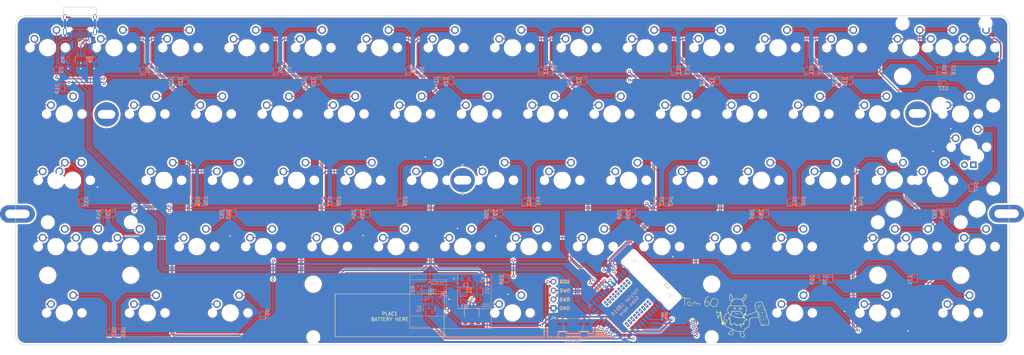
<source format=kicad_pcb>
(kicad_pcb (version 20171130) (host pcbnew 5.1.10)
  (layers (0 F.Cu signal) (31 B.Cu signal) (34 B.Paste user) (35 F.Paste user) (36 B.SilkS user hide) (37 F.SilkS user hide) (38 B.Mask user hide) (39 F.Mask user hide) (44 Edge.Cuts user))
  (net 0 "")
  (net 1 VBUS)
  (net 2 GND)
  (net 3 "Net-(D1-Pad1)")
  (net 4 "Net-(D3-Pad2)")
  (net 5 ROW0)
  (net 6 "Net-(D4-Pad2)")
  (net 7 "Net-(D5-Pad2)")
  (net 8 "Net-(D6-Pad2)")
  (net 9 "Net-(D7-Pad2)")
  (net 10 "Net-(D8-Pad2)")
  (net 11 "Net-(D9-Pad2)")
  (net 12 "Net-(D10-Pad2)")
  (net 13 "Net-(D11-Pad2)")
  (net 14 "Net-(D12-Pad2)")
  (net 15 "Net-(D13-Pad2)")
  (net 16 "Net-(D14-Pad2)")
  (net 17 "Net-(D15-Pad2)")
  (net 18 "Net-(D16-Pad2)")
  (net 19 "Net-(D18-Pad2)")
  (net 20 "Net-(D19-Pad2)")
  (net 21 ROW1)
  (net 22 "Net-(D20-Pad2)")
  (net 23 "Net-(D21-Pad2)")
  (net 24 "Net-(D22-Pad2)")
  (net 25 "Net-(D23-Pad2)")
  (net 26 "Net-(D24-Pad2)")
  (net 27 "Net-(D25-Pad2)")
  (net 28 "Net-(D26-Pad2)")
  (net 29 "Net-(D27-Pad2)")
  (net 30 "Net-(D28-Pad2)")
  (net 31 "Net-(D29-Pad2)")
  (net 32 "Net-(D30-Pad2)")
  (net 33 "Net-(D31-Pad2)")
  (net 34 "Net-(D32-Pad2)")
  (net 35 "Net-(D33-Pad2)")
  (net 36 ROW2)
  (net 37 "Net-(D35-Pad2)")
  (net 38 "Net-(D36-Pad2)")
  (net 39 "Net-(D37-Pad2)")
  (net 40 "Net-(D38-Pad2)")
  (net 41 "Net-(D39-Pad2)")
  (net 42 "Net-(D40-Pad2)")
  (net 43 "Net-(D41-Pad2)")
  (net 44 "Net-(D42-Pad2)")
  (net 45 "Net-(D43-Pad2)")
  (net 46 "Net-(D44-Pad2)")
  (net 47 "Net-(D45-Pad2)")
  (net 48 "Net-(D46-Pad2)")
  (net 49 "Net-(D47-Pad2)")
  (net 50 "Net-(D49-Pad2)")
  (net 51 ROW3)
  (net 52 "Net-(D51-Pad2)")
  (net 53 "Net-(D52-Pad2)")
  (net 54 "Net-(D53-Pad2)")
  (net 55 "Net-(D54-Pad2)")
  (net 56 "Net-(D55-Pad2)")
  (net 57 "Net-(D56-Pad2)")
  (net 58 "Net-(D57-Pad2)")
  (net 59 "Net-(D58-Pad2)")
  (net 60 "Net-(D59-Pad2)")
  (net 61 "Net-(D60-Pad2)")
  (net 62 "Net-(D61-Pad2)")
  (net 63 "Net-(D62-Pad2)")
  (net 64 "Net-(D64-Pad2)")
  (net 65 "Net-(D65-Pad2)")
  (net 66 ROW4)
  (net 67 "Net-(D66-Pad2)")
  (net 68 "Net-(D67-Pad2)")
  (net 69 "Net-(D68-Pad2)")
  (net 70 "Net-(D69-Pad2)")
  (net 71 "Net-(D70-Pad2)")
  (net 72 "Net-(D71-Pad2)")
  (net 73 "Net-(J1-PadB8)")
  (net 74 "Net-(J1-PadA5)")
  (net 75 USB-D-)
  (net 76 USB-D+)
  (net 77 "Net-(J1-PadA8)")
  (net 78 "Net-(J1-PadB5)")
  (net 79 VBAT)
  (net 80 /SWDCLK)
  (net 81 COL0)
  (net 82 COL1)
  (net 83 COL2)
  (net 84 COL3)
  (net 85 COL4)
  (net 86 COL5)
  (net 87 COL6)
  (net 88 COL7)
  (net 89 COL8)
  (net 90 COL9)
  (net 91 COL10)
  (net 92 COL11)
  (net 93 COL12)
  (net 94 COL13)
  (net 95 COL14)
  (net 96 "Net-(R1-Pad2)")
  (net 97 "Net-(R2-Pad2)")
  (net 98 /VSENSE)
  (net 99 VDD)
  (net 100 "Net-(U2-Pad4)")
  (net 101 "Net-(U3-Pad55)")
  (net 102 "Net-(U3-Pad54)")
  (net 103 "Net-(U3-Pad53)")
  (net 104 "Net-(U3-Pad52)")
  (net 105 "Net-(U3-Pad51)")
  (net 106 "Net-(U3-Pad50)")
  (net 107 "Net-(U3-Pad49)")
  (net 108 "Net-(U3-Pad48)")
  (net 109 "Net-(U3-Pad47)")
  (net 110 "Net-(U3-Pad46)")
  (net 111 "Net-(U3-Pad45)")
  (net 112 "Net-(U3-Pad43)")
  (net 113 "Net-(U3-Pad42)")
  (net 114 "Net-(U3-Pad41)")
  (net 115 "Net-(U3-Pad40)")
  (net 116 "Net-(U3-Pad39)")
  (net 117 "Net-(U3-Pad38)")
  (net 118 "Net-(U3-Pad27)")
  (net 119 "Net-(U3-Pad5)")
  (net 120 "Net-(U3-Pad4)")
  (net 121 "Net-(U3-Pad3)")
  (net 122 "Net-(U3-Pad2)")
  (net 123 RES)
  (net 124 "Net-(U4-Pad3)")
  (net 125 "Net-(U4-Pad1)")
  (net 126 "Net-(U3-Pad26)")
  (net 127 "Net-(J4-Pad2)")
  (net 128 "Net-(D2-Pad1)")
  (module MX_Only:MXOnly-1U-NoLED (layer F.Cu) (at 266.446 103.505)
    (fp_text reference MX68)
    (fp_text value MX-NoLED)
    (pad 2 thru_hole circle (at 2.54 -5.08) (size 2.25 2.25) (drill 1.47) (layers *.Cu B.Mask) (net 71 "Net-(D70-Pad2)"))
    (pad "" np_thru_hole circle (at 0 0) (size 3.9878 3.9878) (drill 3.9878) (layers *.Cu *.Mask))
    (pad 1 thru_hole circle (at -3.81 -2.54) (size 2.25 2.25) (drill 1.47) (layers *.Cu B.Mask) (net 94 COL13))
    (pad "" np_thru_hole circle (at -5.08 0 48.0996) (size 1.75 1.75) (drill 1.75) (layers *.Cu *.Mask))
    (pad "" np_thru_hole circle (at 5.08 0 48.0996) (size 1.75 1.75) (drill 1.75) (layers *.Cu *.Mask))
  )
  (module MX_Only:MXOnly-1U-NoLED (layer F.Cu) (at 252.138054 65.398542)
    (fp_text reference MX43)
    (fp_text value MX-NoLED)
    (pad 2 thru_hole circle (at 2.54 -5.08) (size 2.25 2.25) (drill 1.47) (layers *.Cu B.Mask) (net 47 "Net-(D45-Pad2)"))
    (pad "" np_thru_hole circle (at 0 0) (size 3.9878 3.9878) (drill 3.9878) (layers *.Cu *.Mask))
    (pad 1 thru_hole circle (at -3.81 -2.54) (size 2.25 2.25) (drill 1.47) (layers *.Cu B.Mask) (net 92 COL11))
    (pad "" np_thru_hole circle (at -5.08 0 48.0996) (size 1.75 1.75) (drill 1.75) (layers *.Cu *.Mask))
    (pad "" np_thru_hole circle (at 5.08 0 48.0996) (size 1.75 1.75) (drill 1.75) (layers *.Cu *.Mask))
  )
  (module MX_Only:MXOnly-1U-NoLED (layer F.Cu) (at 175.938054 65.398542)
    (fp_text reference MX39)
    (fp_text value MX-NoLED)
    (pad 2 thru_hole circle (at 2.54 -5.08) (size 2.25 2.25) (drill 1.47) (layers *.Cu B.Mask) (net 43 "Net-(D41-Pad2)"))
    (pad "" np_thru_hole circle (at 0 0) (size 3.9878 3.9878) (drill 3.9878) (layers *.Cu *.Mask))
    (pad 1 thru_hole circle (at -3.81 -2.54) (size 2.25 2.25) (drill 1.47) (layers *.Cu B.Mask) (net 88 COL7))
    (pad "" np_thru_hole circle (at -5.08 0 48.0996) (size 1.75 1.75) (drill 1.75) (layers *.Cu *.Mask))
    (pad "" np_thru_hole circle (at 5.08 0 48.0996) (size 1.75 1.75) (drill 1.75) (layers *.Cu *.Mask))
  )
  (module MX_Only:MXOnly-1U-NoLED (layer F.Cu) (at 99.738054 65.398542)
    (fp_text reference MX35)
    (fp_text value MX-NoLED)
    (pad 2 thru_hole circle (at 2.54 -5.08) (size 2.25 2.25) (drill 1.47) (layers *.Cu B.Mask) (net 39 "Net-(D37-Pad2)"))
    (pad "" np_thru_hole circle (at 0 0) (size 3.9878 3.9878) (drill 3.9878) (layers *.Cu *.Mask))
    (pad 1 thru_hole circle (at -3.81 -2.54) (size 2.25 2.25) (drill 1.47) (layers *.Cu B.Mask) (net 84 COL3))
    (pad "" np_thru_hole circle (at -5.08 0 48.0996) (size 1.75 1.75) (drill 1.75) (layers *.Cu *.Mask))
    (pad "" np_thru_hole circle (at 5.08 0 48.0996) (size 1.75 1.75) (drill 1.75) (layers *.Cu *.Mask))
  )
  (module MX_Only:MXOnly-1U-NoLED (layer F.Cu) (at 71.163054 84.448542)
    (fp_text reference MX50)
    (fp_text value MX-NoLED)
    (pad 2 thru_hole circle (at 2.54 -5.08) (size 2.25 2.25) (drill 1.47) (layers *.Cu B.Mask) (net 53 "Net-(D52-Pad2)"))
    (pad "" np_thru_hole circle (at 0 0) (size 3.9878 3.9878) (drill 3.9878) (layers *.Cu *.Mask))
    (pad 1 thru_hole circle (at -3.81 -2.54) (size 2.25 2.25) (drill 1.47) (layers *.Cu B.Mask) (net 83 COL2))
    (pad "" np_thru_hole circle (at -5.08 0 48.0996) (size 1.75 1.75) (drill 1.75) (layers *.Cu *.Mask))
    (pad "" np_thru_hole circle (at 5.08 0 48.0996) (size 1.75 1.75) (drill 1.75) (layers *.Cu *.Mask))
  )
  (module MX_Only:MXOnly-1U-NoLED (layer F.Cu) (at 247.375554 46.348542)
    (fp_text reference MX28)
    (fp_text value MX-NoLED)
    (pad 2 thru_hole circle (at 2.54 -5.08) (size 2.25 2.25) (drill 1.47) (layers *.Cu B.Mask) (net 32 "Net-(D30-Pad2)"))
    (pad "" np_thru_hole circle (at 0 0) (size 3.9878 3.9878) (drill 3.9878) (layers *.Cu *.Mask))
    (pad 1 thru_hole circle (at -3.81 -2.54) (size 2.25 2.25) (drill 1.47) (layers *.Cu B.Mask) (net 92 COL11))
    (pad "" np_thru_hole circle (at -5.08 0 48.0996) (size 1.75 1.75) (drill 1.75) (layers *.Cu *.Mask))
    (pad "" np_thru_hole circle (at 5.08 0 48.0996) (size 1.75 1.75) (drill 1.75) (layers *.Cu *.Mask))
  )
  (module MX_Only:MXOnly-1U-NoLED (layer F.Cu) (at 166.413054 84.448542)
    (fp_text reference MX55)
    (fp_text value MX-NoLED)
    (pad 2 thru_hole circle (at 2.54 -5.08) (size 2.25 2.25) (drill 1.47) (layers *.Cu B.Mask) (net 58 "Net-(D57-Pad2)"))
    (pad "" np_thru_hole circle (at 0 0) (size 3.9878 3.9878) (drill 3.9878) (layers *.Cu *.Mask))
    (pad 1 thru_hole circle (at -3.81 -2.54) (size 2.25 2.25) (drill 1.47) (layers *.Cu B.Mask) (net 88 COL7))
    (pad "" np_thru_hole circle (at -5.08 0 48.0996) (size 1.75 1.75) (drill 1.75) (layers *.Cu *.Mask))
    (pad "" np_thru_hole circle (at 5.08 0 48.0996) (size 1.75 1.75) (drill 1.75) (layers *.Cu *.Mask))
  )
  (module Diode_SMD:D_0603_1608Metric (layer B.Cu) (at 155.575 75.2 270)
    (fp_text reference D56 (at 0 1.43 90) (layer B.SilkS) (effects (justify mirror)))
    (fp_text value D_Small)
    (pad 2 smd roundrect (at 0.7875 0 270) (size 0.875 0.95) (layers B.Cu B.Paste B.Mask) (net 57 "Net-(D56-Pad2)"))
    (pad 1 smd roundrect (at -0.7875 0 270) (size 0.875 0.95) (layers B.Cu B.Paste B.Mask) (net 51 ROW3))
  )
  (module MX_Only:MXOnly-1U-NoLED (layer F.Cu) (at 133.075554 46.348542)
    (fp_text reference MX22)
    (fp_text value MX-NoLED)
    (pad 2 thru_hole circle (at 2.54 -5.08) (size 2.25 2.25) (drill 1.47) (layers *.Cu B.Mask) (net 26 "Net-(D24-Pad2)"))
    (pad "" np_thru_hole circle (at 0 0) (size 3.9878 3.9878) (drill 3.9878) (layers *.Cu *.Mask))
    (pad 1 thru_hole circle (at -3.81 -2.54) (size 2.25 2.25) (drill 1.47) (layers *.Cu B.Mask) (net 86 COL5))
    (pad "" np_thru_hole circle (at -5.08 0 48.0996) (size 1.75 1.75) (drill 1.75) (layers *.Cu *.Mask))
    (pad "" np_thru_hole circle (at 5.08 0 48.0996) (size 1.75 1.75) (drill 1.75) (layers *.Cu *.Mask))
  )
  (module MX_Only:MXOnly-1U-NoLED (layer F.Cu) (at 128.313054 84.448542)
    (fp_text reference MX53)
    (fp_text value MX-NoLED)
    (pad 2 thru_hole circle (at 2.54 -5.08) (size 2.25 2.25) (drill 1.47) (layers *.Cu B.Mask) (net 56 "Net-(D55-Pad2)"))
    (pad "" np_thru_hole circle (at 0 0) (size 3.9878 3.9878) (drill 3.9878) (layers *.Cu *.Mask))
    (pad 1 thru_hole circle (at -3.81 -2.54) (size 2.25 2.25) (drill 1.47) (layers *.Cu B.Mask) (net 86 COL5))
    (pad "" np_thru_hole circle (at -5.08 0 48.0996) (size 1.75 1.75) (drill 1.75) (layers *.Cu *.Mask))
    (pad "" np_thru_hole circle (at 5.08 0 48.0996) (size 1.75 1.75) (drill 1.75) (layers *.Cu *.Mask))
  )
  (module MX_Only:MXOnly-1U-NoLED (layer F.Cu) (at 156.888054 65.398542)
    (fp_text reference MX38)
    (fp_text value MX-NoLED)
    (pad 2 thru_hole circle (at 2.54 -5.08) (size 2.25 2.25) (drill 1.47) (layers *.Cu B.Mask) (net 42 "Net-(D40-Pad2)"))
    (pad "" np_thru_hole circle (at 0 0) (size 3.9878 3.9878) (drill 3.9878) (layers *.Cu *.Mask))
    (pad 1 thru_hole circle (at -3.81 -2.54) (size 2.25 2.25) (drill 1.47) (layers *.Cu B.Mask) (net 87 COL6))
    (pad "" np_thru_hole circle (at -5.08 0 48.0996) (size 1.75 1.75) (drill 1.75) (layers *.Cu *.Mask))
    (pad "" np_thru_hole circle (at 5.08 0 48.0996) (size 1.75 1.75) (drill 1.75) (layers *.Cu *.Mask))
  )
  (module Diode_SMD:D_0603_1608Metric (layer B.Cu) (at 255.45 37.08 270)
    (fp_text reference D30 (at 0 1.43 90) (layer B.SilkS) (effects (justify mirror)))
    (fp_text value D_Small)
    (pad 1 smd roundrect (at -0.7875 0 270) (size 0.875 0.95) (layers B.Cu B.Paste B.Mask) (net 21 ROW1))
    (pad 2 smd roundrect (at 0.7875 0 270) (size 0.875 0.95) (layers B.Cu B.Paste B.Mask) (net 32 "Net-(D30-Pad2)"))
  )
  (module Diode_SMD:D_0603_1608Metric (layer B.Cu) (at 193.75 75.2 270)
    (fp_text reference D58 (at 0 1.43 90) (layer B.SilkS) (effects (justify mirror)))
    (fp_text value D_Small)
    (pad 2 smd roundrect (at 0.7875 0 270) (size 0.875 0.95) (layers B.Cu B.Paste B.Mask) (net 59 "Net-(D58-Pad2)"))
    (pad 1 smd roundrect (at -0.7875 0 270) (size 0.875 0.95) (layers B.Cu B.Paste B.Mask) (net 51 ROW3))
  )
  (module Diode_SMD:D_0603_1608Metric (layer B.Cu) (at 47.025 75.2 270)
    (fp_text reference D51 (at 0 1.43 90) (layer B.SilkS) (effects (justify mirror)))
    (fp_text value D_Small)
    (pad 2 smd roundrect (at 0.7875 0 270) (size 0.875 0.95) (layers B.Cu B.Paste B.Mask) (net 52 "Net-(D51-Pad2)"))
    (pad 1 smd roundrect (at -0.7875 0 270) (size 0.875 0.95) (layers B.Cu B.Paste B.Mask) (net 51 ROW3))
  )
  (module ptm-60nrf:tomlogoliten (layer F.Cu) (at 223.52 104.14)
    (fp_text reference G*** hide)
    (fp_text value LOGO hide)
  )
  (module Connector_PinSocket_2.54mm:PinSocket_1x04_P2.54mm_Vertical (layer F.Cu) (at 173.43 102.16 180)
    (fp_text reference J4 (at 0 -2.77) (layer F.SilkS))
    (fp_text value SWD)
    (pad 4 thru_hole oval (at 0 7.62 180) (size 1.7 1.7) (drill 1) (layers *.Cu *.Mask) (net 99 VDD))
    (pad 3 thru_hole oval (at 0 5.08 180) (size 1.7 1.7) (drill 1) (layers *.Cu *.Mask) (net 80 /SWDCLK))
    (pad 2 thru_hole oval (at 0 2.54 180) (size 1.7 1.7) (drill 1) (layers *.Cu *.Mask) (net 127 "Net-(J4-Pad2)"))
    (pad 1 thru_hole rect (at 0 0 180) (size 1.7 1.7) (drill 1) (layers *.Cu *.Mask) (net 2 GND))
  )
  (module Diode_SMD:D_0603_1608Metric (layer B.Cu) (at 217.4 37.1 270)
    (fp_text reference D28 (at 0 1.43 90) (layer B.SilkS) (effects (justify mirror)))
    (fp_text value D_Small)
    (pad 2 smd roundrect (at 0.7875 0 270) (size 0.875 0.95) (layers B.Cu B.Paste B.Mask) (net 30 "Net-(D28-Pad2)"))
    (pad 1 smd roundrect (at -0.7875 0 270) (size 0.875 0.95) (layers B.Cu B.Paste B.Mask) (net 21 ROW1))
  )
  (module ptm-60nrf:PKRHSL (layer F.Cu) (at 303.44 75)
    (fp_text reference HOLE hide)
    (fp_text value VAL** hide)
    (pad 1 thru_hole oval (at 0 0) (size 9.99998 5.00126) (drill oval 7.00024 2.49936) (layers *.Cu *.Mask))
  )
  (module ptm-60nrf:PKRH (layer F.Cu) (at 277.86 46.21)
    (fp_text reference HOLE hide)
    (fp_text value VAL** hide)
    (pad 1 thru_hole circle (at 0 0) (size 7.00024 7.00024) (drill oval 5.00126 2.49936) (layers *.Cu *.Mask))
  )
  (module ptm-60nrf:PKRH (layer F.Cu) (at 147.36 65.38)
    (fp_text reference HOLE hide)
    (fp_text value VAL** hide)
    (pad 1 thru_hole circle (at 0 0) (size 7.00024 7.00024) (drill oval 5.00126 2.49936) (layers *.Cu *.Mask))
  )
  (module ptm-60nrf:PKRH (layer F.Cu) (at 45.22 46.46)
    (fp_text reference HOLE hide)
    (fp_text value VAL** hide)
    (pad 1 thru_hole circle (at 0 0) (size 7.00024 7.00024) (drill oval 5.00126 2.49936) (layers *.Cu *.Mask))
  )
  (module ptm-60nrf:PKRHSL (layer F.Cu) (at 19.65 75.07)
    (fp_text reference HOLE hide)
    (fp_text value VAL** hide)
    (pad 1 thru_hole oval (at 0 0) (size 9.99998 5.00126) (drill oval 7.00024 2.49936) (layers *.Cu *.Mask))
  )
  (module Button_Switch_SMD:SW_SPST_SKQG_WithStem (layer B.Cu) (at 179.13 107.87)
    (fp_text reference Reset1 (at 0 3.6) (layer B.SilkS) (effects (justify mirror)))
    (fp_text value SW_Push)
    (pad 2 smd rect (at 3.1 -1.85) (size 1.8 1.1) (layers B.Cu B.Paste B.Mask) (net 2 GND))
    (pad 2 smd rect (at -3.1 -1.85) (size 1.8 1.1) (layers B.Cu B.Paste B.Mask) (net 2 GND))
    (pad 1 smd rect (at 3.1 1.85) (size 1.8 1.1) (layers B.Cu B.Paste B.Mask) (net 123 RES))
    (pad 1 smd rect (at -3.1 1.85) (size 1.8 1.1) (layers B.Cu B.Paste B.Mask) (net 123 RES))
  )
  (module MX_Only:MXOnly-7U-ReversedStabilizers-NoLED (layer F.Cu) (at 161.671 103.505)
    (fp_text reference MX66)
    (fp_text value MX-NoLED)
    (pad 2 thru_hole circle (at 2.54 -5.08) (size 2.25 2.25) (drill 1.47) (layers *.Cu B.Mask) (net 69 "Net-(D68-Pad2)"))
    (pad "" np_thru_hole circle (at 0 0) (size 3.9878 3.9878) (drill 3.9878) (layers *.Cu *.Mask))
    (pad 1 thru_hole circle (at -3.81 -2.54) (size 2.25 2.25) (drill 1.47) (layers *.Cu B.Mask) (net 87 COL6))
    (pad "" np_thru_hole circle (at -5.08 0 48.0996) (size 1.75 1.75) (drill 1.75) (layers *.Cu *.Mask))
    (pad "" np_thru_hole circle (at 5.08 0 48.0996) (size 1.75 1.75) (drill 1.75) (layers *.Cu *.Mask))
    (pad "" np_thru_hole circle (at -57.15 6.985) (size 3.048 3.048) (drill 3.048) (layers *.Cu *.Mask))
    (pad "" np_thru_hole circle (at 57.15 6.985) (size 3.048 3.048) (drill 3.048) (layers *.Cu *.Mask))
    (pad "" np_thru_hole circle (at -57.15 -8.255) (size 3.9878 3.9878) (drill 3.9878) (layers *.Cu *.Mask))
    (pad "" np_thru_hole circle (at 57.15 -8.255) (size 3.9878 3.9878) (drill 3.9878) (layers *.Cu *.Mask))
  )
  (module Diode_SMD:D_0603_1608Metric (layer B.Cu) (at 277.125 93.975 270)
    (fp_text reference D71 (at 0 1.43 90) (layer B.SilkS) (effects (justify mirror)))
    (fp_text value D_Small)
    (pad 2 smd roundrect (at 0.7875 0 270) (size 0.875 0.95) (layers B.Cu B.Paste B.Mask) (net 72 "Net-(D71-Pad2)"))
    (pad 1 smd roundrect (at -0.7875 0 270) (size 0.875 0.95) (layers B.Cu B.Paste B.Mask) (net 66 ROW4))
  )
  (module Diode_SMD:D_0603_1608Metric (layer B.Cu) (at 252.825 93.975 270)
    (fp_text reference D70 (at 0 1.43 90) (layer B.SilkS) (effects (justify mirror)))
    (fp_text value D_Small)
    (pad 2 smd roundrect (at 0.7875 0 270) (size 0.875 0.95) (layers B.Cu B.Paste B.Mask) (net 71 "Net-(D70-Pad2)"))
    (pad 1 smd roundrect (at -0.7875 0 270) (size 0.875 0.95) (layers B.Cu B.Paste B.Mask) (net 66 ROW4))
  )
  (module Diode_SMD:D_0603_1608Metric (layer B.Cu) (at 249 93.975 270)
    (fp_text reference D69 (at 0 1.43 90) (layer B.SilkS) (effects (justify mirror)))
    (fp_text value D_Small)
    (pad 2 smd roundrect (at 0.7875 0 270) (size 0.875 0.95) (layers B.Cu B.Paste B.Mask) (net 70 "Net-(D69-Pad2)"))
    (pad 1 smd roundrect (at -0.7875 0 270) (size 0.875 0.95) (layers B.Cu B.Paste B.Mask) (net 66 ROW4))
  )
  (module Diode_SMD:D_0603_1608Metric (layer B.Cu) (at 159.9 93.975 270)
    (fp_text reference D68 (at 0 1.43 90) (layer B.SilkS) (effects (justify mirror)))
    (fp_text value D_Small)
    (pad 2 smd roundrect (at 0.7875 0 270) (size 0.875 0.95) (layers B.Cu B.Paste B.Mask) (net 69 "Net-(D68-Pad2)"))
    (pad 1 smd roundrect (at -0.7875 0 270) (size 0.875 0.95) (layers B.Cu B.Paste B.Mask) (net 66 ROW4))
  )
  (module Diode_SMD:D_0603_1608Metric (layer B.Cu) (at 90 103.875 90)
    (fp_text reference D67 (at 0 1.43 90) (layer B.SilkS) (effects (justify mirror)))
    (fp_text value D_Small)
    (pad 2 smd roundrect (at 0.7875 0 90) (size 0.875 0.95) (layers B.Cu B.Paste B.Mask) (net 68 "Net-(D67-Pad2)"))
    (pad 1 smd roundrect (at -0.7875 0 90) (size 0.875 0.95) (layers B.Cu B.Paste B.Mask) (net 66 ROW4))
  )
  (module Diode_SMD:D_0603_1608Metric (layer B.Cu) (at 48.65 108.95 90)
    (fp_text reference D66 (at 0 1.43 90) (layer B.SilkS) (effects (justify mirror)))
    (fp_text value D_Small)
    (pad 2 smd roundrect (at 0.7875 0 90) (size 0.875 0.95) (layers B.Cu B.Paste B.Mask) (net 67 "Net-(D66-Pad2)"))
    (pad 1 smd roundrect (at -0.7875 0 90) (size 0.875 0.95) (layers B.Cu B.Paste B.Mask) (net 66 ROW4))
  )
  (module Diode_SMD:D_0603_1608Metric (layer B.Cu) (at 46.025 108.95 90)
    (fp_text reference D65 (at 0 1.43 90) (layer B.SilkS) (effects (justify mirror)))
    (fp_text value D_Small)
    (pad 2 smd roundrect (at 0.7875 0 90) (size 0.875 0.95) (layers B.Cu B.Paste B.Mask) (net 65 "Net-(D65-Pad2)"))
    (pad 1 smd roundrect (at -0.7875 0 90) (size 0.875 0.95) (layers B.Cu B.Paste B.Mask) (net 66 ROW4))
  )
  (module Diode_SMD:D_0603_1608Metric (layer B.Cu) (at 286.3 75.2 270)
    (fp_text reference D64 (at 0 1.43 90) (layer B.SilkS) (effects (justify mirror)))
    (fp_text value D_Small)
    (pad 2 smd roundrect (at 0.7875 0 270) (size 0.875 0.95) (layers B.Cu B.Paste B.Mask) (net 64 "Net-(D64-Pad2)"))
    (pad 1 smd roundrect (at -0.7875 0 270) (size 0.875 0.95) (layers B.Cu B.Paste B.Mask) (net 51 ROW3))
  )
  (module Diode_SMD:D_0603_1608Metric (layer B.Cu) (at 284.125 75.2 270)
    (fp_text reference D62 (at 0 1.43 90) (layer B.SilkS) (effects (justify mirror)))
    (fp_text value D_Small)
    (pad 2 smd roundrect (at 0.7875 0 270) (size 0.875 0.95) (layers B.Cu B.Paste B.Mask) (net 63 "Net-(D62-Pad2)"))
    (pad 1 smd roundrect (at -0.7875 0 270) (size 0.875 0.95) (layers B.Cu B.Paste B.Mask) (net 51 ROW3))
  )
  (module Diode_SMD:D_0603_1608Metric (layer B.Cu) (at 234.375 75.2 270)
    (fp_text reference D61 (at 0 1.43 90) (layer B.SilkS) (effects (justify mirror)))
    (fp_text value D_Small)
    (pad 2 smd roundrect (at 0.7875 0 270) (size 0.875 0.95) (layers B.Cu B.Paste B.Mask) (net 62 "Net-(D61-Pad2)"))
    (pad 1 smd roundrect (at -0.7875 0 270) (size 0.875 0.95) (layers B.Cu B.Paste B.Mask) (net 51 ROW3))
  )
  (module Diode_SMD:D_0603_1608Metric (layer B.Cu) (at 231.775 75.2 270)
    (fp_text reference D60 (at 0 1.43 90) (layer B.SilkS) (effects (justify mirror)))
    (fp_text value D_Small)
    (pad 2 smd roundrect (at 0.7875 0 270) (size 0.875 0.95) (layers B.Cu B.Paste B.Mask) (net 61 "Net-(D60-Pad2)"))
    (pad 1 smd roundrect (at -0.7875 0 270) (size 0.875 0.95) (layers B.Cu B.Paste B.Mask) (net 51 ROW3))
  )
  (module Diode_SMD:D_0603_1608Metric (layer B.Cu) (at 196.2 75.2 270)
    (fp_text reference D59 (at 0 1.43 90) (layer B.SilkS) (effects (justify mirror)))
    (fp_text value D_Small)
    (pad 2 smd roundrect (at 0.7875 0 270) (size 0.875 0.95) (layers B.Cu B.Paste B.Mask) (net 60 "Net-(D59-Pad2)"))
    (pad 1 smd roundrect (at -0.7875 0 270) (size 0.875 0.95) (layers B.Cu B.Paste B.Mask) (net 51 ROW3))
  )
  (module Diode_SMD:D_0603_1608Metric (layer B.Cu) (at 158.1 75.2 270)
    (fp_text reference D57 (at 0 1.43 90) (layer B.SilkS) (effects (justify mirror)))
    (fp_text value D_Small)
    (pad 2 smd roundrect (at 0.7875 0 270) (size 0.875 0.95) (layers B.Cu B.Paste B.Mask) (net 58 "Net-(D57-Pad2)"))
    (pad 1 smd roundrect (at -0.7875 0 270) (size 0.875 0.95) (layers B.Cu B.Paste B.Mask) (net 51 ROW3))
  )
  (module Diode_SMD:D_0603_1608Metric (layer B.Cu) (at 119.975 75.2 270)
    (fp_text reference D55 (at 0 1.43 90) (layer B.SilkS) (effects (justify mirror)))
    (fp_text value D_Small)
    (pad 2 smd roundrect (at 0.7875 0 270) (size 0.875 0.95) (layers B.Cu B.Paste B.Mask) (net 56 "Net-(D55-Pad2)"))
    (pad 1 smd roundrect (at -0.7875 0 270) (size 0.875 0.95) (layers B.Cu B.Paste B.Mask) (net 51 ROW3))
  )
  (module Diode_SMD:D_0603_1608Metric (layer B.Cu) (at 117.5 75.2 270)
    (fp_text reference D54 (at 0 1.43 90) (layer B.SilkS) (effects (justify mirror)))
    (fp_text value D_Small)
    (pad 2 smd roundrect (at 0.7875 0 270) (size 0.875 0.95) (layers B.Cu B.Paste B.Mask) (net 55 "Net-(D54-Pad2)"))
    (pad 1 smd roundrect (at -0.7875 0 270) (size 0.875 0.95) (layers B.Cu B.Paste B.Mask) (net 51 ROW3))
  )
  (module Diode_SMD:D_0603_1608Metric (layer B.Cu) (at 81.675 75.2 270)
    (fp_text reference D53 (at 0 1.43 90) (layer B.SilkS) (effects (justify mirror)))
    (fp_text value D_Small)
    (pad 2 smd roundrect (at 0.7875 0 270) (size 0.875 0.95) (layers B.Cu B.Paste B.Mask) (net 54 "Net-(D53-Pad2)"))
    (pad 1 smd roundrect (at -0.7875 0 270) (size 0.875 0.95) (layers B.Cu B.Paste B.Mask) (net 51 ROW3))
  )
  (module Diode_SMD:D_0603_1608Metric (layer B.Cu) (at 79.675 75.2 270)
    (fp_text reference D52 (at 0 1.43 90) (layer B.SilkS) (effects (justify mirror)))
    (fp_text value D_Small)
    (pad 2 smd roundrect (at 0.7875 0 270) (size 0.875 0.95) (layers B.Cu B.Paste B.Mask) (net 53 "Net-(D52-Pad2)"))
    (pad 1 smd roundrect (at -0.7875 0 270) (size 0.875 0.95) (layers B.Cu B.Paste B.Mask) (net 51 ROW3))
  )
  (module Diode_SMD:D_0603_1608Metric (layer B.Cu) (at 44.37 75.225 270)
    (fp_text reference D49 (at 0 1.43 90) (layer B.SilkS) (effects (justify mirror)))
    (fp_text value D_Small)
    (pad 2 smd roundrect (at 0.7875 0 270) (size 0.875 0.95) (layers B.Cu B.Paste B.Mask) (net 50 "Net-(D49-Pad2)"))
    (pad 1 smd roundrect (at -0.7875 0 270) (size 0.875 0.95) (layers B.Cu B.Paste B.Mask) (net 51 ROW3))
  )
  (module Diode_SMD:D_0603_1608Metric (layer B.Cu) (at 293.37 67.183 90)
    (fp_text reference D47 (at 0 1.43 90) (layer B.SilkS) (effects (justify mirror)))
    (fp_text value D_Small)
    (pad 2 smd roundrect (at 0.7875 0 90) (size 0.875 0.95) (layers B.Cu B.Paste B.Mask) (net 49 "Net-(D47-Pad2)"))
    (pad 1 smd roundrect (at -0.7875 0 90) (size 0.875 0.95) (layers B.Cu B.Paste B.Mask) (net 36 ROW2))
  )
  (module Diode_SMD:D_0603_1608Metric (layer B.Cu) (at 260.25 71.375 90)
    (fp_text reference D46 (at 0 1.43 90) (layer B.SilkS) (effects (justify mirror)))
    (fp_text value D_Small)
    (pad 2 smd roundrect (at 0.7875 0 90) (size 0.875 0.95) (layers B.Cu B.Paste B.Mask) (net 48 "Net-(D46-Pad2)"))
    (pad 1 smd roundrect (at -0.7875 0 90) (size 0.875 0.95) (layers B.Cu B.Paste B.Mask) (net 36 ROW2))
  )
  (module Diode_SMD:D_0603_1608Metric (layer B.Cu) (at 243.85 71.375 90)
    (fp_text reference D45 (at 0 1.43 90) (layer B.SilkS) (effects (justify mirror)))
    (fp_text value D_Small)
    (pad 2 smd roundrect (at 0.7875 0 90) (size 0.875 0.95) (layers B.Cu B.Paste B.Mask) (net 47 "Net-(D45-Pad2)"))
    (pad 1 smd roundrect (at -0.7875 0 90) (size 0.875 0.95) (layers B.Cu B.Paste B.Mask) (net 36 ROW2))
  )
  (module Diode_SMD:D_0603_1608Metric (layer B.Cu) (at 241.3 71.375 90)
    (fp_text reference D44 (at 0 1.43 90) (layer B.SilkS) (effects (justify mirror)))
    (fp_text value D_Small)
    (pad 2 smd roundrect (at 0.7875 0 90) (size 0.875 0.95) (layers B.Cu B.Paste B.Mask) (net 46 "Net-(D44-Pad2)"))
    (pad 1 smd roundrect (at -0.7875 0 90) (size 0.875 0.95) (layers B.Cu B.Paste B.Mask) (net 36 ROW2))
  )
  (module Diode_SMD:D_0603_1608Metric (layer B.Cu) (at 205.775 71.375 90)
    (fp_text reference D43 (at 0 1.43 90) (layer B.SilkS) (effects (justify mirror)))
    (fp_text value D_Small)
    (pad 2 smd roundrect (at 0.7875 0 90) (size 0.875 0.95) (layers B.Cu B.Paste B.Mask) (net 45 "Net-(D43-Pad2)"))
    (pad 1 smd roundrect (at -0.7875 0 90) (size 0.875 0.95) (layers B.Cu B.Paste B.Mask) (net 36 ROW2))
  )
  (module Diode_SMD:D_0603_1608Metric (layer B.Cu) (at 203.175 71.375 90)
    (fp_text reference D42 (at 0 1.43 90) (layer B.SilkS) (effects (justify mirror)))
    (fp_text value D_Small)
    (pad 2 smd roundrect (at 0.7875 0 90) (size 0.875 0.95) (layers B.Cu B.Paste B.Mask) (net 44 "Net-(D42-Pad2)"))
    (pad 1 smd roundrect (at -0.7875 0 90) (size 0.875 0.95) (layers B.Cu B.Paste B.Mask) (net 36 ROW2))
  )
  (module Diode_SMD:D_0603_1608Metric (layer B.Cu) (at 167.65 71.375 90)
    (fp_text reference D41 (at 0 1.43 90) (layer B.SilkS) (effects (justify mirror)))
    (fp_text value D_Small)
    (pad 2 smd roundrect (at 0.7875 0 90) (size 0.875 0.95) (layers B.Cu B.Paste B.Mask) (net 43 "Net-(D41-Pad2)"))
    (pad 1 smd roundrect (at -0.7875 0 90) (size 0.875 0.95) (layers B.Cu B.Paste B.Mask) (net 36 ROW2))
  )
  (module Diode_SMD:D_0603_1608Metric (layer B.Cu) (at 165.15 71.375 90)
    (fp_text reference D40 (at 0 1.43 90) (layer B.SilkS) (effects (justify mirror)))
    (fp_text value D_Small)
    (pad 2 smd roundrect (at 0.7875 0 90) (size 0.875 0.95) (layers B.Cu B.Paste B.Mask) (net 42 "Net-(D40-Pad2)"))
    (pad 1 smd roundrect (at -0.7875 0 90) (size 0.875 0.95) (layers B.Cu B.Paste B.Mask) (net 36 ROW2))
  )
  (module Diode_SMD:D_0603_1608Metric (layer B.Cu) (at 129.525 71.35 90)
    (fp_text reference D39 (at 0 1.43 90) (layer B.SilkS) (effects (justify mirror)))
    (fp_text value D_Small)
    (pad 2 smd roundrect (at 0.7875 0 90) (size 0.875 0.95) (layers B.Cu B.Paste B.Mask) (net 41 "Net-(D39-Pad2)"))
    (pad 1 smd roundrect (at -0.7875 0 90) (size 0.875 0.95) (layers B.Cu B.Paste B.Mask) (net 36 ROW2))
  )
  (module Diode_SMD:D_0603_1608Metric (layer B.Cu) (at 110.525 71.35 90)
    (fp_text reference D38 (at 0 1.43 90) (layer B.SilkS) (effects (justify mirror)))
    (fp_text value D_Small)
    (pad 2 smd roundrect (at 0.7875 0 90) (size 0.875 0.95) (layers B.Cu B.Paste B.Mask) (net 40 "Net-(D38-Pad2)"))
    (pad 1 smd roundrect (at -0.7875 0 90) (size 0.875 0.95) (layers B.Cu B.Paste B.Mask) (net 36 ROW2))
  )
  (module Diode_SMD:D_0603_1608Metric (layer B.Cu) (at 107.95 71.35 90)
    (fp_text reference D37 (at 0 1.43 90) (layer B.SilkS) (effects (justify mirror)))
    (fp_text value D_Small)
    (pad 2 smd roundrect (at 0.7875 0 90) (size 0.875 0.95) (layers B.Cu B.Paste B.Mask) (net 39 "Net-(D37-Pad2)"))
    (pad 1 smd roundrect (at -0.7875 0 90) (size 0.875 0.95) (layers B.Cu B.Paste B.Mask) (net 36 ROW2))
  )
  (module Diode_SMD:D_0603_1608Metric (layer B.Cu) (at 72.375 71.35 90)
    (fp_text reference D36 (at 0 1.43 90) (layer B.SilkS) (effects (justify mirror)))
    (fp_text value D_Small)
    (pad 2 smd roundrect (at 0.7875 0 90) (size 0.875 0.95) (layers B.Cu B.Paste B.Mask) (net 38 "Net-(D36-Pad2)"))
    (pad 1 smd roundrect (at -0.7875 0 90) (size 0.875 0.95) (layers B.Cu B.Paste B.Mask) (net 36 ROW2))
  )
  (module Diode_SMD:D_0603_1608Metric (layer B.Cu) (at 70 71.35 90)
    (fp_text reference D35 (at 0 1.43 90) (layer B.SilkS) (effects (justify mirror)))
    (fp_text value D_Small)
    (pad 2 smd roundrect (at 0.7875 0 90) (size 0.875 0.95) (layers B.Cu B.Paste B.Mask) (net 37 "Net-(D35-Pad2)"))
    (pad 1 smd roundrect (at -0.7875 0 90) (size 0.875 0.95) (layers B.Cu B.Paste B.Mask) (net 36 ROW2))
  )
  (module Diode_SMD:D_0603_1608Metric (layer B.Cu) (at 38.025 71.45 90)
    (fp_text reference D33 (at 0 1.43 90) (layer B.SilkS) (effects (justify mirror)))
    (fp_text value D_Small)
    (pad 2 smd roundrect (at 0.7875 0 90) (size 0.875 0.95) (layers B.Cu B.Paste B.Mask) (net 35 "Net-(D33-Pad2)"))
    (pad 1 smd roundrect (at -0.7875 0 90) (size 0.875 0.95) (layers B.Cu B.Paste B.Mask) (net 36 ROW2))
  )
  (module Diode_SMD:D_0603_1608Metric (layer B.Cu) (at 285.4 37.6)
    (fp_text reference D32 (at 0 1.43) (layer B.SilkS) (effects (justify mirror)))
    (fp_text value D_Small)
    (pad 1 smd roundrect (at -0.7875 0) (size 0.875 0.95) (layers B.Cu B.Paste B.Mask) (net 21 ROW1))
    (pad 2 smd roundrect (at 0.7875 0) (size 0.875 0.95) (layers B.Cu B.Paste B.Mask) (net 34 "Net-(D32-Pad2)"))
  )
  (module Diode_SMD:D_0603_1608Metric (layer B.Cu) (at 258.475 37.08 270)
    (fp_text reference D31 (at 0 1.43 90) (layer B.SilkS) (effects (justify mirror)))
    (fp_text value D_Small)
    (pad 1 smd roundrect (at -0.7875 0 270) (size 0.875 0.95) (layers B.Cu B.Paste B.Mask) (net 21 ROW1))
    (pad 2 smd roundrect (at 0.7875 0 270) (size 0.875 0.95) (layers B.Cu B.Paste B.Mask) (net 33 "Net-(D31-Pad2)"))
  )
  (module Diode_SMD:D_0603_1608Metric (layer B.Cu) (at 220.425 37.1 270)
    (fp_text reference D29 (at 0 1.43 90) (layer B.SilkS) (effects (justify mirror)))
    (fp_text value D_Small)
    (pad 2 smd roundrect (at 0.7875 0 270) (size 0.875 0.95) (layers B.Cu B.Paste B.Mask) (net 31 "Net-(D29-Pad2)"))
    (pad 1 smd roundrect (at -0.7875 0 270) (size 0.875 0.95) (layers B.Cu B.Paste B.Mask) (net 21 ROW1))
  )
  (module Diode_SMD:D_0603_1608Metric (layer B.Cu) (at 182.175 37.125 270)
    (fp_text reference D27 (at 0 1.43 90) (layer B.SilkS) (effects (justify mirror)))
    (fp_text value D_Small)
    (pad 2 smd roundrect (at 0.7875 0 270) (size 0.875 0.95) (layers B.Cu B.Paste B.Mask) (net 29 "Net-(D27-Pad2)"))
    (pad 1 smd roundrect (at -0.7875 0 270) (size 0.875 0.95) (layers B.Cu B.Paste B.Mask) (net 21 ROW1))
  )
  (module Diode_SMD:D_0603_1608Metric (layer B.Cu) (at 179.4 37.1 270)
    (fp_text reference D26 (at 0 1.43 90) (layer B.SilkS) (effects (justify mirror)))
    (fp_text value D_Small)
    (pad 2 smd roundrect (at 0.7875 0 270) (size 0.875 0.95) (layers B.Cu B.Paste B.Mask) (net 28 "Net-(D26-Pad2)"))
    (pad 1 smd roundrect (at -0.7875 0 270) (size 0.875 0.95) (layers B.Cu B.Paste B.Mask) (net 21 ROW1))
  )
  (module Diode_SMD:D_0603_1608Metric (layer B.Cu) (at 144.05 37.1 270)
    (fp_text reference D25 (at 0 1.43 90) (layer B.SilkS) (effects (justify mirror)))
    (fp_text value D_Small)
    (pad 2 smd roundrect (at 0.7875 0 270) (size 0.875 0.95) (layers B.Cu B.Paste B.Mask) (net 27 "Net-(D25-Pad2)"))
    (pad 1 smd roundrect (at -0.7875 0 270) (size 0.875 0.95) (layers B.Cu B.Paste B.Mask) (net 21 ROW1))
  )
  (module Diode_SMD:D_0603_1608Metric (layer B.Cu) (at 141.275 37.1 270)
    (fp_text reference D24 (at 0 1.43 90) (layer B.SilkS) (effects (justify mirror)))
    (fp_text value D_Small)
    (pad 2 smd roundrect (at 0.7875 0 270) (size 0.875 0.95) (layers B.Cu B.Paste B.Mask) (net 26 "Net-(D24-Pad2)"))
    (pad 1 smd roundrect (at -0.7875 0 270) (size 0.875 0.95) (layers B.Cu B.Paste B.Mask) (net 21 ROW1))
  )
  (module Diode_SMD:D_0603_1608Metric (layer B.Cu) (at 106.025 37.08 270)
    (fp_text reference D23 (at 0 1.43 90) (layer B.SilkS) (effects (justify mirror)))
    (fp_text value D_Small)
    (pad 2 smd roundrect (at 0.7875 0 270) (size 0.875 0.95) (layers B.Cu B.Paste B.Mask) (net 25 "Net-(D23-Pad2)"))
    (pad 1 smd roundrect (at -0.7875 0 270) (size 0.875 0.95) (layers B.Cu B.Paste B.Mask) (net 21 ROW1))
  )
  (module Diode_SMD:D_0603_1608Metric (layer B.Cu) (at 103.275 37.075 270)
    (fp_text reference D22 (at 0 1.43 90) (layer B.SilkS) (effects (justify mirror)))
    (fp_text value D_Small)
    (pad 2 smd roundrect (at 0.7875 0 270) (size 0.875 0.95) (layers B.Cu B.Paste B.Mask) (net 24 "Net-(D22-Pad2)"))
    (pad 1 smd roundrect (at -0.7875 0 270) (size 0.875 0.95) (layers B.Cu B.Paste B.Mask) (net 21 ROW1))
  )
  (module Diode_SMD:D_0603_1608Metric (layer B.Cu) (at 67.875 37.1 270)
    (fp_text reference D21 (at 0 1.43 90) (layer B.SilkS) (effects (justify mirror)))
    (fp_text value D_Small)
    (pad 2 smd roundrect (at 0.7875 0 270) (size 0.875 0.95) (layers B.Cu B.Paste B.Mask) (net 23 "Net-(D21-Pad2)"))
    (pad 1 smd roundrect (at -0.7875 0 270) (size 0.875 0.95) (layers B.Cu B.Paste B.Mask) (net 21 ROW1))
  )
  (module Diode_SMD:D_0603_1608Metric (layer B.Cu) (at 65.15 37.075 270)
    (fp_text reference D20 (at 0 1.43 90) (layer B.SilkS) (effects (justify mirror)))
    (fp_text value D_Small)
    (pad 2 smd roundrect (at 0.7875 0 270) (size 0.875 0.95) (layers B.Cu B.Paste B.Mask) (net 22 "Net-(D20-Pad2)"))
    (pad 1 smd roundrect (at -0.7875 0 270) (size 0.875 0.95) (layers B.Cu B.Paste B.Mask) (net 21 ROW1))
  )
  (module Diode_SMD:D_0603_1608Metric (layer B.Cu) (at 32.49 39.09 270)
    (fp_text reference D19 (at 0 1.43 90) (layer B.SilkS) (effects (justify mirror)))
    (fp_text value D_Small)
    (pad 2 smd roundrect (at 0.7875 0 270) (size 0.875 0.95) (layers B.Cu B.Paste B.Mask) (net 20 "Net-(D19-Pad2)"))
    (pad 1 smd roundrect (at -0.7875 0 270) (size 0.875 0.95) (layers B.Cu B.Paste B.Mask) (net 21 ROW1))
  )
  (module Diode_SMD:D_0603_1608Metric (layer B.Cu) (at 286.85 33.655 90)
    (fp_text reference D18 (at 0 1.43 90) (layer B.SilkS) (effects (justify mirror)))
    (fp_text value D_Small)
    (pad 2 smd roundrect (at 0.7875 0 90) (size 0.875 0.95) (layers B.Cu B.Paste B.Mask) (net 19 "Net-(D18-Pad2)"))
    (pad 1 smd roundrect (at -0.7875 0 90) (size 0.875 0.95) (layers B.Cu B.Paste B.Mask) (net 5 ROW0))
  )
  (module Diode_SMD:D_0603_1608Metric (layer B.Cu) (at 284.2 33.65 90)
    (fp_text reference D16 (at 0 1.43 90) (layer B.SilkS) (effects (justify mirror)))
    (fp_text value D_Small)
    (pad 2 smd roundrect (at 0.7875 0 90) (size 0.875 0.95) (layers B.Cu B.Paste B.Mask) (net 18 "Net-(D16-Pad2)"))
    (pad 1 smd roundrect (at -0.7875 0 90) (size 0.875 0.95) (layers B.Cu B.Paste B.Mask) (net 5 ROW0))
  )
  (module Diode_SMD:D_0603_1608Metric (layer B.Cu) (at 248.7 33.65 90)
    (fp_text reference D15 (at 0 1.43 90) (layer B.SilkS) (effects (justify mirror)))
    (fp_text value D_Small)
    (pad 2 smd roundrect (at 0.7875 0 90) (size 0.875 0.95) (layers B.Cu B.Paste B.Mask) (net 17 "Net-(D15-Pad2)"))
    (pad 1 smd roundrect (at -0.7875 0 90) (size 0.875 0.95) (layers B.Cu B.Paste B.Mask) (net 5 ROW0))
  )
  (module Diode_SMD:D_0603_1608Metric (layer B.Cu) (at 246.125 33.655 90)
    (fp_text reference D14 (at 0 1.43 90) (layer B.SilkS) (effects (justify mirror)))
    (fp_text value D_Small)
    (pad 2 smd roundrect (at 0.7875 0 90) (size 0.875 0.95) (layers B.Cu B.Paste B.Mask) (net 16 "Net-(D14-Pad2)"))
    (pad 1 smd roundrect (at -0.7875 0 90) (size 0.875 0.95) (layers B.Cu B.Paste B.Mask) (net 5 ROW0))
  )
  (module Diode_SMD:D_0603_1608Metric (layer B.Cu) (at 210.525 33.655 90)
    (fp_text reference D13 (at 0 1.43 90) (layer B.SilkS) (effects (justify mirror)))
    (fp_text value D_Small)
    (pad 2 smd roundrect (at 0.7875 0 90) (size 0.875 0.95) (layers B.Cu B.Paste B.Mask) (net 15 "Net-(D13-Pad2)"))
    (pad 1 smd roundrect (at -0.7875 0 90) (size 0.875 0.95) (layers B.Cu B.Paste B.Mask) (net 5 ROW0))
  )
  (module Diode_SMD:D_0603_1608Metric (layer B.Cu) (at 208.025 33.655 90)
    (fp_text reference D12 (at 0 1.43 90) (layer B.SilkS) (effects (justify mirror)))
    (fp_text value D_Small)
    (pad 2 smd roundrect (at 0.7875 0 90) (size 0.875 0.95) (layers B.Cu B.Paste B.Mask) (net 14 "Net-(D12-Pad2)"))
    (pad 1 smd roundrect (at -0.7875 0 90) (size 0.875 0.95) (layers B.Cu B.Paste B.Mask) (net 5 ROW0))
  )
  (module Diode_SMD:D_0603_1608Metric (layer B.Cu) (at 172.475 33.65 90)
    (fp_text reference D11 (at 0 1.43 90) (layer B.SilkS) (effects (justify mirror)))
    (fp_text value D_Small)
    (pad 2 smd roundrect (at 0.7875 0 90) (size 0.875 0.95) (layers B.Cu B.Paste B.Mask) (net 13 "Net-(D11-Pad2)"))
    (pad 1 smd roundrect (at -0.7875 0 90) (size 0.875 0.95) (layers B.Cu B.Paste B.Mask) (net 5 ROW0))
  )
  (module Diode_SMD:D_0603_1608Metric (layer B.Cu) (at 169.925 33.65 90)
    (fp_text reference D10 (at 0 1.43 90) (layer B.SilkS) (effects (justify mirror)))
    (fp_text value D_Small)
    (pad 2 smd roundrect (at 0.7875 0 90) (size 0.875 0.95) (layers B.Cu B.Paste B.Mask) (net 12 "Net-(D10-Pad2)"))
    (pad 1 smd roundrect (at -0.7875 0 90) (size 0.875 0.95) (layers B.Cu B.Paste B.Mask) (net 5 ROW0))
  )
  (module Diode_SMD:D_0603_1608Metric (layer B.Cu) (at 134.375 33.65 90)
    (fp_text reference D9 (at 0 1.43 90) (layer B.SilkS) (effects (justify mirror)))
    (fp_text value D_Small)
    (pad 2 smd roundrect (at 0.7875 0 90) (size 0.875 0.95) (layers B.Cu B.Paste B.Mask) (net 11 "Net-(D9-Pad2)"))
    (pad 1 smd roundrect (at -0.7875 0 90) (size 0.875 0.95) (layers B.Cu B.Paste B.Mask) (net 5 ROW0))
  )
  (module Diode_SMD:D_0603_1608Metric (layer B.Cu) (at 131.8 33.65 90)
    (fp_text reference D8 (at 0 1.43 90) (layer B.SilkS) (effects (justify mirror)))
    (fp_text value D_Small)
    (pad 2 smd roundrect (at 0.7875 0 90) (size 0.875 0.95) (layers B.Cu B.Paste B.Mask) (net 10 "Net-(D8-Pad2)"))
    (pad 1 smd roundrect (at -0.7875 0 90) (size 0.875 0.95) (layers B.Cu B.Paste B.Mask) (net 5 ROW0))
  )
  (module Diode_SMD:D_0603_1608Metric (layer B.Cu) (at 96.275 33.65 90)
    (fp_text reference D7 (at 0 1.43 90) (layer B.SilkS) (effects (justify mirror)))
    (fp_text value D_Small)
    (pad 2 smd roundrect (at 0.7875 0 90) (size 0.875 0.95) (layers B.Cu B.Paste B.Mask) (net 9 "Net-(D7-Pad2)"))
    (pad 1 smd roundrect (at -0.7875 0 90) (size 0.875 0.95) (layers B.Cu B.Paste B.Mask) (net 5 ROW0))
  )
  (module Diode_SMD:D_0603_1608Metric (layer B.Cu) (at 93.775 33.65 90)
    (fp_text reference D6 (at 0 1.43 90) (layer B.SilkS) (effects (justify mirror)))
    (fp_text value D_Small)
    (pad 2 smd roundrect (at 0.7875 0 90) (size 0.875 0.95) (layers B.Cu B.Paste B.Mask) (net 8 "Net-(D6-Pad2)"))
    (pad 1 smd roundrect (at -0.7875 0 90) (size 0.875 0.95) (layers B.Cu B.Paste B.Mask) (net 5 ROW0))
  )
  (module Diode_SMD:D_0603_1608Metric (layer B.Cu) (at 58.175 33.655 90)
    (fp_text reference D5 (at 0 1.43 90) (layer B.SilkS) (effects (justify mirror)))
    (fp_text value D_Small)
    (pad 2 smd roundrect (at 0.7875 0 90) (size 0.875 0.95) (layers B.Cu B.Paste B.Mask) (net 7 "Net-(D5-Pad2)"))
    (pad 1 smd roundrect (at -0.7875 0 90) (size 0.875 0.95) (layers B.Cu B.Paste B.Mask) (net 5 ROW0))
  )
  (module Diode_SMD:D_0603_1608Metric (layer B.Cu) (at 55.65 33.655 90)
    (fp_text reference D4 (at 0 1.43 90) (layer B.SilkS) (effects (justify mirror)))
    (fp_text value D_Small)
    (pad 2 smd roundrect (at 0.7875 0 90) (size 0.875 0.95) (layers B.Cu B.Paste B.Mask) (net 6 "Net-(D4-Pad2)"))
    (pad 1 smd roundrect (at -0.7875 0 90) (size 0.875 0.95) (layers B.Cu B.Paste B.Mask) (net 5 ROW0))
  )
  (module Diode_SMD:D_0603_1608Metric (layer B.Cu) (at 30.861 33.655 90)
    (fp_text reference D3 (at 0 1.43 90) (layer B.SilkS) (effects (justify mirror)))
    (fp_text value D_Small)
    (pad 2 smd roundrect (at 0.7875 0 90) (size 0.875 0.95) (layers B.Cu B.Paste B.Mask) (net 4 "Net-(D3-Pad2)"))
    (pad 1 smd roundrect (at -0.7875 0 90) (size 0.875 0.95) (layers B.Cu B.Paste B.Mask) (net 5 ROW0))
  )
  (module Resistor_SMD:R_0603_1608Metric (layer B.Cu) (at 205.28 103.66)
    (fp_text reference R7 (at 0 1.43) (layer B.SilkS) (effects (justify mirror)))
    (fp_text value 2M)
    (pad 2 smd roundrect (at 0.825 0) (size 0.8 0.95) (layers B.Cu B.Paste B.Mask) (net 2 GND))
    (pad 1 smd roundrect (at -0.825 0) (size 0.8 0.95) (layers B.Cu B.Paste B.Mask) (net 98 /VSENSE))
  )
  (module Resistor_SMD:R_0603_1608Metric (layer B.Cu) (at 205.3 105.38 180)
    (fp_text reference R6 (at 0 1.43) (layer B.SilkS) (effects (justify mirror)))
    (fp_text value 820K)
    (pad 2 smd roundrect (at 0.825 0 180) (size 0.8 0.95) (layers B.Cu B.Paste B.Mask) (net 98 /VSENSE))
    (pad 1 smd roundrect (at -0.825 0 180) (size 0.8 0.95) (layers B.Cu B.Paste B.Mask) (net 79 VBAT))
  )
  (module Resistor_SMD:R_0603_1608Metric (layer B.Cu) (at 34.163 30.798 270)
    (fp_text reference R5 (at 0 1.43 90) (layer B.SilkS) (effects (justify mirror)))
    (fp_text value 5.1K)
    (pad 2 smd roundrect (at 0.825 0 270) (size 0.8 0.95) (layers B.Cu B.Paste B.Mask) (net 2 GND))
    (pad 1 smd roundrect (at -0.825 0 270) (size 0.8 0.95) (layers B.Cu B.Paste B.Mask) (net 74 "Net-(J1-PadA5)"))
  )
  (module Resistor_SMD:R_0603_1608Metric (layer B.Cu) (at 41.656 30.734 270)
    (fp_text reference R4 (at 0 1.43 90) (layer B.SilkS) (effects (justify mirror)))
    (fp_text value 5.1K)
    (pad 2 smd roundrect (at 0.825 0 270) (size 0.8 0.95) (layers B.Cu B.Paste B.Mask) (net 2 GND))
    (pad 1 smd roundrect (at -0.825 0 270) (size 0.8 0.95) (layers B.Cu B.Paste B.Mask) (net 78 "Net-(J1-PadB5)"))
  )
  (module Resistor_SMD:R_0603_1608Metric (layer B.Cu) (at 134.58 96.59 270)
    (fp_text reference R3 (at 0 1.43 90) (layer B.SilkS) (effects (justify mirror)))
    (fp_text value 100k)
    (pad 2 smd roundrect (at 0.825 0 270) (size 0.8 0.95) (layers B.Cu B.Paste B.Mask) (net 2 GND))
    (pad 1 smd roundrect (at -0.825 0 270) (size 0.8 0.95) (layers B.Cu B.Paste B.Mask) (net 1 VBUS))
  )
  (module Resistor_SMD:R_0603_1608Metric (layer B.Cu) (at 154.686 93.98 270)
    (fp_text reference R2 (at 0 1.43 90) (layer B.SilkS) (effects (justify mirror)))
    (fp_text value 10K)
    (pad 2 smd roundrect (at 0.825 0 270) (size 0.8 0.95) (layers B.Cu B.Paste B.Mask) (net 97 "Net-(R2-Pad2)"))
    (pad 1 smd roundrect (at -0.825 0 270) (size 0.8 0.95) (layers B.Cu B.Paste B.Mask) (net 2 GND))
  )
  (module Resistor_SMD:R_0603_1608Metric (layer B.Cu) (at 147.701 100.203)
    (fp_text reference R1 (at 0 1.43) (layer B.SilkS) (effects (justify mirror)))
    (fp_text value 1K)
    (pad 2 smd roundrect (at 0.825 0) (size 0.8 0.95) (layers B.Cu B.Paste B.Mask) (net 96 "Net-(R1-Pad2)"))
    (pad 1 smd roundrect (at -0.825 0) (size 0.8 0.95) (layers B.Cu B.Paste B.Mask) (net 3 "Net-(D1-Pad1)"))
  )
  (module Package_TO_SOT_SMD:SOT-23-6 (layer B.Cu) (at 37.846 30.607 90)
    (fp_text reference U4 (at 0 2.9 90) (layer B.SilkS) (effects (justify mirror)))
    (fp_text value SRV05-4)
    (pad 5 smd rect (at 1.1 0 90) (size 1.06 0.65) (layers B.Cu B.Paste B.Mask) (net 1 VBUS))
    (pad 6 smd rect (at 1.1 0.95 90) (size 1.06 0.65) (layers B.Cu B.Paste B.Mask) (net 76 USB-D+))
    (pad 4 smd rect (at 1.1 -0.95 90) (size 1.06 0.65) (layers B.Cu B.Paste B.Mask) (net 75 USB-D-))
    (pad 3 smd rect (at -1.1 -0.95 90) (size 1.06 0.65) (layers B.Cu B.Paste B.Mask) (net 124 "Net-(U4-Pad3)"))
    (pad 2 smd rect (at -1.1 0 90) (size 1.06 0.65) (layers B.Cu B.Paste B.Mask) (net 2 GND))
    (pad 1 smd rect (at -1.1 0.95 90) (size 1.06 0.65) (layers B.Cu B.Paste B.Mask) (net 125 "Net-(U4-Pad1)"))
  )
  (module MX_Only:MXOnly-ISO-ReversedStabilizers (layer F.Cu) (at 292.613054 55.873542)
    (fp_text reference MX46)
    (fp_text value MX-NoLED)
    (pad "" np_thru_hole circle (at -8.255 -11.938) (size 3.9878 3.9878) (drill 3.9878) (layers *.Cu *.Mask))
    (pad "" np_thru_hole circle (at -8.255 11.938) (size 3.9878 3.9878) (drill 3.9878) (layers *.Cu *.Mask))
    (pad "" np_thru_hole circle (at 6.985 -11.938) (size 3.048 3.048) (drill 3.048) (layers *.Cu *.Mask))
    (pad "" np_thru_hole circle (at 6.985 11.938) (size 3.048 3.048) (drill 3.048) (layers *.Cu *.Mask))
    (pad "" np_thru_hole circle (at 5.08 0 48.0996) (size 1.75 1.75) (drill 1.75) (layers *.Cu *.Mask))
    (pad "" np_thru_hole circle (at -5.08 0 48.0996) (size 1.75 1.75) (drill 1.75) (layers *.Cu *.Mask))
    (pad 4 thru_hole rect (at 1.27 5.08) (size 1.905 1.905) (drill 1.04) (layers *.Cu B.Mask))
    (pad 3 thru_hole circle (at -1.27 5.08) (size 1.905 1.905) (drill 1.04) (layers *.Cu B.Mask))
    (pad 1 thru_hole circle (at -3.81 -2.54) (size 2.25 2.25) (drill 1.47) (layers *.Cu B.Mask) (net 94 COL13))
    (pad "" np_thru_hole circle (at 0 0) (size 3.9878 3.9878) (drill 3.9878) (layers *.Cu *.Mask))
    (pad 2 thru_hole circle (at 2.54 -5.08) (size 2.25 2.25) (drill 1.47) (layers *.Cu B.Mask) (net 49 "Net-(D47-Pad2)"))
  )
  (module MX_Only:MXOnly-2.25U-NoLED (layer F.Cu) (at 40.25925 84.4545)
    (fp_text reference MX48)
    (fp_text value MX-NoLED)
    (pad 2 thru_hole circle (at 2.54 -5.08) (size 2.25 2.25) (drill 1.47) (layers *.Cu B.Mask) (net 50 "Net-(D49-Pad2)"))
    (pad "" np_thru_hole circle (at 0 0) (size 3.9878 3.9878) (drill 3.9878) (layers *.Cu *.Mask))
    (pad 1 thru_hole circle (at -3.81 -2.54) (size 2.25 2.25) (drill 1.47) (layers *.Cu B.Mask) (net 81 COL0))
    (pad "" np_thru_hole circle (at -5.08 0 48.0996) (size 1.75 1.75) (drill 1.75) (layers *.Cu *.Mask))
    (pad "" np_thru_hole circle (at 5.08 0 48.0996) (size 1.75 1.75) (drill 1.75) (layers *.Cu *.Mask))
    (pad "" np_thru_hole circle (at -11.90625 -6.985) (size 3.048 3.048) (drill 3.048) (layers *.Cu *.Mask))
    (pad "" np_thru_hole circle (at 11.90625 -6.985) (size 3.048 3.048) (drill 3.048) (layers *.Cu *.Mask))
    (pad "" np_thru_hole circle (at -11.90625 8.255) (size 3.9878 3.9878) (drill 3.9878) (layers *.Cu *.Mask))
    (pad "" np_thru_hole circle (at 11.90625 8.255) (size 3.9878 3.9878) (drill 3.9878) (layers *.Cu *.Mask))
  )
  (module MX_Only:MXOnly-1.25U-NoLED (layer F.Cu) (at 30.70925 84.4545)
    (fp_text reference MX47)
    (fp_text value MX-NoLED)
    (pad 2 thru_hole circle (at 2.54 -5.08) (size 2.25 2.25) (drill 1.47) (layers *.Cu B.Mask) (net 50 "Net-(D49-Pad2)"))
    (pad "" np_thru_hole circle (at 0 0) (size 3.9878 3.9878) (drill 3.9878) (layers *.Cu *.Mask))
    (pad 1 thru_hole circle (at -3.81 -2.54) (size 2.25 2.25) (drill 1.47) (layers *.Cu B.Mask) (net 81 COL0))
    (pad "" np_thru_hole circle (at -5.08 0 48.0996) (size 1.75 1.75) (drill 1.75) (layers *.Cu *.Mask))
    (pad "" np_thru_hole circle (at 5.08 0 48.0996) (size 1.75 1.75) (drill 1.75) (layers *.Cu *.Mask))
  )
  (module MX_Only:MXOnly-1.5U-NoLED (layer F.Cu) (at 290.2595 103.505)
    (fp_text reference MX69)
    (fp_text value MX-NoLED)
    (pad 2 thru_hole circle (at 2.54 -5.08) (size 2.25 2.25) (drill 1.47) (layers *.Cu B.Mask) (net 72 "Net-(D71-Pad2)"))
    (pad "" np_thru_hole circle (at 0 0) (size 3.9878 3.9878) (drill 3.9878) (layers *.Cu *.Mask))
    (pad 1 thru_hole circle (at -3.81 -2.54) (size 2.25 2.25) (drill 1.47) (layers *.Cu B.Mask) (net 95 COL14))
    (pad "" np_thru_hole circle (at -5.08 0 48.0996) (size 1.75 1.75) (drill 1.75) (layers *.Cu *.Mask))
    (pad "" np_thru_hole circle (at 5.08 0 48.0996) (size 1.75 1.75) (drill 1.75) (layers *.Cu *.Mask))
  )
  (module MX_Only:MXOnly-1.5U-NoLED (layer F.Cu) (at 242.6325 103.505)
    (fp_text reference MX67)
    (fp_text value MX-NoLED)
    (pad 2 thru_hole circle (at 2.54 -5.08) (size 2.25 2.25) (drill 1.47) (layers *.Cu B.Mask) (net 70 "Net-(D69-Pad2)"))
    (pad "" np_thru_hole circle (at 0 0) (size 3.9878 3.9878) (drill 3.9878) (layers *.Cu *.Mask))
    (pad 1 thru_hole circle (at -3.81 -2.54) (size 2.25 2.25) (drill 1.47) (layers *.Cu B.Mask) (net 93 COL12))
    (pad "" np_thru_hole circle (at -5.08 0 48.0996) (size 1.75 1.75) (drill 1.75) (layers *.Cu *.Mask))
    (pad "" np_thru_hole circle (at 5.08 0 48.0996) (size 1.75 1.75) (drill 1.75) (layers *.Cu *.Mask))
  )
  (module MX_Only:MXOnly-1.5U-NoLED (layer F.Cu) (at 80.7075 103.5045)
    (fp_text reference MX65)
    (fp_text value MX-NoLED)
    (pad 2 thru_hole circle (at 2.54 -5.08) (size 2.25 2.25) (drill 1.47) (layers *.Cu B.Mask) (net 68 "Net-(D67-Pad2)"))
    (pad "" np_thru_hole circle (at 0 0) (size 3.9878 3.9878) (drill 3.9878) (layers *.Cu *.Mask))
    (pad 1 thru_hole circle (at -3.81 -2.54) (size 2.25 2.25) (drill 1.47) (layers *.Cu B.Mask) (net 83 COL2))
    (pad "" np_thru_hole circle (at -5.08 0 48.0996) (size 1.75 1.75) (drill 1.75) (layers *.Cu *.Mask))
    (pad "" np_thru_hole circle (at 5.08 0 48.0996) (size 1.75 1.75) (drill 1.75) (layers *.Cu *.Mask))
  )
  (module MX_Only:MXOnly-1U-NoLED (layer F.Cu) (at 56.896 103.505)
    (fp_text reference MX64)
    (fp_text value MX-NoLED)
    (pad 2 thru_hole circle (at 2.54 -5.08) (size 2.25 2.25) (drill 1.47) (layers *.Cu B.Mask) (net 67 "Net-(D66-Pad2)"))
    (pad "" np_thru_hole circle (at 0 0) (size 3.9878 3.9878) (drill 3.9878) (layers *.Cu *.Mask))
    (pad 1 thru_hole circle (at -3.81 -2.54) (size 2.25 2.25) (drill 1.47) (layers *.Cu B.Mask) (net 82 COL1))
    (pad "" np_thru_hole circle (at -5.08 0 48.0996) (size 1.75 1.75) (drill 1.75) (layers *.Cu *.Mask))
    (pad "" np_thru_hole circle (at 5.08 0 48.0996) (size 1.75 1.75) (drill 1.75) (layers *.Cu *.Mask))
  )
  (module MX_Only:MXOnly-1.5U-NoLED (layer F.Cu) (at 33.08425 103.5045)
    (fp_text reference MX63)
    (fp_text value MX-NoLED)
    (pad 2 thru_hole circle (at 2.54 -5.08) (size 2.25 2.25) (drill 1.47) (layers *.Cu B.Mask) (net 65 "Net-(D65-Pad2)"))
    (pad "" np_thru_hole circle (at 0 0) (size 3.9878 3.9878) (drill 3.9878) (layers *.Cu *.Mask))
    (pad 1 thru_hole circle (at -3.81 -2.54) (size 2.25 2.25) (drill 1.47) (layers *.Cu B.Mask) (net 81 COL0))
    (pad "" np_thru_hole circle (at -5.08 0 48.0996) (size 1.75 1.75) (drill 1.75) (layers *.Cu *.Mask))
    (pad "" np_thru_hole circle (at 5.08 0 48.0996) (size 1.75 1.75) (drill 1.75) (layers *.Cu *.Mask))
  )
  (module MX_Only:MXOnly-1U-NoLED (layer F.Cu) (at 295.021 84.455)
    (fp_text reference MX62)
    (fp_text value MX-NoLED)
    (pad 2 thru_hole circle (at 2.54 -5.08) (size 2.25 2.25) (drill 1.47) (layers *.Cu B.Mask) (net 64 "Net-(D64-Pad2)"))
    (pad "" np_thru_hole circle (at 0 0) (size 3.9878 3.9878) (drill 3.9878) (layers *.Cu *.Mask))
    (pad 1 thru_hole circle (at -3.81 -2.54) (size 2.25 2.25) (drill 1.47) (layers *.Cu B.Mask) (net 95 COL14))
    (pad "" np_thru_hole circle (at -5.08 0 48.0996) (size 1.75 1.75) (drill 1.75) (layers *.Cu *.Mask))
    (pad "" np_thru_hole circle (at 5.08 0 48.0996) (size 1.75 1.75) (drill 1.75) (layers *.Cu *.Mask))
  )
  (module MX_Only:MXOnly-2.75U-NoLED (layer F.Cu) (at 278.384 84.455)
    (fp_text reference MX61)
    (fp_text value MX-NoLED)
    (pad 2 thru_hole circle (at 2.54 -5.08) (size 2.25 2.25) (drill 1.47) (layers *.Cu B.Mask) (net 63 "Net-(D62-Pad2)"))
    (pad "" np_thru_hole circle (at 0 0) (size 3.9878 3.9878) (drill 3.9878) (layers *.Cu *.Mask))
    (pad 1 thru_hole circle (at -3.81 -2.54) (size 2.25 2.25) (drill 1.47) (layers *.Cu B.Mask) (net 93 COL12))
    (pad "" np_thru_hole circle (at -5.08 0 48.0996) (size 1.75 1.75) (drill 1.75) (layers *.Cu *.Mask))
    (pad "" np_thru_hole circle (at 5.08 0 48.0996) (size 1.75 1.75) (drill 1.75) (layers *.Cu *.Mask))
    (pad "" np_thru_hole circle (at -11.90625 -6.985) (size 3.048 3.048) (drill 3.048) (layers *.Cu *.Mask))
    (pad "" np_thru_hole circle (at 11.90625 -6.985) (size 3.048 3.048) (drill 3.048) (layers *.Cu *.Mask))
    (pad "" np_thru_hole circle (at -11.90625 8.255) (size 3.9878 3.9878) (drill 3.9878) (layers *.Cu *.Mask))
    (pad "" np_thru_hole circle (at 11.90625 8.255) (size 3.9878 3.9878) (drill 3.9878) (layers *.Cu *.Mask))
  )
  (module MX_Only:MXOnly-1.75U-NoLED (layer F.Cu) (at 268.859 84.455)
    (fp_text reference MX60)
    (fp_text value MX-NoLED)
    (pad 2 thru_hole circle (at 2.54 -5.08) (size 2.25 2.25) (drill 1.47) (layers *.Cu B.Mask) (net 63 "Net-(D62-Pad2)"))
    (pad "" np_thru_hole circle (at 0 0) (size 3.9878 3.9878) (drill 3.9878) (layers *.Cu *.Mask))
    (pad 1 thru_hole circle (at -3.81 -2.54) (size 2.25 2.25) (drill 1.47) (layers *.Cu B.Mask) (net 93 COL12))
    (pad "" np_thru_hole circle (at -5.08 0 48.0996) (size 1.75 1.75) (drill 1.75) (layers *.Cu *.Mask))
    (pad "" np_thru_hole circle (at 5.08 0 48.0996) (size 1.75 1.75) (drill 1.75) (layers *.Cu *.Mask))
  )
  (module MX_Only:MXOnly-1U-NoLED (layer F.Cu) (at 242.613054 84.448542)
    (fp_text reference MX59)
    (fp_text value MX-NoLED)
    (pad 2 thru_hole circle (at 2.54 -5.08) (size 2.25 2.25) (drill 1.47) (layers *.Cu B.Mask) (net 62 "Net-(D61-Pad2)"))
    (pad "" np_thru_hole circle (at 0 0) (size 3.9878 3.9878) (drill 3.9878) (layers *.Cu *.Mask))
    (pad 1 thru_hole circle (at -3.81 -2.54) (size 2.25 2.25) (drill 1.47) (layers *.Cu B.Mask) (net 92 COL11))
    (pad "" np_thru_hole circle (at -5.08 0 48.0996) (size 1.75 1.75) (drill 1.75) (layers *.Cu *.Mask))
    (pad "" np_thru_hole circle (at 5.08 0 48.0996) (size 1.75 1.75) (drill 1.75) (layers *.Cu *.Mask))
  )
  (module MX_Only:MXOnly-1U-NoLED (layer F.Cu) (at 223.563054 84.448542)
    (fp_text reference MX58)
    (fp_text value MX-NoLED)
    (pad 2 thru_hole circle (at 2.54 -5.08) (size 2.25 2.25) (drill 1.47) (layers *.Cu B.Mask) (net 61 "Net-(D60-Pad2)"))
    (pad "" np_thru_hole circle (at 0 0) (size 3.9878 3.9878) (drill 3.9878) (layers *.Cu *.Mask))
    (pad 1 thru_hole circle (at -3.81 -2.54) (size 2.25 2.25) (drill 1.47) (layers *.Cu B.Mask) (net 91 COL10))
    (pad "" np_thru_hole circle (at -5.08 0 48.0996) (size 1.75 1.75) (drill 1.75) (layers *.Cu *.Mask))
    (pad "" np_thru_hole circle (at 5.08 0 48.0996) (size 1.75 1.75) (drill 1.75) (layers *.Cu *.Mask))
  )
  (module MX_Only:MXOnly-1U-NoLED (layer F.Cu) (at 204.513054 84.448542)
    (fp_text reference MX57)
    (fp_text value MX-NoLED)
    (pad 2 thru_hole circle (at 2.54 -5.08) (size 2.25 2.25) (drill 1.47) (layers *.Cu B.Mask) (net 60 "Net-(D59-Pad2)"))
    (pad "" np_thru_hole circle (at 0 0) (size 3.9878 3.9878) (drill 3.9878) (layers *.Cu *.Mask))
    (pad 1 thru_hole circle (at -3.81 -2.54) (size 2.25 2.25) (drill 1.47) (layers *.Cu B.Mask) (net 90 COL9))
    (pad "" np_thru_hole circle (at -5.08 0 48.0996) (size 1.75 1.75) (drill 1.75) (layers *.Cu *.Mask))
    (pad "" np_thru_hole circle (at 5.08 0 48.0996) (size 1.75 1.75) (drill 1.75) (layers *.Cu *.Mask))
  )
  (module MX_Only:MXOnly-1U-NoLED (layer F.Cu) (at 185.463054 84.448542)
    (fp_text reference MX56)
    (fp_text value MX-NoLED)
    (pad 2 thru_hole circle (at 2.54 -5.08) (size 2.25 2.25) (drill 1.47) (layers *.Cu B.Mask) (net 59 "Net-(D58-Pad2)"))
    (pad "" np_thru_hole circle (at 0 0) (size 3.9878 3.9878) (drill 3.9878) (layers *.Cu *.Mask))
    (pad 1 thru_hole circle (at -3.81 -2.54) (size 2.25 2.25) (drill 1.47) (layers *.Cu B.Mask) (net 89 COL8))
    (pad "" np_thru_hole circle (at -5.08 0 48.0996) (size 1.75 1.75) (drill 1.75) (layers *.Cu *.Mask))
    (pad "" np_thru_hole circle (at 5.08 0 48.0996) (size 1.75 1.75) (drill 1.75) (layers *.Cu *.Mask))
  )
  (module MX_Only:MXOnly-1U-NoLED (layer F.Cu) (at 147.363054 84.448542)
    (fp_text reference MX54)
    (fp_text value MX-NoLED)
    (pad 2 thru_hole circle (at 2.54 -5.08) (size 2.25 2.25) (drill 1.47) (layers *.Cu B.Mask) (net 57 "Net-(D56-Pad2)"))
    (pad "" np_thru_hole circle (at 0 0) (size 3.9878 3.9878) (drill 3.9878) (layers *.Cu *.Mask))
    (pad 1 thru_hole circle (at -3.81 -2.54) (size 2.25 2.25) (drill 1.47) (layers *.Cu B.Mask) (net 87 COL6))
    (pad "" np_thru_hole circle (at -5.08 0 48.0996) (size 1.75 1.75) (drill 1.75) (layers *.Cu *.Mask))
    (pad "" np_thru_hole circle (at 5.08 0 48.0996) (size 1.75 1.75) (drill 1.75) (layers *.Cu *.Mask))
  )
  (module MX_Only:MXOnly-1U-NoLED (layer F.Cu) (at 109.263054 84.448542)
    (fp_text reference MX52)
    (fp_text value MX-NoLED)
    (pad 2 thru_hole circle (at 2.54 -5.08) (size 2.25 2.25) (drill 1.47) (layers *.Cu B.Mask) (net 55 "Net-(D54-Pad2)"))
    (pad "" np_thru_hole circle (at 0 0) (size 3.9878 3.9878) (drill 3.9878) (layers *.Cu *.Mask))
    (pad 1 thru_hole circle (at -3.81 -2.54) (size 2.25 2.25) (drill 1.47) (layers *.Cu B.Mask) (net 85 COL4))
    (pad "" np_thru_hole circle (at -5.08 0 48.0996) (size 1.75 1.75) (drill 1.75) (layers *.Cu *.Mask))
    (pad "" np_thru_hole circle (at 5.08 0 48.0996) (size 1.75 1.75) (drill 1.75) (layers *.Cu *.Mask))
  )
  (module MX_Only:MXOnly-1U-NoLED (layer F.Cu) (at 90.213054 84.448542)
    (fp_text reference MX51)
    (fp_text value MX-NoLED)
    (pad 2 thru_hole circle (at 2.54 -5.08) (size 2.25 2.25) (drill 1.47) (layers *.Cu B.Mask) (net 54 "Net-(D53-Pad2)"))
    (pad "" np_thru_hole circle (at 0 0) (size 3.9878 3.9878) (drill 3.9878) (layers *.Cu *.Mask))
    (pad 1 thru_hole circle (at -3.81 -2.54) (size 2.25 2.25) (drill 1.47) (layers *.Cu B.Mask) (net 84 COL3))
    (pad "" np_thru_hole circle (at -5.08 0 48.0996) (size 1.75 1.75) (drill 1.75) (layers *.Cu *.Mask))
    (pad "" np_thru_hole circle (at 5.08 0 48.0996) (size 1.75 1.75) (drill 1.75) (layers *.Cu *.Mask))
  )
  (module MX_Only:MXOnly-1U-NoLED (layer F.Cu) (at 52.1335 84.455)
    (fp_text reference MX49)
    (fp_text value MX-NoLED)
    (pad 2 thru_hole circle (at 2.54 -5.08) (size 2.25 2.25) (drill 1.47) (layers *.Cu B.Mask) (net 52 "Net-(D51-Pad2)"))
    (pad "" np_thru_hole circle (at 0 0) (size 3.9878 3.9878) (drill 3.9878) (layers *.Cu *.Mask))
    (pad 1 thru_hole circle (at -3.81 -2.54) (size 2.25 2.25) (drill 1.47) (layers *.Cu B.Mask) (net 82 COL1))
    (pad "" np_thru_hole circle (at -5.08 0 48.0996) (size 1.75 1.75) (drill 1.75) (layers *.Cu *.Mask))
    (pad "" np_thru_hole circle (at 5.08 0 48.0996) (size 1.75 1.75) (drill 1.75) (layers *.Cu *.Mask))
  )
  (module MX_Only:MXOnly-2.25U-NoLED (layer F.Cu) (at 283.063054 65.398542)
    (fp_text reference MX45)
    (fp_text value MX-NoLED)
    (pad 2 thru_hole circle (at 2.54 -5.08) (size 2.25 2.25) (drill 1.47) (layers *.Cu B.Mask) (net 49 "Net-(D47-Pad2)"))
    (pad "" np_thru_hole circle (at 0 0) (size 3.9878 3.9878) (drill 3.9878) (layers *.Cu *.Mask))
    (pad 1 thru_hole circle (at -3.81 -2.54) (size 2.25 2.25) (drill 1.47) (layers *.Cu B.Mask) (net 94 COL13))
    (pad "" np_thru_hole circle (at -5.08 0 48.0996) (size 1.75 1.75) (drill 1.75) (layers *.Cu *.Mask))
    (pad "" np_thru_hole circle (at 5.08 0 48.0996) (size 1.75 1.75) (drill 1.75) (layers *.Cu *.Mask))
    (pad "" np_thru_hole circle (at -11.90625 -6.985) (size 3.048 3.048) (drill 3.048) (layers *.Cu *.Mask))
    (pad "" np_thru_hole circle (at 11.90625 -6.985) (size 3.048 3.048) (drill 3.048) (layers *.Cu *.Mask))
    (pad "" np_thru_hole circle (at -11.90625 8.255) (size 3.9878 3.9878) (drill 3.9878) (layers *.Cu *.Mask))
    (pad "" np_thru_hole circle (at 11.90625 8.255) (size 3.9878 3.9878) (drill 3.9878) (layers *.Cu *.Mask))
  )
  (module MX_Only:MXOnly-1U-NoLED (layer F.Cu) (at 271.188054 65.398542)
    (fp_text reference MX44)
    (fp_text value MX-NoLED)
    (pad 2 thru_hole circle (at 2.54 -5.08) (size 2.25 2.25) (drill 1.47) (layers *.Cu B.Mask) (net 48 "Net-(D46-Pad2)"))
    (pad "" np_thru_hole circle (at 0 0) (size 3.9878 3.9878) (drill 3.9878) (layers *.Cu *.Mask))
    (pad 1 thru_hole circle (at -3.81 -2.54) (size 2.25 2.25) (drill 1.47) (layers *.Cu B.Mask) (net 93 COL12))
    (pad "" np_thru_hole circle (at -5.08 0 48.0996) (size 1.75 1.75) (drill 1.75) (layers *.Cu *.Mask))
    (pad "" np_thru_hole circle (at 5.08 0 48.0996) (size 1.75 1.75) (drill 1.75) (layers *.Cu *.Mask))
  )
  (module MX_Only:MXOnly-1U-NoLED (layer F.Cu) (at 233.088054 65.398542)
    (fp_text reference MX42)
    (fp_text value MX-NoLED)
    (pad 2 thru_hole circle (at 2.54 -5.08) (size 2.25 2.25) (drill 1.47) (layers *.Cu B.Mask) (net 46 "Net-(D44-Pad2)"))
    (pad "" np_thru_hole circle (at 0 0) (size 3.9878 3.9878) (drill 3.9878) (layers *.Cu *.Mask))
    (pad 1 thru_hole circle (at -3.81 -2.54) (size 2.25 2.25) (drill 1.47) (layers *.Cu B.Mask) (net 91 COL10))
    (pad "" np_thru_hole circle (at -5.08 0 48.0996) (size 1.75 1.75) (drill 1.75) (layers *.Cu *.Mask))
    (pad "" np_thru_hole circle (at 5.08 0 48.0996) (size 1.75 1.75) (drill 1.75) (layers *.Cu *.Mask))
  )
  (module MX_Only:MXOnly-1U-NoLED (layer F.Cu) (at 214.038054 65.398542)
    (fp_text reference MX41)
    (fp_text value MX-NoLED)
    (pad 2 thru_hole circle (at 2.54 -5.08) (size 2.25 2.25) (drill 1.47) (layers *.Cu B.Mask) (net 45 "Net-(D43-Pad2)"))
    (pad "" np_thru_hole circle (at 0 0) (size 3.9878 3.9878) (drill 3.9878) (layers *.Cu *.Mask))
    (pad 1 thru_hole circle (at -3.81 -2.54) (size 2.25 2.25) (drill 1.47) (layers *.Cu B.Mask) (net 90 COL9))
    (pad "" np_thru_hole circle (at -5.08 0 48.0996) (size 1.75 1.75) (drill 1.75) (layers *.Cu *.Mask))
    (pad "" np_thru_hole circle (at 5.08 0 48.0996) (size 1.75 1.75) (drill 1.75) (layers *.Cu *.Mask))
  )
  (module MX_Only:MXOnly-1U-NoLED (layer F.Cu) (at 194.988054 65.398542)
    (fp_text reference MX40)
    (fp_text value MX-NoLED)
    (pad 2 thru_hole circle (at 2.54 -5.08) (size 2.25 2.25) (drill 1.47) (layers *.Cu B.Mask) (net 44 "Net-(D42-Pad2)"))
    (pad "" np_thru_hole circle (at 0 0) (size 3.9878 3.9878) (drill 3.9878) (layers *.Cu *.Mask))
    (pad 1 thru_hole circle (at -3.81 -2.54) (size 2.25 2.25) (drill 1.47) (layers *.Cu B.Mask) (net 89 COL8))
    (pad "" np_thru_hole circle (at -5.08 0 48.0996) (size 1.75 1.75) (drill 1.75) (layers *.Cu *.Mask))
    (pad "" np_thru_hole circle (at 5.08 0 48.0996) (size 1.75 1.75) (drill 1.75) (layers *.Cu *.Mask))
  )
  (module MX_Only:MXOnly-1U-NoLED (layer F.Cu) (at 137.838054 65.398542)
    (fp_text reference MX37)
    (fp_text value MX-NoLED)
    (pad 2 thru_hole circle (at 2.54 -5.08) (size 2.25 2.25) (drill 1.47) (layers *.Cu B.Mask) (net 41 "Net-(D39-Pad2)"))
    (pad "" np_thru_hole circle (at 0 0) (size 3.9878 3.9878) (drill 3.9878) (layers *.Cu *.Mask))
    (pad 1 thru_hole circle (at -3.81 -2.54) (size 2.25 2.25) (drill 1.47) (layers *.Cu B.Mask) (net 86 COL5))
    (pad "" np_thru_hole circle (at -5.08 0 48.0996) (size 1.75 1.75) (drill 1.75) (layers *.Cu *.Mask))
    (pad "" np_thru_hole circle (at 5.08 0 48.0996) (size 1.75 1.75) (drill 1.75) (layers *.Cu *.Mask))
  )
  (module MX_Only:MXOnly-1U-NoLED (layer F.Cu) (at 118.788054 65.398542)
    (fp_text reference MX36)
    (fp_text value MX-NoLED)
    (pad 2 thru_hole circle (at 2.54 -5.08) (size 2.25 2.25) (drill 1.47) (layers *.Cu B.Mask) (net 40 "Net-(D38-Pad2)"))
    (pad "" np_thru_hole circle (at 0 0) (size 3.9878 3.9878) (drill 3.9878) (layers *.Cu *.Mask))
    (pad 1 thru_hole circle (at -3.81 -2.54) (size 2.25 2.25) (drill 1.47) (layers *.Cu B.Mask) (net 85 COL4))
    (pad "" np_thru_hole circle (at -5.08 0 48.0996) (size 1.75 1.75) (drill 1.75) (layers *.Cu *.Mask))
    (pad "" np_thru_hole circle (at 5.08 0 48.0996) (size 1.75 1.75) (drill 1.75) (layers *.Cu *.Mask))
  )
  (module MX_Only:MXOnly-1U-NoLED (layer F.Cu) (at 80.688054 65.398542)
    (fp_text reference MX34)
    (fp_text value MX-NoLED)
    (pad 2 thru_hole circle (at 2.54 -5.08) (size 2.25 2.25) (drill 1.47) (layers *.Cu B.Mask) (net 38 "Net-(D36-Pad2)"))
    (pad "" np_thru_hole circle (at 0 0) (size 3.9878 3.9878) (drill 3.9878) (layers *.Cu *.Mask))
    (pad 1 thru_hole circle (at -3.81 -2.54) (size 2.25 2.25) (drill 1.47) (layers *.Cu B.Mask) (net 83 COL2))
    (pad "" np_thru_hole circle (at -5.08 0 48.0996) (size 1.75 1.75) (drill 1.75) (layers *.Cu *.Mask))
    (pad "" np_thru_hole circle (at 5.08 0 48.0996) (size 1.75 1.75) (drill 1.75) (layers *.Cu *.Mask))
  )
  (module MX_Only:MXOnly-1U-NoLED (layer F.Cu) (at 61.6585 65.405)
    (fp_text reference MX33)
    (fp_text value MX-NoLED)
    (pad 2 thru_hole circle (at 2.54 -5.08) (size 2.25 2.25) (drill 1.47) (layers *.Cu B.Mask) (net 37 "Net-(D35-Pad2)"))
    (pad "" np_thru_hole circle (at 0 0) (size 3.9878 3.9878) (drill 3.9878) (layers *.Cu *.Mask))
    (pad 1 thru_hole circle (at -3.81 -2.54) (size 2.25 2.25) (drill 1.47) (layers *.Cu B.Mask) (net 82 COL1))
    (pad "" np_thru_hole circle (at -5.08 0 48.0996) (size 1.75 1.75) (drill 1.75) (layers *.Cu *.Mask))
    (pad "" np_thru_hole circle (at 5.08 0 48.0996) (size 1.75 1.75) (drill 1.75) (layers *.Cu *.Mask))
  )
  (module MX_Only:MXOnly-1.75U-NoLED (layer F.Cu) (at 35.478 65.4045)
    (fp_text reference MX32)
    (fp_text value MX-NoLED)
    (pad 2 thru_hole circle (at 2.54 -5.08) (size 2.25 2.25) (drill 1.47) (layers *.Cu B.Mask) (net 81 COL0))
    (pad "" np_thru_hole circle (at 0 0) (size 3.9878 3.9878) (drill 3.9878) (layers *.Cu *.Mask))
    (pad 1 thru_hole circle (at -3.81 -2.54) (size 2.25 2.25) (drill 1.47) (layers *.Cu B.Mask) (net 35 "Net-(D33-Pad2)"))
    (pad "" np_thru_hole circle (at -5.08 0 48.0996) (size 1.75 1.75) (drill 1.75) (layers *.Cu *.Mask))
    (pad "" np_thru_hole circle (at 5.08 0 48.0996) (size 1.75 1.75) (drill 1.75) (layers *.Cu *.Mask))
  )
  (module MX_Only:MXOnly-1.25U-NoLED (layer F.Cu) (at 30.70925 65.4045)
    (fp_text reference MX31)
    (fp_text value MX-NoLED)
    (pad 2 thru_hole circle (at 2.54 -5.08) (size 2.25 2.25) (drill 1.47) (layers *.Cu B.Mask) (net 35 "Net-(D33-Pad2)"))
    (pad "" np_thru_hole circle (at 0 0) (size 3.9878 3.9878) (drill 3.9878) (layers *.Cu *.Mask))
    (pad 1 thru_hole circle (at -3.81 -2.54) (size 2.25 2.25) (drill 1.47) (layers *.Cu B.Mask) (net 81 COL0))
    (pad "" np_thru_hole circle (at -5.08 0 48.0996) (size 1.75 1.75) (drill 1.75) (layers *.Cu *.Mask))
    (pad "" np_thru_hole circle (at 5.08 0 48.0996) (size 1.75 1.75) (drill 1.75) (layers *.Cu *.Mask))
  )
  (module MX_Only:MXOnly-1.5U-NoLED (layer F.Cu) (at 290.225554 46.348542)
    (fp_text reference MX30)
    (fp_text value MX-NoLED)
    (pad 2 thru_hole circle (at 2.54 -5.08) (size 2.25 2.25) (drill 1.47) (layers *.Cu B.Mask) (net 34 "Net-(D32-Pad2)"))
    (pad "" np_thru_hole circle (at 0 0) (size 3.9878 3.9878) (drill 3.9878) (layers *.Cu *.Mask))
    (pad 1 thru_hole circle (at -3.81 -2.54) (size 2.25 2.25) (drill 1.47) (layers *.Cu B.Mask) (net 95 COL14))
    (pad "" np_thru_hole circle (at -5.08 0 48.0996) (size 1.75 1.75) (drill 1.75) (layers *.Cu *.Mask))
    (pad "" np_thru_hole circle (at 5.08 0 48.0996) (size 1.75 1.75) (drill 1.75) (layers *.Cu *.Mask))
  )
  (module MX_Only:MXOnly-1U-NoLED (layer F.Cu) (at 266.425554 46.348542)
    (fp_text reference MX29)
    (fp_text value MX-NoLED)
    (pad 2 thru_hole circle (at 2.54 -5.08) (size 2.25 2.25) (drill 1.47) (layers *.Cu B.Mask) (net 33 "Net-(D31-Pad2)"))
    (pad "" np_thru_hole circle (at 0 0) (size 3.9878 3.9878) (drill 3.9878) (layers *.Cu *.Mask))
    (pad 1 thru_hole circle (at -3.81 -2.54) (size 2.25 2.25) (drill 1.47) (layers *.Cu B.Mask) (net 93 COL12))
    (pad "" np_thru_hole circle (at -5.08 0 48.0996) (size 1.75 1.75) (drill 1.75) (layers *.Cu *.Mask))
    (pad "" np_thru_hole circle (at 5.08 0 48.0996) (size 1.75 1.75) (drill 1.75) (layers *.Cu *.Mask))
  )
  (module MX_Only:MXOnly-1U-NoLED (layer F.Cu) (at 228.325554 46.348542)
    (fp_text reference MX27)
    (fp_text value MX-NoLED)
    (pad 2 thru_hole circle (at 2.54 -5.08) (size 2.25 2.25) (drill 1.47) (layers *.Cu B.Mask) (net 31 "Net-(D29-Pad2)"))
    (pad "" np_thru_hole circle (at 0 0) (size 3.9878 3.9878) (drill 3.9878) (layers *.Cu *.Mask))
    (pad 1 thru_hole circle (at -3.81 -2.54) (size 2.25 2.25) (drill 1.47) (layers *.Cu B.Mask) (net 91 COL10))
    (pad "" np_thru_hole circle (at -5.08 0 48.0996) (size 1.75 1.75) (drill 1.75) (layers *.Cu *.Mask))
    (pad "" np_thru_hole circle (at 5.08 0 48.0996) (size 1.75 1.75) (drill 1.75) (layers *.Cu *.Mask))
  )
  (module MX_Only:MXOnly-1U-NoLED (layer F.Cu) (at 209.275554 46.348542)
    (fp_text reference MX26)
    (fp_text value MX-NoLED)
    (pad 2 thru_hole circle (at 2.54 -5.08) (size 2.25 2.25) (drill 1.47) (layers *.Cu B.Mask) (net 30 "Net-(D28-Pad2)"))
    (pad "" np_thru_hole circle (at 0 0) (size 3.9878 3.9878) (drill 3.9878) (layers *.Cu *.Mask))
    (pad 1 thru_hole circle (at -3.81 -2.54) (size 2.25 2.25) (drill 1.47) (layers *.Cu B.Mask) (net 90 COL9))
    (pad "" np_thru_hole circle (at -5.08 0 48.0996) (size 1.75 1.75) (drill 1.75) (layers *.Cu *.Mask))
    (pad "" np_thru_hole circle (at 5.08 0 48.0996) (size 1.75 1.75) (drill 1.75) (layers *.Cu *.Mask))
  )
  (module MX_Only:MXOnly-1U-NoLED (layer F.Cu) (at 190.225554 46.348542)
    (fp_text reference MX25)
    (fp_text value MX-NoLED)
    (pad 2 thru_hole circle (at 2.54 -5.08) (size 2.25 2.25) (drill 1.47) (layers *.Cu B.Mask) (net 29 "Net-(D27-Pad2)"))
    (pad "" np_thru_hole circle (at 0 0) (size 3.9878 3.9878) (drill 3.9878) (layers *.Cu *.Mask))
    (pad 1 thru_hole circle (at -3.81 -2.54) (size 2.25 2.25) (drill 1.47) (layers *.Cu B.Mask) (net 89 COL8))
    (pad "" np_thru_hole circle (at -5.08 0 48.0996) (size 1.75 1.75) (drill 1.75) (layers *.Cu *.Mask))
    (pad "" np_thru_hole circle (at 5.08 0 48.0996) (size 1.75 1.75) (drill 1.75) (layers *.Cu *.Mask))
  )
  (module MX_Only:MXOnly-1U-NoLED (layer F.Cu) (at 171.175554 46.348542)
    (fp_text reference MX24)
    (fp_text value MX-NoLED)
    (pad 2 thru_hole circle (at 2.54 -5.08) (size 2.25 2.25) (drill 1.47) (layers *.Cu B.Mask) (net 28 "Net-(D26-Pad2)"))
    (pad "" np_thru_hole circle (at 0 0) (size 3.9878 3.9878) (drill 3.9878) (layers *.Cu *.Mask))
    (pad 1 thru_hole circle (at -3.81 -2.54) (size 2.25 2.25) (drill 1.47) (layers *.Cu B.Mask) (net 88 COL7))
    (pad "" np_thru_hole circle (at -5.08 0 48.0996) (size 1.75 1.75) (drill 1.75) (layers *.Cu *.Mask))
    (pad "" np_thru_hole circle (at 5.08 0 48.0996) (size 1.75 1.75) (drill 1.75) (layers *.Cu *.Mask))
  )
  (module MX_Only:MXOnly-1U-NoLED (layer F.Cu) (at 152.125554 46.348542)
    (fp_text reference MX23)
    (fp_text value MX-NoLED)
    (pad 2 thru_hole circle (at 2.54 -5.08) (size 2.25 2.25) (drill 1.47) (layers *.Cu B.Mask) (net 27 "Net-(D25-Pad2)"))
    (pad "" np_thru_hole circle (at 0 0) (size 3.9878 3.9878) (drill 3.9878) (layers *.Cu *.Mask))
    (pad 1 thru_hole circle (at -3.81 -2.54) (size 2.25 2.25) (drill 1.47) (layers *.Cu B.Mask) (net 87 COL6))
    (pad "" np_thru_hole circle (at -5.08 0 48.0996) (size 1.75 1.75) (drill 1.75) (layers *.Cu *.Mask))
    (pad "" np_thru_hole circle (at 5.08 0 48.0996) (size 1.75 1.75) (drill 1.75) (layers *.Cu *.Mask))
  )
  (module MX_Only:MXOnly-1U-NoLED (layer F.Cu) (at 114.025554 46.348542)
    (fp_text reference MX21)
    (fp_text value MX-NoLED)
    (pad 2 thru_hole circle (at 2.54 -5.08) (size 2.25 2.25) (drill 1.47) (layers *.Cu B.Mask) (net 25 "Net-(D23-Pad2)"))
    (pad "" np_thru_hole circle (at 0 0) (size 3.9878 3.9878) (drill 3.9878) (layers *.Cu *.Mask))
    (pad 1 thru_hole circle (at -3.81 -2.54) (size 2.25 2.25) (drill 1.47) (layers *.Cu B.Mask) (net 85 COL4))
    (pad "" np_thru_hole circle (at -5.08 0 48.0996) (size 1.75 1.75) (drill 1.75) (layers *.Cu *.Mask))
    (pad "" np_thru_hole circle (at 5.08 0 48.0996) (size 1.75 1.75) (drill 1.75) (layers *.Cu *.Mask))
  )
  (module MX_Only:MXOnly-1U-NoLED (layer F.Cu) (at 94.975554 46.348542)
    (fp_text reference MX20)
    (fp_text value MX-NoLED)
    (pad 2 thru_hole circle (at 2.54 -5.08) (size 2.25 2.25) (drill 1.47) (layers *.Cu B.Mask) (net 24 "Net-(D22-Pad2)"))
    (pad "" np_thru_hole circle (at 0 0) (size 3.9878 3.9878) (drill 3.9878) (layers *.Cu *.Mask))
    (pad 1 thru_hole circle (at -3.81 -2.54) (size 2.25 2.25) (drill 1.47) (layers *.Cu B.Mask) (net 84 COL3))
    (pad "" np_thru_hole circle (at -5.08 0 48.0996) (size 1.75 1.75) (drill 1.75) (layers *.Cu *.Mask))
    (pad "" np_thru_hole circle (at 5.08 0 48.0996) (size 1.75 1.75) (drill 1.75) (layers *.Cu *.Mask))
  )
  (module MX_Only:MXOnly-1U-NoLED (layer F.Cu) (at 75.925554 46.348542)
    (fp_text reference MX19)
    (fp_text value MX-NoLED)
    (pad 2 thru_hole circle (at 2.54 -5.08) (size 2.25 2.25) (drill 1.47) (layers *.Cu B.Mask) (net 23 "Net-(D21-Pad2)"))
    (pad "" np_thru_hole circle (at 0 0) (size 3.9878 3.9878) (drill 3.9878) (layers *.Cu *.Mask))
    (pad 1 thru_hole circle (at -3.81 -2.54) (size 2.25 2.25) (drill 1.47) (layers *.Cu B.Mask) (net 83 COL2))
    (pad "" np_thru_hole circle (at -5.08 0 48.0996) (size 1.75 1.75) (drill 1.75) (layers *.Cu *.Mask))
    (pad "" np_thru_hole circle (at 5.08 0 48.0996) (size 1.75 1.75) (drill 1.75) (layers *.Cu *.Mask))
  )
  (module MX_Only:MXOnly-1U-NoLED (layer F.Cu) (at 56.896 46.355)
    (fp_text reference MX18)
    (fp_text value MX-NoLED)
    (pad 2 thru_hole circle (at 2.54 -5.08) (size 2.25 2.25) (drill 1.47) (layers *.Cu B.Mask) (net 22 "Net-(D20-Pad2)"))
    (pad "" np_thru_hole circle (at 0 0) (size 3.9878 3.9878) (drill 3.9878) (layers *.Cu *.Mask))
    (pad 1 thru_hole circle (at -3.81 -2.54) (size 2.25 2.25) (drill 1.47) (layers *.Cu B.Mask) (net 82 COL1))
    (pad "" np_thru_hole circle (at -5.08 0 48.0996) (size 1.75 1.75) (drill 1.75) (layers *.Cu *.Mask))
    (pad "" np_thru_hole circle (at 5.08 0 48.0996) (size 1.75 1.75) (drill 1.75) (layers *.Cu *.Mask))
  )
  (module MX_Only:MXOnly-1.5U-NoLED (layer F.Cu) (at 33.08425 46.3545)
    (fp_text reference MX17)
    (fp_text value MX-NoLED)
    (pad 2 thru_hole circle (at 2.54 -5.08) (size 2.25 2.25) (drill 1.47) (layers *.Cu B.Mask) (net 20 "Net-(D19-Pad2)"))
    (pad "" np_thru_hole circle (at 0 0) (size 3.9878 3.9878) (drill 3.9878) (layers *.Cu *.Mask))
    (pad 1 thru_hole circle (at -3.81 -2.54) (size 2.25 2.25) (drill 1.47) (layers *.Cu B.Mask) (net 81 COL0))
    (pad "" np_thru_hole circle (at -5.08 0 48.0996) (size 1.75 1.75) (drill 1.75) (layers *.Cu *.Mask))
    (pad "" np_thru_hole circle (at 5.08 0 48.0996) (size 1.75 1.75) (drill 1.75) (layers *.Cu *.Mask))
  )
  (module MX_Only:MXOnly-1U-NoLED (layer F.Cu) (at 295.021 27.305)
    (fp_text reference MX16)
    (fp_text value MX-NoLED)
    (pad 2 thru_hole circle (at 2.54 -5.08) (size 2.25 2.25) (drill 1.47) (layers *.Cu B.Mask) (net 19 "Net-(D18-Pad2)"))
    (pad "" np_thru_hole circle (at 0 0) (size 3.9878 3.9878) (drill 3.9878) (layers *.Cu *.Mask))
    (pad 1 thru_hole circle (at -3.81 -2.54) (size 2.25 2.25) (drill 1.47) (layers *.Cu B.Mask) (net 95 COL14))
    (pad "" np_thru_hole circle (at -5.08 0 48.0996) (size 1.75 1.75) (drill 1.75) (layers *.Cu *.Mask))
    (pad "" np_thru_hole circle (at 5.08 0 48.0996) (size 1.75 1.75) (drill 1.75) (layers *.Cu *.Mask))
  )
  (module MX_Only:MXOnly-2U-NoLED (layer F.Cu) (at 285.496 27.305)
    (fp_text reference MX15)
    (fp_text value MX-NoLED)
    (pad 2 thru_hole circle (at 2.54 -5.08) (size 2.25 2.25) (drill 1.47) (layers *.Cu B.Mask) (net 18 "Net-(D16-Pad2)"))
    (pad "" np_thru_hole circle (at 0 0) (size 3.9878 3.9878) (drill 3.9878) (layers *.Cu *.Mask))
    (pad 1 thru_hole circle (at -3.81 -2.54) (size 2.25 2.25) (drill 1.47) (layers *.Cu B.Mask) (net 94 COL13))
    (pad "" np_thru_hole circle (at -5.08 0 48.0996) (size 1.75 1.75) (drill 1.75) (layers *.Cu *.Mask))
    (pad "" np_thru_hole circle (at 5.08 0 48.0996) (size 1.75 1.75) (drill 1.75) (layers *.Cu *.Mask))
    (pad "" np_thru_hole circle (at -11.90625 -6.985) (size 3.048 3.048) (drill 3.048) (layers *.Cu *.Mask))
    (pad "" np_thru_hole circle (at 11.90625 -6.985) (size 3.048 3.048) (drill 3.048) (layers *.Cu *.Mask))
    (pad "" np_thru_hole circle (at -11.90625 8.255) (size 3.9878 3.9878) (drill 3.9878) (layers *.Cu *.Mask))
    (pad "" np_thru_hole circle (at 11.90625 8.255) (size 3.9878 3.9878) (drill 3.9878) (layers *.Cu *.Mask))
  )
  (module MX_Only:MXOnly-1U-NoLED (layer F.Cu) (at 275.971 27.305)
    (fp_text reference MX14)
    (fp_text value MX-NoLED)
    (pad 2 thru_hole circle (at 2.54 -5.08) (size 2.25 2.25) (drill 1.47) (layers *.Cu B.Mask) (net 18 "Net-(D16-Pad2)"))
    (pad "" np_thru_hole circle (at 0 0) (size 3.9878 3.9878) (drill 3.9878) (layers *.Cu *.Mask))
    (pad 1 thru_hole circle (at -3.81 -2.54) (size 2.25 2.25) (drill 1.47) (layers *.Cu B.Mask) (net 94 COL13))
    (pad "" np_thru_hole circle (at -5.08 0 48.0996) (size 1.75 1.75) (drill 1.75) (layers *.Cu *.Mask))
    (pad "" np_thru_hole circle (at 5.08 0 48.0996) (size 1.75 1.75) (drill 1.75) (layers *.Cu *.Mask))
  )
  (module MX_Only:MXOnly-1U-NoLED (layer F.Cu) (at 256.921 27.305)
    (fp_text reference MX13)
    (fp_text value MX-NoLED)
    (pad 2 thru_hole circle (at 2.54 -5.08) (size 2.25 2.25) (drill 1.47) (layers *.Cu B.Mask) (net 17 "Net-(D15-Pad2)"))
    (pad "" np_thru_hole circle (at 0 0) (size 3.9878 3.9878) (drill 3.9878) (layers *.Cu *.Mask))
    (pad 1 thru_hole circle (at -3.81 -2.54) (size 2.25 2.25) (drill 1.47) (layers *.Cu B.Mask) (net 93 COL12))
    (pad "" np_thru_hole circle (at -5.08 0 48.0996) (size 1.75 1.75) (drill 1.75) (layers *.Cu *.Mask))
    (pad "" np_thru_hole circle (at 5.08 0 48.0996) (size 1.75 1.75) (drill 1.75) (layers *.Cu *.Mask))
  )
  (module MX_Only:MXOnly-1U-NoLED (layer F.Cu) (at 237.871 27.305)
    (fp_text reference MX12)
    (fp_text value MX-NoLED)
    (pad 2 thru_hole circle (at 2.54 -5.08) (size 2.25 2.25) (drill 1.47) (layers *.Cu B.Mask) (net 16 "Net-(D14-Pad2)"))
    (pad "" np_thru_hole circle (at 0 0) (size 3.9878 3.9878) (drill 3.9878) (layers *.Cu *.Mask))
    (pad 1 thru_hole circle (at -3.81 -2.54) (size 2.25 2.25) (drill 1.47) (layers *.Cu B.Mask) (net 92 COL11))
    (pad "" np_thru_hole circle (at -5.08 0 48.0996) (size 1.75 1.75) (drill 1.75) (layers *.Cu *.Mask))
    (pad "" np_thru_hole circle (at 5.08 0 48.0996) (size 1.75 1.75) (drill 1.75) (layers *.Cu *.Mask))
  )
  (module MX_Only:MXOnly-1U-NoLED (layer F.Cu) (at 218.821 27.305)
    (fp_text reference MX11)
    (fp_text value MX-NoLED)
    (pad 2 thru_hole circle (at 2.54 -5.08) (size 2.25 2.25) (drill 1.47) (layers *.Cu B.Mask) (net 15 "Net-(D13-Pad2)"))
    (pad "" np_thru_hole circle (at 0 0) (size 3.9878 3.9878) (drill 3.9878) (layers *.Cu *.Mask))
    (pad 1 thru_hole circle (at -3.81 -2.54) (size 2.25 2.25) (drill 1.47) (layers *.Cu B.Mask) (net 91 COL10))
    (pad "" np_thru_hole circle (at -5.08 0 48.0996) (size 1.75 1.75) (drill 1.75) (layers *.Cu *.Mask))
    (pad "" np_thru_hole circle (at 5.08 0 48.0996) (size 1.75 1.75) (drill 1.75) (layers *.Cu *.Mask))
  )
  (module MX_Only:MXOnly-1U-NoLED (layer F.Cu) (at 199.771 27.305)
    (fp_text reference MX10)
    (fp_text value MX-NoLED)
    (pad 2 thru_hole circle (at 2.54 -5.08) (size 2.25 2.25) (drill 1.47) (layers *.Cu B.Mask) (net 14 "Net-(D12-Pad2)"))
    (pad "" np_thru_hole circle (at 0 0) (size 3.9878 3.9878) (drill 3.9878) (layers *.Cu *.Mask))
    (pad 1 thru_hole circle (at -3.81 -2.54) (size 2.25 2.25) (drill 1.47) (layers *.Cu B.Mask) (net 90 COL9))
    (pad "" np_thru_hole circle (at -5.08 0 48.0996) (size 1.75 1.75) (drill 1.75) (layers *.Cu *.Mask))
    (pad "" np_thru_hole circle (at 5.08 0 48.0996) (size 1.75 1.75) (drill 1.75) (layers *.Cu *.Mask))
  )
  (module MX_Only:MXOnly-1U-NoLED (layer F.Cu) (at 180.721 27.305)
    (fp_text reference MX9)
    (fp_text value MX-NoLED)
    (pad 2 thru_hole circle (at 2.54 -5.08) (size 2.25 2.25) (drill 1.47) (layers *.Cu B.Mask) (net 13 "Net-(D11-Pad2)"))
    (pad "" np_thru_hole circle (at 0 0) (size 3.9878 3.9878) (drill 3.9878) (layers *.Cu *.Mask))
    (pad 1 thru_hole circle (at -3.81 -2.54) (size 2.25 2.25) (drill 1.47) (layers *.Cu B.Mask) (net 89 COL8))
    (pad "" np_thru_hole circle (at -5.08 0 48.0996) (size 1.75 1.75) (drill 1.75) (layers *.Cu *.Mask))
    (pad "" np_thru_hole circle (at 5.08 0 48.0996) (size 1.75 1.75) (drill 1.75) (layers *.Cu *.Mask))
  )
  (module MX_Only:MXOnly-1U-NoLED (layer F.Cu) (at 161.671 27.305)
    (fp_text reference MX8)
    (fp_text value MX-NoLED)
    (pad 2 thru_hole circle (at 2.54 -5.08) (size 2.25 2.25) (drill 1.47) (layers *.Cu B.Mask) (net 12 "Net-(D10-Pad2)"))
    (pad "" np_thru_hole circle (at 0 0) (size 3.9878 3.9878) (drill 3.9878) (layers *.Cu *.Mask))
    (pad 1 thru_hole circle (at -3.81 -2.54) (size 2.25 2.25) (drill 1.47) (layers *.Cu B.Mask) (net 88 COL7))
    (pad "" np_thru_hole circle (at -5.08 0 48.0996) (size 1.75 1.75) (drill 1.75) (layers *.Cu *.Mask))
    (pad "" np_thru_hole circle (at 5.08 0 48.0996) (size 1.75 1.75) (drill 1.75) (layers *.Cu *.Mask))
  )
  (module MX_Only:MXOnly-1U-NoLED (layer F.Cu) (at 142.621 27.305)
    (fp_text reference MX7)
    (fp_text value MX-NoLED)
    (pad 2 thru_hole circle (at 2.54 -5.08) (size 2.25 2.25) (drill 1.47) (layers *.Cu B.Mask) (net 11 "Net-(D9-Pad2)"))
    (pad "" np_thru_hole circle (at 0 0) (size 3.9878 3.9878) (drill 3.9878) (layers *.Cu *.Mask))
    (pad 1 thru_hole circle (at -3.81 -2.54) (size 2.25 2.25) (drill 1.47) (layers *.Cu B.Mask) (net 87 COL6))
    (pad "" np_thru_hole circle (at -5.08 0 48.0996) (size 1.75 1.75) (drill 1.75) (layers *.Cu *.Mask))
    (pad "" np_thru_hole circle (at 5.08 0 48.0996) (size 1.75 1.75) (drill 1.75) (layers *.Cu *.Mask))
  )
  (module MX_Only:MXOnly-1U-NoLED (layer F.Cu) (at 123.571 27.305)
    (fp_text reference MX6)
    (fp_text value MX-NoLED)
    (pad 2 thru_hole circle (at 2.54 -5.08) (size 2.25 2.25) (drill 1.47) (layers *.Cu B.Mask) (net 10 "Net-(D8-Pad2)"))
    (pad "" np_thru_hole circle (at 0 0) (size 3.9878 3.9878) (drill 3.9878) (layers *.Cu *.Mask))
    (pad 1 thru_hole circle (at -3.81 -2.54) (size 2.25 2.25) (drill 1.47) (layers *.Cu B.Mask) (net 86 COL5))
    (pad "" np_thru_hole circle (at -5.08 0 48.0996) (size 1.75 1.75) (drill 1.75) (layers *.Cu *.Mask))
    (pad "" np_thru_hole circle (at 5.08 0 48.0996) (size 1.75 1.75) (drill 1.75) (layers *.Cu *.Mask))
  )
  (module MX_Only:MXOnly-1U-NoLED (layer F.Cu) (at 104.521 27.305)
    (fp_text reference MX5)
    (fp_text value MX-NoLED)
    (pad 2 thru_hole circle (at 2.54 -5.08) (size 2.25 2.25) (drill 1.47) (layers *.Cu B.Mask) (net 9 "Net-(D7-Pad2)"))
    (pad "" np_thru_hole circle (at 0 0) (size 3.9878 3.9878) (drill 3.9878) (layers *.Cu *.Mask))
    (pad 1 thru_hole circle (at -3.81 -2.54) (size 2.25 2.25) (drill 1.47) (layers *.Cu B.Mask) (net 85 COL4))
    (pad "" np_thru_hole circle (at -5.08 0 48.0996) (size 1.75 1.75) (drill 1.75) (layers *.Cu *.Mask))
    (pad "" np_thru_hole circle (at 5.08 0 48.0996) (size 1.75 1.75) (drill 1.75) (layers *.Cu *.Mask))
  )
  (module MX_Only:MXOnly-1U-NoLED (layer F.Cu) (at 85.471 27.305)
    (fp_text reference MX4)
    (fp_text value MX-NoLED)
    (pad 2 thru_hole circle (at 2.54 -5.08) (size 2.25 2.25) (drill 1.47) (layers *.Cu B.Mask) (net 8 "Net-(D6-Pad2)"))
    (pad "" np_thru_hole circle (at 0 0) (size 3.9878 3.9878) (drill 3.9878) (layers *.Cu *.Mask))
    (pad 1 thru_hole circle (at -3.81 -2.54) (size 2.25 2.25) (drill 1.47) (layers *.Cu B.Mask) (net 84 COL3))
    (pad "" np_thru_hole circle (at -5.08 0 48.0996) (size 1.75 1.75) (drill 1.75) (layers *.Cu *.Mask))
    (pad "" np_thru_hole circle (at 5.08 0 48.0996) (size 1.75 1.75) (drill 1.75) (layers *.Cu *.Mask))
  )
  (module MX_Only:MXOnly-1U-NoLED (layer F.Cu) (at 66.421 27.305)
    (fp_text reference MX3)
    (fp_text value MX-NoLED)
    (pad 2 thru_hole circle (at 2.54 -5.08) (size 2.25 2.25) (drill 1.47) (layers *.Cu B.Mask) (net 7 "Net-(D5-Pad2)"))
    (pad "" np_thru_hole circle (at 0 0) (size 3.9878 3.9878) (drill 3.9878) (layers *.Cu *.Mask))
    (pad 1 thru_hole circle (at -3.81 -2.54) (size 2.25 2.25) (drill 1.47) (layers *.Cu B.Mask) (net 83 COL2))
    (pad "" np_thru_hole circle (at -5.08 0 48.0996) (size 1.75 1.75) (drill 1.75) (layers *.Cu *.Mask))
    (pad "" np_thru_hole circle (at 5.08 0 48.0996) (size 1.75 1.75) (drill 1.75) (layers *.Cu *.Mask))
  )
  (module MX_Only:MXOnly-1U-NoLED (layer F.Cu) (at 47.371 27.305)
    (fp_text reference MX2)
    (fp_text value MX-NoLED)
    (pad 2 thru_hole circle (at 2.54 -5.08) (size 2.25 2.25) (drill 1.47) (layers *.Cu B.Mask) (net 6 "Net-(D4-Pad2)"))
    (pad "" np_thru_hole circle (at 0 0) (size 3.9878 3.9878) (drill 3.9878) (layers *.Cu *.Mask))
    (pad 1 thru_hole circle (at -3.81 -2.54) (size 2.25 2.25) (drill 1.47) (layers *.Cu B.Mask) (net 82 COL1))
    (pad "" np_thru_hole circle (at -5.08 0 48.0996) (size 1.75 1.75) (drill 1.75) (layers *.Cu *.Mask))
    (pad "" np_thru_hole circle (at 5.08 0 48.0996) (size 1.75 1.75) (drill 1.75) (layers *.Cu *.Mask))
  )
  (module MX_Only:MXOnly-1U-NoLED (layer F.Cu) (at 28.321 27.305)
    (fp_text reference MX1)
    (fp_text value MX-NoLED)
    (pad 2 thru_hole circle (at 2.54 -5.08) (size 2.25 2.25) (drill 1.47) (layers *.Cu B.Mask) (net 4 "Net-(D3-Pad2)"))
    (pad "" np_thru_hole circle (at 0 0) (size 3.9878 3.9878) (drill 3.9878) (layers *.Cu *.Mask))
    (pad 1 thru_hole circle (at -3.81 -2.54) (size 2.25 2.25) (drill 1.47) (layers *.Cu B.Mask) (net 81 COL0))
    (pad "" np_thru_hole circle (at -5.08 0 48.0996) (size 1.75 1.75) (drill 1.75) (layers *.Cu *.Mask))
    (pad "" np_thru_hole circle (at 5.08 0 48.0996) (size 1.75 1.75) (drill 1.75) (layers *.Cu *.Mask))
  )
  (module isometria-parts:nRF52840_holyiot_18010 (layer B.Cu) (at 195.326 100.076 135)
    (fp_text reference U3 (at -4.5 10.7 135) (layer B.SilkS) (effects (justify mirror)))
    (fp_text value nRF52840_holyiot_18010)
    (pad 55 thru_hole rect (at 4.25 -5.3 315) (size 1.524 0.7) (drill 0.4) (layers *.Cu *.Mask) (net 101 "Net-(U3-Pad55)"))
    (pad 54 thru_hole rect (at 4.25 -4.2 315) (size 1.524 0.7) (drill 0.4) (layers *.Cu *.Mask) (net 102 "Net-(U3-Pad54)"))
    (pad 53 thru_hole rect (at 4.25 -3.1 315) (size 1.524 0.7) (drill 0.4) (layers *.Cu *.Mask) (net 103 "Net-(U3-Pad53)"))
    (pad 52 thru_hole rect (at 4.25 -2 315) (size 1.524 0.7) (drill 0.4) (layers *.Cu *.Mask) (net 104 "Net-(U3-Pad52)"))
    (pad 51 thru_hole rect (at 4.25 -0.9 315) (size 1.524 0.7) (drill 0.4) (layers *.Cu *.Mask) (net 105 "Net-(U3-Pad51)"))
    (pad 50 thru_hole rect (at 4.25 0.2 315) (size 1.524 0.7) (drill 0.4) (layers *.Cu *.Mask) (net 106 "Net-(U3-Pad50)"))
    (pad 49 thru_hole rect (at 4.25 1.3 315) (size 1.524 0.7) (drill 0.4) (layers *.Cu *.Mask) (net 107 "Net-(U3-Pad49)"))
    (pad 48 thru_hole rect (at 4.25 2.4 315) (size 1.524 0.7) (drill 0.4) (layers *.Cu *.Mask) (net 108 "Net-(U3-Pad48)"))
    (pad 47 thru_hole rect (at 4.25 3.5 315) (size 1.524 0.7) (drill 0.4) (layers *.Cu *.Mask) (net 109 "Net-(U3-Pad47)"))
    (pad 46 thru_hole rect (at -4.25 -5.3 315) (size 1.524 0.7) (drill 0.4) (layers *.Cu *.Mask) (net 110 "Net-(U3-Pad46)"))
    (pad 45 thru_hole rect (at -4.25 -4.2 315) (size 1.524 0.7) (drill 0.4) (layers *.Cu *.Mask) (net 111 "Net-(U3-Pad45)"))
    (pad 44 thru_hole rect (at -4.25 -3.1 315) (size 1.524 0.7) (drill 0.4) (layers *.Cu *.Mask))
    (pad 43 thru_hole rect (at -4.25 -2 315) (size 1.524 0.7) (drill 0.4) (layers *.Cu *.Mask) (net 112 "Net-(U3-Pad43)"))
    (pad 42 thru_hole rect (at -4.25 -0.9 315) (size 1.524 0.7) (drill 0.4) (layers *.Cu *.Mask) (net 113 "Net-(U3-Pad42)"))
    (pad 41 thru_hole rect (at -4.25 0.2 315) (size 1.524 0.7) (drill 0.4) (layers *.Cu *.Mask) (net 114 "Net-(U3-Pad41)"))
    (pad 40 thru_hole rect (at -4.25 1.3 315) (size 1.524 0.7) (drill 0.4) (layers *.Cu *.Mask) (net 115 "Net-(U3-Pad40)"))
    (pad 39 thru_hole rect (at -4.25 2.4 315) (size 1.524 0.7) (drill 0.4) (layers *.Cu *.Mask) (net 116 "Net-(U3-Pad39)"))
    (pad 38 thru_hole rect (at -4.25 3.5 315) (size 1.524 0.7) (drill 0.4) (layers *.Cu *.Mask) (net 117 "Net-(U3-Pad38)"))
    (pad 37 smd rect (at 6.75 5.7 315) (size 1.524 0.7) (layers B.Cu B.Paste B.Mask) (net 2 GND))
    (pad 36 smd rect (at 6.75 4.6 315) (size 1.524 0.7) (layers B.Cu B.Paste B.Mask) (net 5 ROW0))
    (pad 35 smd rect (at 6.75 3.5 315) (size 1.524 0.7) (layers B.Cu B.Paste B.Mask) (net 21 ROW1))
    (pad 34 smd rect (at 6.75 2.4 315) (size 1.524 0.7) (layers B.Cu B.Paste B.Mask) (net 36 ROW2))
    (pad 33 smd rect (at 6.75 1.3 315) (size 1.524 0.7) (layers B.Cu B.Paste B.Mask) (net 51 ROW3))
    (pad 32 smd rect (at 6.75 0.2 315) (size 1.524 0.7) (layers B.Cu B.Paste B.Mask) (net 127 "Net-(J4-Pad2)"))
    (pad 31 smd rect (at 6.75 -0.9 315) (size 1.524 0.7) (layers B.Cu B.Paste B.Mask) (net 80 /SWDCLK))
    (pad 30 smd rect (at 6.75 -2 315) (size 1.524 0.7) (layers B.Cu B.Paste B.Mask) (net 66 ROW4))
    (pad 29 smd rect (at 6.75 -3.1 315) (size 1.524 0.7) (layers B.Cu B.Paste B.Mask) (net 89 COL8))
    (pad 28 smd rect (at 6.75 -4.2 315) (size 1.524 0.7) (layers B.Cu B.Paste B.Mask) (net 88 COL7))
    (pad 27 smd rect (at 6.75 -5.3 315) (size 1.524 0.7) (layers B.Cu B.Paste B.Mask) (net 118 "Net-(U3-Pad27)"))
    (pad 26 smd rect (at 6.75 -6.4 315) (size 1.524 0.7) (layers B.Cu B.Paste B.Mask) (net 126 "Net-(U3-Pad26)"))
    (pad 25 smd rect (at 6.75 -7.5 315) (size 1.524 0.7) (layers B.Cu B.Paste B.Mask) (net 2 GND))
    (pad 24 smd rect (at 5.5 -9 45) (size 1.524 0.7) (layers B.Cu B.Paste B.Mask) (net 76 USB-D+))
    (pad 23 smd rect (at 4.4 -9 45) (size 1.524 0.7) (layers B.Cu B.Paste B.Mask) (net 75 USB-D-))
    (pad 22 smd rect (at 3.3 -9 45) (size 1.524 0.7) (layers B.Cu B.Paste B.Mask) (net 1 VBUS))
    (pad 21 smd rect (at 2.2 -9 45) (size 1.524 0.7) (layers B.Cu B.Paste B.Mask) (net 123 RES))
    (pad 20 smd rect (at 1.1 -9 45) (size 1.524 0.7) (layers B.Cu B.Paste B.Mask) (net 87 COL6))
    (pad 19 smd rect (at 0 -9 45) (size 1.524 0.7) (layers B.Cu B.Paste B.Mask) (net 86 COL5))
    (pad 18 smd rect (at -1.1 -9 45) (size 1.524 0.7) (layers B.Cu B.Paste B.Mask) (net 85 COL4))
    (pad 17 smd rect (at -2.2 -9 45) (size 1.524 0.7) (layers B.Cu B.Paste B.Mask) (net 84 COL3))
    (pad 16 smd rect (at -3.3 -9 45) (size 1.524 0.7) (layers B.Cu B.Paste B.Mask) (net 83 COL2))
    (pad 15 smd rect (at -4.4 -9 45) (size 1.524 0.7) (layers B.Cu B.Paste B.Mask) (net 82 COL1))
    (pad 14 smd rect (at -5.5 -9 45) (size 1.524 0.7) (layers B.Cu B.Paste B.Mask) (net 99 VDD))
    (pad 13 smd rect (at -6.75 -7.5 135) (size 1.524 0.7) (layers B.Cu B.Paste B.Mask) (net 81 COL0))
    (pad 12 smd rect (at -6.75 -6.4 135) (size 1.524 0.7) (layers B.Cu B.Paste B.Mask) (net 95 COL14))
    (pad 11 smd rect (at -6.75 -5.3 135) (size 1.524 0.7) (layers B.Cu B.Paste B.Mask) (net 94 COL13))
    (pad 10 smd rect (at -6.75 -4.2 135) (size 1.524 0.7) (layers B.Cu B.Paste B.Mask) (net 93 COL12))
    (pad 9 smd rect (at -6.75 -3.1 135) (size 1.524 0.7) (layers B.Cu B.Paste B.Mask) (net 92 COL11))
    (pad 8 smd rect (at -6.75 -2 135) (size 1.524 0.7) (layers B.Cu B.Paste B.Mask) (net 91 COL10))
    (pad 7 smd rect (at -6.75 -0.9 135) (size 1.524 0.7) (layers B.Cu B.Paste B.Mask) (net 90 COL9))
    (pad 6 smd rect (at -6.75 0.2 135) (size 1.524 0.7) (layers B.Cu B.Paste B.Mask) (net 98 /VSENSE))
    (pad 5 smd rect (at -6.75 1.3 135) (size 1.524 0.7) (layers B.Cu B.Paste B.Mask) (net 119 "Net-(U3-Pad5)"))
    (pad 4 smd rect (at -6.75 2.4 135) (size 1.524 0.7) (layers B.Cu B.Paste B.Mask) (net 120 "Net-(U3-Pad4)"))
    (pad 3 smd rect (at -6.75 3.5 135) (size 1.524 0.7) (layers B.Cu B.Paste B.Mask) (net 121 "Net-(U3-Pad3)"))
    (pad 2 smd rect (at -6.75 4.6 135) (size 1.524 0.7) (layers B.Cu B.Paste B.Mask) (net 122 "Net-(U3-Pad2)"))
    (pad 1 smd rect (at -6.75 5.7 135) (size 1.524 0.7) (layers B.Cu B.Paste B.Mask) (net 2 GND))
  )
  (module Package_TO_SOT_SMD:SOT-23-5 (layer B.Cu) (at 137.76 102.23 270)
    (fp_text reference U2 (at 0 2.9 90) (layer B.SilkS) (effects (justify mirror)))
    (fp_text value XC6220B331MR-G)
    (pad 5 smd rect (at 1.1 0.95 270) (size 1.06 0.65) (layers B.Cu B.Paste B.Mask) (net 99 VDD))
    (pad 4 smd rect (at 1.1 -0.95 270) (size 1.06 0.65) (layers B.Cu B.Paste B.Mask) (net 100 "Net-(U2-Pad4)"))
    (pad 3 smd rect (at -1.1 -0.95 270) (size 1.06 0.65) (layers B.Cu B.Paste B.Mask) (net 128 "Net-(D2-Pad1)"))
    (pad 2 smd rect (at -1.1 0 270) (size 1.06 0.65) (layers B.Cu B.Paste B.Mask) (net 2 GND))
    (pad 1 smd rect (at -1.1 0.95 270) (size 1.06 0.65) (layers B.Cu B.Paste B.Mask) (net 128 "Net-(D2-Pad1)"))
  )
  (module Package_TO_SOT_SMD:SOT-23-5 (layer B.Cu) (at 151.511 97.155 90)
    (fp_text reference U1 (at 0 2.9 270) (layer B.SilkS) (effects (justify mirror)))
    (fp_text value TP4054)
    (pad 5 smd rect (at 1.1 0.95 90) (size 1.06 0.65) (layers B.Cu B.Paste B.Mask) (net 97 "Net-(R2-Pad2)"))
    (pad 4 smd rect (at 1.1 -0.95 90) (size 1.06 0.65) (layers B.Cu B.Paste B.Mask) (net 1 VBUS))
    (pad 3 smd rect (at -1.1 -0.95 90) (size 1.06 0.65) (layers B.Cu B.Paste B.Mask) (net 79 VBAT))
    (pad 2 smd rect (at -1.1 0 90) (size 1.06 0.65) (layers B.Cu B.Paste B.Mask) (net 2 GND))
    (pad 1 smd rect (at -1.1 0.95 90) (size 1.06 0.65) (layers B.Cu B.Paste B.Mask) (net 96 "Net-(R1-Pad2)"))
  )
  (module Package_TO_SOT_SMD:SOT-23 (layer B.Cu) (at 139.68 98.07 90)
    (fp_text reference Q1 (at 0 2.5 90) (layer B.SilkS) (effects (justify mirror)))
    (fp_text value AO3407)
    (pad 3 smd rect (at 1 0 90) (size 0.9 0.8) (layers B.Cu B.Paste B.Mask) (net 79 VBAT))
    (pad 2 smd rect (at -1 -0.95 90) (size 0.9 0.8) (layers B.Cu B.Paste B.Mask) (net 128 "Net-(D2-Pad1)"))
    (pad 1 smd rect (at -1 0.95 90) (size 0.9 0.8) (layers B.Cu B.Paste B.Mask) (net 1 VBUS))
  )
  (module Connector_JST:JST_SH_SM02B-SRSS-TB_1x02-1MP_P1.00mm_Horizontal (layer F.Cu) (at 149.98 103.94)
    (fp_text reference J2 (at 0 -3.98) (layer F.SilkS))
    (fp_text value BAT)
    (pad MP smd roundrect (at 1.8 1.875) (size 1.2 1.8) (layers F.Cu F.Paste F.Mask) (roundrect_rratio 0.2083325))
    (pad MP smd roundrect (at -1.8 1.875) (size 1.2 1.8) (layers F.Cu F.Paste F.Mask) (roundrect_rratio 0.2083325))
    (pad 2 smd roundrect (at 0.5 -2) (size 0.6 1.55) (layers F.Cu F.Paste F.Mask) (net 2 GND))
    (pad 1 smd roundrect (at -0.5 -2) (size 0.6 1.55) (layers F.Cu F.Paste F.Mask) (net 79 VBAT))
  )
  (module Connector_USB:USB_C_Receptacle_HRO_TYPE-C-31-M-12 (layer B.Cu) (at 37.592 19.558)
    (fp_text reference J1 (at 0 5.645) (layer B.SilkS) (effects (justify mirror)))
    (fp_text value USB_C_Receptacle_USB2.0)
    (pad B1 smd rect (at 3.25 4.045) (size 0.6 1.45) (layers B.Cu B.Paste B.Mask) (net 2 GND))
    (pad A9 smd rect (at 2.45 4.045) (size 0.6 1.45) (layers B.Cu B.Paste B.Mask) (net 1 VBUS))
    (pad B9 smd rect (at -2.45 4.045) (size 0.6 1.45) (layers B.Cu B.Paste B.Mask) (net 1 VBUS))
    (pad B12 smd rect (at -3.25 4.045) (size 0.6 1.45) (layers B.Cu B.Paste B.Mask) (net 2 GND))
    (pad A1 smd rect (at -3.25 4.045) (size 0.6 1.45) (layers B.Cu B.Paste B.Mask) (net 2 GND))
    (pad A4 smd rect (at -2.45 4.045) (size 0.6 1.45) (layers B.Cu B.Paste B.Mask) (net 1 VBUS))
    (pad B4 smd rect (at 2.45 4.045) (size 0.6 1.45) (layers B.Cu B.Paste B.Mask) (net 1 VBUS))
    (pad A12 smd rect (at 3.25 4.045) (size 0.6 1.45) (layers B.Cu B.Paste B.Mask) (net 2 GND))
    (pad B8 smd rect (at -1.75 4.045) (size 0.3 1.45) (layers B.Cu B.Paste B.Mask) (net 73 "Net-(J1-PadB8)"))
    (pad A5 smd rect (at -1.25 4.045) (size 0.3 1.45) (layers B.Cu B.Paste B.Mask) (net 74 "Net-(J1-PadA5)"))
    (pad B7 smd rect (at -0.75 4.045) (size 0.3 1.45) (layers B.Cu B.Paste B.Mask) (net 75 USB-D-))
    (pad A7 smd rect (at 0.25 4.045) (size 0.3 1.45) (layers B.Cu B.Paste B.Mask) (net 75 USB-D-))
    (pad B6 smd rect (at 0.75 4.045) (size 0.3 1.45) (layers B.Cu B.Paste B.Mask) (net 76 USB-D+))
    (pad A8 smd rect (at 1.25 4.045) (size 0.3 1.45) (layers B.Cu B.Paste B.Mask) (net 77 "Net-(J1-PadA8)"))
    (pad B5 smd rect (at 1.75 4.045) (size 0.3 1.45) (layers B.Cu B.Paste B.Mask) (net 78 "Net-(J1-PadB5)"))
    (pad A6 smd rect (at -0.25 4.045) (size 0.3 1.45) (layers B.Cu B.Paste B.Mask) (net 76 USB-D+))
    (pad S1 thru_hole oval (at 4.32 3.13) (size 1 2.1) (drill oval 0.6 1.7) (layers *.Cu *.Mask) (net 2 GND))
    (pad S1 thru_hole oval (at -4.32 3.13) (size 1 2.1) (drill oval 0.6 1.7) (layers *.Cu *.Mask) (net 2 GND))
    (pad "" np_thru_hole circle (at -2.89 2.6) (size 0.65 0.65) (drill 0.65) (layers *.Cu *.Mask))
    (pad S1 thru_hole oval (at -4.32 -1.05) (size 1 1.6) (drill oval 0.6 1.2) (layers *.Cu *.Mask) (net 2 GND))
    (pad "" np_thru_hole circle (at 2.89 2.6) (size 0.65 0.65) (drill 0.65) (layers *.Cu *.Mask))
    (pad S1 thru_hole oval (at 4.32 -1.05) (size 1 1.6) (drill oval 0.6 1.2) (layers *.Cu *.Mask) (net 2 GND))
  )
  (module Diode_SMD:D_SOD-123 (layer B.Cu) (at 136.66 97.42 90)
    (fp_text reference D2 (at 0 2 270) (layer B.SilkS) (effects (justify mirror)))
    (fp_text value SS14)
    (pad 2 smd rect (at 1.65 0 90) (size 0.9 1.2) (layers B.Cu B.Paste B.Mask) (net 1 VBUS))
    (pad 1 smd rect (at -1.65 0 90) (size 0.9 1.2) (layers B.Cu B.Paste B.Mask) (net 128 "Net-(D2-Pad1)"))
  )
  (module LED_SMD:LED_0805_2012Metric (layer B.Cu) (at 147.574 97.028 90)
    (fp_text reference D1 (at 0 1.65 270) (layer B.SilkS) (effects (justify mirror)))
    (fp_text value RED)
    (pad 2 smd roundrect (at 0.9375 0 90) (size 0.975 1.4) (layers B.Cu B.Paste B.Mask) (net 1 VBUS))
    (pad 1 smd roundrect (at -0.9375 0 90) (size 0.975 1.4) (layers B.Cu B.Paste B.Mask) (net 3 "Net-(D1-Pad1)"))
  )
  (module Capacitor_SMD:C_0805_2012Metric (layer B.Cu) (at 148.22 93.77)
    (fp_text reference C1 (at 0 1.68) (layer B.SilkS) (effects (justify mirror)))
    (fp_text value 1µF)
    (pad 2 smd roundrect (at 0.95 0) (size 1 1.45) (layers B.Cu B.Paste B.Mask) (net 1 VBUS))
    (pad 1 smd roundrect (at -0.95 0) (size 1 1.45) (layers B.Cu B.Paste B.Mask) (net 2 GND))
  )
  (gr_text "Battery\ncharging" (at 154.07 101.31) (layer B.SilkS) (effects (font (size 0.4 0.4) (thickness 0.06)) (justify mirror)))
  (gr_line (start 145.94 102.3) (end 145.94 92.39) (layer B.SilkS) (width 0.12))
  (gr_line (start 155.58 102.3) (end 145.94 102.3) (layer B.SilkS) (width 0.12))
  (gr_text "Power switching\nand filtering" (at 140.07 94.84) (layer B.SilkS) (effects (font (size 0.4 0.4) (thickness 0.06)) (justify mirror)))
  (gr_line (start 132.22 93.96) (end 142.73 93.96) (layer B.SilkS) (width 0.12))
  (gr_line (start 142.73 104.43) (end 132.21 104.42) (layer B.SilkS) (width 0.12))
  (gr_line (start 142.73 93.96) (end 142.73 104.43) (layer B.SilkS) (width 0.12))
  (gr_line (start 155.59 92.36) (end 132.21 92.35) (layer B.SilkS) (width 0.12))
  (gr_text VDD (at 176.58 94.56) (layer B.SilkS) (effects (font (size 1 1)) (justify mirror)))
  (gr_text SWC (at 176.66 97.12) (layer B.SilkS) (effects (font (size 1 1)) (justify mirror)))
  (gr_text SWD (at 176.63 99.66) (layer B.SilkS) (effects (font (size 1 1)) (justify mirror)))
  (gr_text GND (at 176.66 102.19) (layer B.SilkS) (effects (font (size 1 1)) (justify mirror)))
  (gr_text VDD (at 176.68 94.56) (layer F.SilkS) (effects (font (size 1 1))))
  (gr_line (start 209.599999 99.259999) (end 206.809999 102.039999) (layer Edge.Cuts) (width 0.05))
  (gr_line (start 196.679999 85.810001) (end 209.599999 98.740001) (layer Edge.Cuts) (width 0.05))
  (gr_line (start 193.360001 88.600001) (end 196.160001 85.810001) (layer Edge.Cuts) (width 0.05))
  (gr_line (start 206.290001 102.039999) (end 193.360001 89.119999) (layer Edge.Cuts) (width 0.05))
  (gr_arc (start 206.55 101.78) (end 206.290001 102.039999) (angle -90) (layer Edge.Cuts) (width 0.05))
  (gr_arc (start 209.34 99) (end 209.599999 99.259999) (angle -90) (layer Edge.Cuts) (width 0.05))
  (gr_arc (start 196.42 86.07) (end 196.679999 85.810001) (angle -90) (layer Edge.Cuts) (width 0.05))
  (gr_arc (start 193.62 88.86) (end 193.360001 88.600001) (angle -90) (layer Edge.Cuts) (width 0.05))
  (gr_text "I have no idea what I'm doing" (at 135.31 107.59) (layer B.SilkS) (effects (font (size 0.25 0.25) (thickness 0.05)) (justify mirror)))
  (gr_line (start 155.58 108) (end 155.59 92.36) (layer B.SilkS) (width 0.12))
  (gr_line (start 132.21 107.99) (end 155.58 108) (layer B.SilkS) (width 0.12))
  (gr_line (start 132.21 92.35) (end 132.21 107.99) (layer B.SilkS) (width 0.12))
  (gr_text "Holyiot 18010\nGoes here" (at 194.57 100.95 45) (layer B.SilkS) (effects (font (size 1 1)) (justify mirror)))
  (gr_text GND (at 176.66 102.19) (layer F.SilkS) (effects (font (size 1 1))))
  (gr_text SWC (at 176.71 97.12) (layer F.SilkS) (effects (font (size 1 1))))
  (gr_text SWD (at 176.68 99.66) (layer F.SilkS) (effects (font (size 1 1))))
  (gr_text "PLACE\nBATTERY HERE" (at 126.47 104.57) (layer F.SilkS) (effects (font (size 1 1))))
  (gr_line (start 142.06 110.36) (end 110.78 110.36) (layer F.SilkS) (width 0.12))
  (gr_line (start 142.08 98.05) (end 142.07 110.37) (layer F.SilkS) (width 0.12))
  (gr_line (start 110.77 98.05) (end 142.08 98.05) (layer F.SilkS) (width 0.12))
  (gr_line (start 110.78 98.06) (end 110.79 110.34) (layer F.SilkS) (width 0.15))
  (gr_line (start 304.171 20.899) (end 304.171 109.911) (layer Edge.Cuts) (width 0.15))
  (gr_line (start 301.377 18.105) (end 21.965 18.105) (layer Edge.Cuts) (width 0.15))
  (gr_line (start 21.965 112.705) (end 301.377 112.705) (layer Edge.Cuts) (width 0.15))
  (gr_line (start 19.171 20.899) (end 19.171 109.911) (layer Edge.Cuts) (width 0.15))
  (gr_arc (start 21.965 109.911) (end 19.171 109.911) (angle -90) (layer Edge.Cuts) (width 0.15))
  (gr_arc (start 21.965 20.899) (end 21.965 18.105) (angle -90) (layer Edge.Cuts) (width 0.15))
  (gr_arc (start 301.377 20.899) (end 304.171 20.899) (angle -90) (layer Edge.Cuts) (width 0.15))
  (gr_arc (start 301.377 109.911) (end 301.377 112.705) (angle -90) (layer Edge.Cuts) (width 0.15))
  (via (at 37.846 26.416) (size 0.8) (drill 0.4) (layers F.Cu B.Cu) (net 1))
  (segment (start 37.846 26.416) (end 37.846 29.507) (width 0.38) (layer B.Cu) (net 1))
  (segment (start 147.5615 96.078) (end 147.574 96.0905) (width 0.38) (layer B.Cu) (net 1))
  (segment (start 150.5255 96.0905) (end 150.561 96.055) (width 0.38) (layer B.Cu) (net 1))
  (segment (start 147.574 96.0905) (end 150.5255 96.0905) (width 0.38) (layer B.Cu) (net 1))
  (segment (start 35.142 22.763002) (end 35.142 23.603) (width 0.38) (layer B.Cu) (net 1))
  (segment (start 40.042 22.776202) (end 39.303787 22.037989) (width 0.38) (layer B.Cu) (net 1))
  (segment (start 35.867013 22.037989) (end 35.142 22.763002) (width 0.38) (layer B.Cu) (net 1))
  (segment (start 39.303787 22.037989) (end 35.867013 22.037989) (width 0.38) (layer B.Cu) (net 1))
  (segment (start 40.042 23.603) (end 40.042 22.776202) (width 0.38) (layer B.Cu) (net 1))
  (via (at 40.067 25.19) (size 0.8) (drill 0.4) (layers F.Cu B.Cu) (net 1))
  (segment (start 40.042 25.165) (end 40.067 25.19) (width 0.38) (layer B.Cu) (net 1))
  (segment (start 40.042 23.603) (end 40.042 25.165) (width 0.38) (layer B.Cu) (net 1))
  (segment (start 39.072 25.19) (end 37.846 26.416) (width 0.38) (layer F.Cu) (net 1))
  (segment (start 40.067 25.19) (end 39.072 25.19) (width 0.38) (layer F.Cu) (net 1))
  (segment (start 150.561 95.161) (end 149.17 93.77) (width 0.38) (layer B.Cu) (net 1))
  (segment (start 150.561 96.055) (end 150.561 95.161) (width 0.38) (layer B.Cu) (net 1))
  (segment (start 145.3805 96.0905) (end 147.574 96.0905) (width 0.38) (layer B.Cu) (net 1))
  (segment (start 141.91402 97.78598) (end 140.63 99.07) (width 0.38) (layer B.Cu) (net 1))
  (segment (start 137.98102 94.44898) (end 136.66 95.77) (width 0.38) (layer B.Cu) (net 1))
  (segment (start 134.585 95.77) (end 134.58 95.765) (width 0.38) (layer B.Cu) (net 1))
  (segment (start 136.66 95.77) (end 134.585 95.77) (width 0.38) (layer B.Cu) (net 1))
  (segment (start 137.98102 94.44898) (end 138.05898 94.44898) (width 0.38) (layer B.Cu) (net 1))
  (segment (start 138.05898 94.44898) (end 139.03 95.42) (width 0.38) (layer B.Cu) (net 1))
  (segment (start 144.71 95.42) (end 145.3805 96.0905) (width 0.38) (layer B.Cu) (net 1))
  (segment (start 142.27 97.43) (end 141.91402 97.78598) (width 0.38) (layer B.Cu) (net 1))
  (segment (start 142.27 95.42) (end 142.27 97.43) (width 0.38) (layer B.Cu) (net 1))
  (segment (start 139.03 95.42) (end 142.27 95.42) (width 0.38) (layer B.Cu) (net 1))
  (segment (start 142.27 95.42) (end 144.71 95.42) (width 0.38) (layer B.Cu) (net 1))
  (segment (start 184.37699 104.645324) (end 186.089772 104.645324) (width 0.38) (layer B.Cu) (net 1))
  (segment (start 179.79 100.058334) (end 184.37699 104.645324) (width 0.38) (layer B.Cu) (net 1))
  (segment (start 179.79 95.61) (end 179.79 100.058334) (width 0.38) (layer B.Cu) (net 1))
  (segment (start 186.089772 104.645324) (end 186.628587 104.106509) (width 0.38) (layer B.Cu) (net 1))
  (segment (start 175.5 91.32) (end 179.79 95.61) (width 0.38) (layer B.Cu) (net 1))
  (segment (start 31.37601 26.35399) (end 31.37601 31.695212) (width 0.38) (layer B.Cu) (net 1))
  (segment (start 35.142 24.530002) (end 34.462002 25.21) (width 0.38) (layer B.Cu) (net 1))
  (segment (start 31.37601 31.695212) (end 34.224798 34.544) (width 0.38) (layer B.Cu) (net 1))
  (segment (start 32.52 25.21) (end 31.37601 26.35399) (width 0.38) (layer B.Cu) (net 1))
  (segment (start 60.538001 90.418001) (end 61.44 91.32) (width 0.38) (layer B.Cu) (net 1))
  (segment (start 34.224798 34.544) (end 34.264 34.544) (width 0.38) (layer B.Cu) (net 1))
  (segment (start 34.264 34.544) (end 39.65 39.93) (width 0.38) (layer B.Cu) (net 1))
  (segment (start 34.462002 25.21) (end 32.52 25.21) (width 0.38) (layer B.Cu) (net 1))
  (segment (start 39.65 39.93) (end 39.65 56.023018) (width 0.38) (layer B.Cu) (net 1))
  (segment (start 39.65 56.023018) (end 60.538001 76.911019) (width 0.38) (layer B.Cu) (net 1))
  (segment (start 35.142 23.603) (end 35.142 24.530002) (width 0.38) (layer B.Cu) (net 1))
  (segment (start 60.538001 76.911019) (end 60.538001 90.418001) (width 0.38) (layer B.Cu) (net 1))
  (segment (start 137.98102 91.60898) (end 138.27 91.32) (width 0.38) (layer B.Cu) (net 1))
  (segment (start 137.98102 94.44898) (end 137.98102 91.60898) (width 0.38) (layer B.Cu) (net 1))
  (segment (start 138.27 91.32) (end 175.5 91.32) (width 0.38) (layer B.Cu) (net 1))
  (segment (start 61.44 91.32) (end 138.27 91.32) (width 0.38) (layer B.Cu) (net 1))
  (segment (start 34.187 23.603) (end 33.272 22.688) (width 0.38) (layer B.Cu) (net 2))
  (segment (start 34.342 23.603) (end 34.187 23.603) (width 0.38) (layer B.Cu) (net 2))
  (segment (start 206.105 102.793983) (end 204.129479 100.818462) (width 0.38) (layer B.Cu) (net 2))
  (segment (start 206.105 103.66) (end 206.105 102.793983) (width 0.38) (layer B.Cu) (net 2))
  (segment (start 186.638173 101.994775) (end 185.249728 100.60633) (width 0.38) (layer B.Cu) (net 2))
  (segment (start 199.160508 95.849492) (end 193.015225 101.994775) (width 0.38) (layer B.Cu) (net 2))
  (segment (start 194.583538 91.272521) (end 199.160508 95.849492) (width 0.38) (layer B.Cu) (net 2))
  (segment (start 193.015225 101.994775) (end 186.638173 101.994775) (width 0.38) (layer B.Cu) (net 2))
  (segment (start 199.160508 95.849492) (end 204.129479 100.818462) (width 0.38) (layer B.Cu) (net 2))
  (segment (start 33.272 22.529798) (end 33.272 22.688) (width 0.38) (layer B.Cu) (net 2))
  (segment (start 41.912 22.688) (end 41.718 22.688) (width 0.38) (layer B.Cu) (net 2))
  (segment (start 206.133 103.632) (end 206.105 103.66) (width 0.38) (layer B.Cu) (net 2))
  (segment (start 42.98 30.235) (end 41.656 31.559) (width 0.38) (layer B.Cu) (net 2))
  (via (at 193.41999 90.29) (size 0.8) (drill 0.4) (layers F.Cu B.Cu) (net 2))
  (segment (start 193.601017 90.29) (end 194.583538 91.272521) (width 0.38) (layer B.Cu) (net 2))
  (segment (start 193.41999 90.29) (end 193.601017 90.29) (width 0.38) (layer B.Cu) (net 2))
  (segment (start 151.511 95.447998) (end 151.511 98.255) (width 0.38) (layer B.Cu) (net 2))
  (segment (start 153.803998 93.155) (end 151.511 95.447998) (width 0.38) (layer B.Cu) (net 2))
  (segment (start 154.686 93.155) (end 153.803998 93.155) (width 0.38) (layer B.Cu) (net 2))
  (segment (start 153.803998 93.155) (end 153.754968 93.20403) (width 0.38) (layer B.Cu) (net 2))
  (segment (start 40.842 24.686798) (end 40.842 23.603) (width 0.38) (layer B.Cu) (net 2))
  (segment (start 40.98 24.824798) (end 40.842 24.686798) (width 0.38) (layer B.Cu) (net 2))
  (segment (start 40.98 27.923598) (end 40.98 24.824798) (width 0.38) (layer B.Cu) (net 2))
  (segment (start 42.98 29.923598) (end 40.98 27.923598) (width 0.38) (layer B.Cu) (net 2))
  (segment (start 42.98 30.235) (end 42.98 29.923598) (width 0.38) (layer B.Cu) (net 2))
  (via (at 34.17 33.32) (size 0.8) (drill 0.4) (layers F.Cu B.Cu) (net 2))
  (segment (start 34.163 33.313) (end 34.17 33.32) (width 0.38) (layer B.Cu) (net 2))
  (segment (start 34.163 31.623) (end 34.163 33.313) (width 0.38) (layer B.Cu) (net 2))
  (via (at 37.83 33.32) (size 0.8) (drill 0.4) (layers F.Cu B.Cu) (net 2))
  (segment (start 34.17 33.32) (end 37.83 33.32) (width 0.38) (layer F.Cu) (net 2))
  (via (at 37.846 31.707) (size 0.8) (drill 0.4) (layers F.Cu B.Cu) (net 2))
  (segment (start 37.83 31.723) (end 37.846 31.707) (width 0.38) (layer B.Cu) (net 2))
  (segment (start 37.83 33.32) (end 37.83 31.723) (width 0.38) (layer B.Cu) (net 2))
  (via (at 41.65 33.33) (size 0.8) (drill 0.4) (layers F.Cu B.Cu) (net 2))
  (segment (start 41.64 33.32) (end 41.65 33.33) (width 0.38) (layer F.Cu) (net 2))
  (segment (start 37.83 33.32) (end 41.64 33.32) (width 0.38) (layer F.Cu) (net 2))
  (segment (start 41.65 31.565) (end 41.656 31.559) (width 0.38) (layer B.Cu) (net 2))
  (segment (start 41.65 33.33) (end 41.65 31.565) (width 0.38) (layer B.Cu) (net 2))
  (via (at 118.77 81.28) (size 0.8) (drill 0.4) (layers F.Cu B.Cu) (net 2))
  (via (at 145.9 79.225) (size 0.8) (drill 0.4) (layers F.Cu B.Cu) (net 2))
  (via (at 156.88 81.34) (size 0.8) (drill 0.4) (layers F.Cu B.Cu) (net 2))
  (via (at 80.62 81.35) (size 0.8) (drill 0.4) (layers F.Cu B.Cu) (net 2))
  (via (at 228.36 103.92) (size 0.8) (drill 0.4) (layers F.Cu B.Cu) (net 2))
  (via (at 256.95 103.09) (size 0.8) (drill 0.4) (layers F.Cu B.Cu) (net 2))
  (via (at 42.64 67.35) (size 0.8) (drill 0.4) (layers F.Cu B.Cu) (net 2))
  (via (at 287.4 50.66) (size 0.8) (drill 0.4) (layers F.Cu B.Cu) (net 2))
  (segment (start 42.84 30.375) (end 42.98 30.235) (width 0.38) (layer B.Cu) (net 2))
  (segment (start 42.84 34.99) (end 42.84 30.375) (width 0.38) (layer B.Cu) (net 2))
  (via (at 207.69 87.33) (size 0.8) (drill 0.4) (layers F.Cu B.Cu) (net 2))
  (via (at 282.32 57.15) (size 0.8) (drill 0.4) (layers F.Cu B.Cu) (net 2))
  (segment (start 34.63001 18.57001) (end 33.272 18.57001) (width 0.38) (layer F.Cu) (net 2))
  (segment (start 36.592 20.532) (end 34.63001 18.57001) (width 0.38) (layer F.Cu) (net 2))
  (segment (start 41.912 20.532) (end 36.592 20.532) (width 0.38) (layer F.Cu) (net 2))
  (segment (start 41.912 22.688) (end 41.912 20.532) (width 0.38) (layer F.Cu) (net 2))
  (segment (start 41.912 20.532) (end 41.912 18.57001) (width 0.38) (layer F.Cu) (net 2))
  (via (at 144.9 93.68) (size 0.8) (drill 0.4) (layers F.Cu B.Cu) (net 2))
  (segment (start 144.99 93.77) (end 144.9 93.68) (width 0.38) (layer B.Cu) (net 2))
  (segment (start 147.27 93.77) (end 144.99 93.77) (width 0.38) (layer B.Cu) (net 2))
  (via (at 143.49 99.58) (size 0.8) (drill 0.4) (layers F.Cu B.Cu) (net 2))
  (segment (start 137.76 102.04) (end 137.6 102.2) (width 0.38) (layer B.Cu) (net 2))
  (segment (start 137.76 101.13) (end 137.76 102.04) (width 0.38) (layer B.Cu) (net 2))
  (segment (start 137.6 102.2) (end 134 102.2) (width 0.38) (layer B.Cu) (net 2))
  (segment (start 137.6 102.2) (end 140.24 102.2) (width 0.38) (layer B.Cu) (net 2))
  (via (at 160.37 98.15) (size 0.8) (drill 0.4) (layers F.Cu B.Cu) (net 2))
  (via (at 147.375 60.925) (size 0.8) (drill 0.4) (layers F.Cu B.Cu) (net 2))
  (via (at 136.725 58.725) (size 0.8) (drill 0.4) (layers F.Cu B.Cu) (net 2))
  (via (at 147.35 69.525) (size 0.8) (drill 0.4) (layers F.Cu B.Cu) (net 2))
  (via (at 275.1 108.7) (size 0.8) (drill 0.4) (layers F.Cu B.Cu) (net 2))
  (segment (start 146.876 98.6635) (end 147.574 97.9655) (width 0.38) (layer B.Cu) (net 3))
  (segment (start 146.876 100.203) (end 146.876 98.6635) (width 0.38) (layer B.Cu) (net 3))
  (segment (start 30.861 22.225) (end 30.861 32.005) (width 0.25) (layer B.Cu) (net 4))
  (segment (start 30.861 32.8675) (end 30.861 32.005) (width 0.25) (layer B.Cu) (net 4))
  (via (at 44.29 36.26) (size 0.8) (drill 0.4) (layers F.Cu B.Cu) (net 5))
  (segment (start 44.29 36.26) (end 33.85 36.26) (width 0.25) (layer F.Cu) (net 5))
  (via (at 30.87 35.86) (size 0.8) (drill 0.4) (layers F.Cu B.Cu) (net 5))
  (segment (start 31.27 36.26) (end 30.87 35.86) (width 0.25) (layer F.Cu) (net 5))
  (segment (start 33.85 36.26) (end 31.27 36.26) (width 0.25) (layer F.Cu) (net 5))
  (segment (start 30.87 34.4515) (end 30.861 34.4425) (width 0.25) (layer B.Cu) (net 5))
  (segment (start 30.87 35.86) (end 30.87 34.4515) (width 0.25) (layer B.Cu) (net 5))
  (via (at 190.668734 89.643005) (size 0.8) (drill 0.4) (layers F.Cu B.Cu) (net 5))
  (segment (start 191.398387 89.643005) (end 190.668734 89.643005) (width 0.25) (layer B.Cu) (net 5))
  (segment (start 193.80572 92.050338) (end 191.398387 89.643005) (width 0.25) (layer B.Cu) (net 5))
  (segment (start 284.205 34.4425) (end 284.2 34.4375) (width 0.25) (layer B.Cu) (net 5))
  (segment (start 286.85 34.4425) (end 284.205 34.4425) (width 0.25) (layer B.Cu) (net 5))
  (segment (start 281.056 34.4375) (end 281.051 34.4425) (width 0.25) (layer B.Cu) (net 5))
  (segment (start 284.2 34.4375) (end 281.056 34.4375) (width 0.25) (layer B.Cu) (net 5))
  (segment (start 248.695 34.4425) (end 248.7 34.4375) (width 0.25) (layer B.Cu) (net 5))
  (segment (start 246.125 34.4425) (end 248.695 34.4425) (width 0.25) (layer B.Cu) (net 5))
  (segment (start 210.525 34.4425) (end 208.025 34.4425) (width 0.25) (layer B.Cu) (net 5))
  (segment (start 208.025 34.4425) (end 208.025 34.575) (width 0.25) (layer B.Cu) (net 5))
  (segment (start 208.025 34.575) (end 207.425 35.175) (width 0.25) (layer B.Cu) (net 5))
  (segment (start 173.2125 35.175) (end 172.475 34.4375) (width 0.25) (layer B.Cu) (net 5))
  (segment (start 172.475 34.4375) (end 169.925 34.4375) (width 0.25) (layer B.Cu) (net 5))
  (segment (start 169.925 34.4375) (end 169.925 34.45) (width 0.25) (layer B.Cu) (net 5))
  (segment (start 169.925 34.45) (end 169.2 35.175) (width 0.25) (layer B.Cu) (net 5))
  (segment (start 135.1125 35.175) (end 134.375 34.4375) (width 0.25) (layer B.Cu) (net 5))
  (segment (start 169.2 35.175) (end 135.1125 35.175) (width 0.25) (layer B.Cu) (net 5))
  (segment (start 134.375 34.4375) (end 131.8 34.4375) (width 0.25) (layer B.Cu) (net 5))
  (segment (start 131.8 34.4375) (end 131.8 34.45) (width 0.25) (layer B.Cu) (net 5))
  (segment (start 131.8 34.45) (end 131.075 35.175) (width 0.25) (layer B.Cu) (net 5))
  (segment (start 97.0125 35.175) (end 96.275 34.4375) (width 0.25) (layer B.Cu) (net 5))
  (segment (start 131.075 35.175) (end 97.0125 35.175) (width 0.25) (layer B.Cu) (net 5))
  (segment (start 96.275 34.4375) (end 93.775 34.4375) (width 0.25) (layer B.Cu) (net 5))
  (segment (start 93.775 34.4375) (end 93.775 34.525) (width 0.25) (layer B.Cu) (net 5))
  (segment (start 93.775 34.525) (end 93.125 35.175) (width 0.25) (layer B.Cu) (net 5))
  (segment (start 58.9075 35.175) (end 58.175 34.4425) (width 0.25) (layer B.Cu) (net 5))
  (segment (start 93.125 35.175) (end 58.9075 35.175) (width 0.25) (layer B.Cu) (net 5))
  (segment (start 58.175 34.4425) (end 55.65 34.4425) (width 0.25) (layer B.Cu) (net 5))
  (segment (start 55.65 34.4425) (end 55.65 34.45) (width 0.25) (layer B.Cu) (net 5))
  (segment (start 55.65 34.45) (end 54.925 35.175) (width 0.25) (layer B.Cu) (net 5))
  (segment (start 45.375 35.175) (end 44.29 36.26) (width 0.25) (layer B.Cu) (net 5))
  (segment (start 54.925 35.175) (end 45.375 35.175) (width 0.25) (layer B.Cu) (net 5))
  (via (at 195.236 34.125) (size 0.8) (drill 0.4) (layers F.Cu B.Cu) (net 5))
  (segment (start 194.475 34.886) (end 194.475 35.175) (width 0.25) (layer B.Cu) (net 5))
  (segment (start 195.236 34.125) (end 194.475 34.886) (width 0.25) (layer B.Cu) (net 5))
  (segment (start 194.475 35.175) (end 173.2125 35.175) (width 0.25) (layer B.Cu) (net 5))
  (segment (start 207.425 35.175) (end 194.475 35.175) (width 0.25) (layer B.Cu) (net 5))
  (segment (start 249.4375 35.175) (end 248.7 34.4375) (width 0.25) (layer B.Cu) (net 5))
  (segment (start 265.875 35.175) (end 249.4375 35.175) (width 0.25) (layer B.Cu) (net 5))
  (segment (start 269.775 31.275) (end 265.875 35.175) (width 0.25) (layer B.Cu) (net 5))
  (segment (start 277.275 31.275) (end 269.775 31.275) (width 0.25) (layer B.Cu) (net 5))
  (segment (start 280.4375 34.4375) (end 277.275 31.275) (width 0.25) (layer B.Cu) (net 5))
  (segment (start 281.056 34.4375) (end 280.4375 34.4375) (width 0.25) (layer B.Cu) (net 5))
  (segment (start 245.3925 35.175) (end 246.125 34.4425) (width 0.25) (layer B.Cu) (net 5))
  (segment (start 211.2575 35.175) (end 245.3925 35.175) (width 0.25) (layer B.Cu) (net 5))
  (segment (start 210.525 34.4425) (end 211.2575 35.175) (width 0.25) (layer B.Cu) (net 5))
  (segment (start 195.236 34.215398) (end 195.236 34.125) (width 0.25) (layer F.Cu) (net 5))
  (segment (start 199.74 38.719398) (end 195.236 34.215398) (width 0.25) (layer F.Cu) (net 5))
  (segment (start 199.744398 38.719398) (end 199.74 38.719398) (width 0.25) (layer F.Cu) (net 5))
  (segment (start 202.425 41.4) (end 199.744398 38.719398) (width 0.25) (layer F.Cu) (net 5))
  (segment (start 190.668734 88.081266) (end 202.425 76.325) (width 0.25) (layer F.Cu) (net 5))
  (segment (start 202.425 76.325) (end 202.425 41.4) (width 0.25) (layer F.Cu) (net 5))
  (segment (start 190.668734 89.643005) (end 190.668734 88.081266) (width 0.25) (layer F.Cu) (net 5))
  (segment (start 49.911 22.225) (end 53.975 22.225) (width 0.25) (layer B.Cu) (net 6))
  (segment (start 55.65 23.9) (end 55.65 32.8675) (width 0.25) (layer B.Cu) (net 6))
  (segment (start 53.975 22.225) (end 55.65 23.9) (width 0.25) (layer B.Cu) (net 6))
  (segment (start 68.961 22.225) (end 59.8 22.225) (width 0.25) (layer B.Cu) (net 7))
  (segment (start 58.175 23.85) (end 58.175 32.8675) (width 0.25) (layer B.Cu) (net 7))
  (segment (start 59.8 22.225) (end 58.175 23.85) (width 0.25) (layer B.Cu) (net 7))
  (segment (start 88.011 22.225) (end 92.5 22.225) (width 0.25) (layer B.Cu) (net 8))
  (segment (start 93.775 23.5) (end 93.775 32.8625) (width 0.25) (layer B.Cu) (net 8))
  (segment (start 92.5 22.225) (end 93.775 23.5) (width 0.25) (layer B.Cu) (net 8))
  (segment (start 107.061 22.225) (end 97.75 22.225) (width 0.25) (layer B.Cu) (net 9))
  (segment (start 96.275 23.7) (end 96.275 32.8625) (width 0.25) (layer B.Cu) (net 9))
  (segment (start 97.75 22.225) (end 96.275 23.7) (width 0.25) (layer B.Cu) (net 9))
  (segment (start 126.111 22.225) (end 130.625 22.225) (width 0.25) (layer B.Cu) (net 10))
  (segment (start 131.8 23.4) (end 131.8 32.8625) (width 0.25) (layer B.Cu) (net 10))
  (segment (start 130.625 22.225) (end 131.8 23.4) (width 0.25) (layer B.Cu) (net 10))
  (segment (start 145.161 22.225) (end 135.825 22.225) (width 0.25) (layer B.Cu) (net 11))
  (segment (start 134.375 23.675) (end 134.375 32.8625) (width 0.25) (layer B.Cu) (net 11))
  (segment (start 135.825 22.225) (end 134.375 23.675) (width 0.25) (layer B.Cu) (net 11))
  (segment (start 164.211 22.225) (end 168.55 22.225) (width 0.25) (layer B.Cu) (net 12))
  (segment (start 169.925 23.6) (end 169.925 32.8625) (width 0.25) (layer B.Cu) (net 12))
  (segment (start 168.55 22.225) (end 169.925 23.6) (width 0.25) (layer B.Cu) (net 12))
  (segment (start 183.261 22.225) (end 173.95 22.225) (width 0.25) (layer B.Cu) (net 13))
  (segment (start 172.475 23.7) (end 172.475 32.8625) (width 0.25) (layer B.Cu) (net 13))
  (segment (start 173.95 22.225) (end 172.475 23.7) (width 0.25) (layer B.Cu) (net 13))
  (segment (start 202.311 22.225) (end 207.125 22.225) (width 0.25) (layer B.Cu) (net 14))
  (segment (start 208.025 23.125) (end 208.025 32.8675) (width 0.25) (layer B.Cu) (net 14))
  (segment (start 207.125 22.225) (end 208.025 23.125) (width 0.25) (layer B.Cu) (net 14))
  (segment (start 221.361 22.225) (end 211.55 22.225) (width 0.25) (layer B.Cu) (net 15))
  (segment (start 210.525 23.25) (end 210.525 32.8675) (width 0.25) (layer B.Cu) (net 15))
  (segment (start 211.55 22.225) (end 210.525 23.25) (width 0.25) (layer B.Cu) (net 15))
  (segment (start 240.411 22.225) (end 245.4 22.225) (width 0.25) (layer B.Cu) (net 16))
  (segment (start 246.125 22.95) (end 246.125 32.8675) (width 0.25) (layer B.Cu) (net 16))
  (segment (start 245.4 22.225) (end 246.125 22.95) (width 0.25) (layer B.Cu) (net 16))
  (segment (start 259.461 22.225) (end 249.55 22.225) (width 0.25) (layer B.Cu) (net 17))
  (segment (start 248.7 23.075) (end 248.7 32.8625) (width 0.25) (layer B.Cu) (net 17))
  (segment (start 249.55 22.225) (end 248.7 23.075) (width 0.25) (layer B.Cu) (net 17))
  (segment (start 288.036 22.225) (end 278.511 22.225) (width 0.25) (layer B.Cu) (net 18))
  (segment (start 278.511 22.225) (end 278.511 28.336) (width 0.25) (layer B.Cu) (net 18))
  (segment (start 283.0375 32.8625) (end 284.2 32.8625) (width 0.25) (layer B.Cu) (net 18))
  (segment (start 278.511 28.336) (end 283.0375 32.8625) (width 0.25) (layer B.Cu) (net 18))
  (segment (start 298.289771 22.953771) (end 297.561 22.225) (width 0.25) (layer B.Cu) (net 19))
  (segment (start 297.561 22.225) (end 301.9 26.564) (width 0.25) (layer B.Cu) (net 19))
  (segment (start 301.9 26.564) (end 301.9 29.9) (width 0.25) (layer B.Cu) (net 19))
  (segment (start 301.9 29.9) (end 300.1 31.7) (width 0.25) (layer B.Cu) (net 19))
  (segment (start 288.0175 31.7) (end 286.85 32.8675) (width 0.25) (layer B.Cu) (net 19))
  (segment (start 300.1 31.7) (end 288.0175 31.7) (width 0.25) (layer B.Cu) (net 19))
  (segment (start 34.22725 39.8775) (end 35.62425 41.2745) (width 0.25) (layer B.Cu) (net 20))
  (segment (start 32.49 39.8775) (end 34.22725 39.8775) (width 0.25) (layer B.Cu) (net 20))
  (via (at 190.736045 90.640739) (size 0.8) (drill 0.4) (layers F.Cu B.Cu) (net 21))
  (segment (start 190.840487 90.640739) (end 190.736045 90.640739) (width 0.25) (layer B.Cu) (net 21))
  (segment (start 193.027903 92.828155) (end 190.840487 90.640739) (width 0.25) (layer B.Cu) (net 21))
  (segment (start 220.425 36.3125) (end 217.4 36.3125) (width 0.25) (layer B.Cu) (net 21))
  (segment (start 182.88749 35.62501) (end 182.175 36.3375) (width 0.25) (layer B.Cu) (net 21))
  (segment (start 179.425 36.3375) (end 179.4 36.3125) (width 0.25) (layer B.Cu) (net 21))
  (segment (start 182.175 36.3375) (end 179.425 36.3375) (width 0.25) (layer B.Cu) (net 21))
  (segment (start 179.4 36.3125) (end 179.2625 36.3125) (width 0.25) (layer B.Cu) (net 21))
  (segment (start 144.73749 35.62501) (end 144.05 36.3125) (width 0.25) (layer B.Cu) (net 21))
  (segment (start 178.57501 35.62501) (end 144.73749 35.62501) (width 0.25) (layer B.Cu) (net 21))
  (segment (start 179.2625 36.3125) (end 178.57501 35.62501) (width 0.25) (layer B.Cu) (net 21))
  (segment (start 144.05 36.3125) (end 141.275 36.3125) (width 0.25) (layer B.Cu) (net 21))
  (segment (start 141.275 36.3125) (end 141.2625 36.3125) (width 0.25) (layer B.Cu) (net 21))
  (segment (start 141.2625 36.3125) (end 140.57501 35.62501) (width 0.25) (layer B.Cu) (net 21))
  (segment (start 106.69249 35.62501) (end 106.025 36.2925) (width 0.25) (layer B.Cu) (net 21))
  (segment (start 140.57501 35.62501) (end 106.69249 35.62501) (width 0.25) (layer B.Cu) (net 21))
  (segment (start 103.28 36.2925) (end 103.275 36.2875) (width 0.25) (layer B.Cu) (net 21))
  (segment (start 106.025 36.2925) (end 103.28 36.2925) (width 0.25) (layer B.Cu) (net 21))
  (segment (start 103.275 36.2875) (end 103.275 36.25) (width 0.25) (layer B.Cu) (net 21))
  (segment (start 68.56249 35.62501) (end 67.875 36.3125) (width 0.25) (layer B.Cu) (net 21))
  (segment (start 102.65001 35.62501) (end 68.56249 35.62501) (width 0.25) (layer B.Cu) (net 21))
  (segment (start 103.275 36.25) (end 102.65001 35.62501) (width 0.25) (layer B.Cu) (net 21))
  (segment (start 65.175 36.3125) (end 65.15 36.2875) (width 0.25) (layer B.Cu) (net 21))
  (segment (start 67.875 36.3125) (end 65.175 36.3125) (width 0.25) (layer B.Cu) (net 21))
  (segment (start 65.15 36.2875) (end 65.0375 36.2875) (width 0.25) (layer B.Cu) (net 21))
  (segment (start 65.0375 36.2875) (end 64.37501 35.62501) (width 0.25) (layer B.Cu) (net 21))
  (segment (start 64.37501 35.62501) (end 46.96499 35.62501) (width 0.25) (layer B.Cu) (net 21))
  (segment (start 194.47499 35.62501) (end 182.88749 35.62501) (width 0.25) (layer B.Cu) (net 21))
  (via (at 44.5 37.65) (size 0.8) (drill 0.4) (layers F.Cu B.Cu) (net 21))
  (segment (start 46.52499 35.62501) (end 44.5 37.65) (width 0.25) (layer B.Cu) (net 21))
  (segment (start 46.96499 35.62501) (end 46.52499 35.62501) (width 0.25) (layer B.Cu) (net 21))
  (via (at 34.45 37.25) (size 0.8) (drill 0.4) (layers F.Cu B.Cu) (net 21))
  (segment (start 44.1 37.25) (end 34.45 37.25) (width 0.25) (layer F.Cu) (net 21))
  (segment (start 44.5 37.65) (end 44.1 37.25) (width 0.25) (layer F.Cu) (net 21))
  (segment (start 33.5425 37.25) (end 32.49 38.3025) (width 0.25) (layer B.Cu) (net 21))
  (segment (start 34.45 37.25) (end 33.5425 37.25) (width 0.25) (layer B.Cu) (net 21))
  (segment (start 259.14249 35.62501) (end 258.475 36.2925) (width 0.25) (layer B.Cu) (net 21))
  (segment (start 268.17501 35.62501) (end 259.14249 35.62501) (width 0.25) (layer B.Cu) (net 21))
  (segment (start 272.03 39.48) (end 268.17501 35.62501) (width 0.25) (layer B.Cu) (net 21))
  (segment (start 258.475 36.2925) (end 255.45 36.2925) (width 0.25) (layer B.Cu) (net 21))
  (segment (start 254.78251 35.62501) (end 255.45 36.2925) (width 0.25) (layer B.Cu) (net 21))
  (segment (start 221.11249 35.62501) (end 254.78251 35.62501) (width 0.25) (layer B.Cu) (net 21))
  (segment (start 220.425 36.3125) (end 221.11249 35.62501) (width 0.25) (layer B.Cu) (net 21))
  (segment (start 216.71251 35.62501) (end 217.4 36.3125) (width 0.25) (layer B.Cu) (net 21))
  (segment (start 194.47499 35.62501) (end 216.71251 35.62501) (width 0.25) (layer B.Cu) (net 21))
  (segment (start 279.125 37.6) (end 277.245 39.48) (width 0.25) (layer B.Cu) (net 21))
  (segment (start 284.6125 37.6) (end 279.125 37.6) (width 0.25) (layer B.Cu) (net 21))
  (segment (start 277.245 39.48) (end 272.03 39.48) (width 0.25) (layer B.Cu) (net 21))
  (segment (start 199.557998 39.169408) (end 199.5536 39.169408) (width 0.25) (layer F.Cu) (net 21))
  (segment (start 201.97499 41.5864) (end 199.557998 39.169408) (width 0.25) (layer F.Cu) (net 21))
  (segment (start 189.943733 88.169857) (end 201.97499 76.1386) (width 0.25) (layer F.Cu) (net 21))
  (segment (start 190.320733 90.368006) (end 189.943733 89.991006) (width 0.25) (layer F.Cu) (net 21))
  (segment (start 189.943733 89.991006) (end 189.943733 88.169857) (width 0.25) (layer F.Cu) (net 21))
  (segment (start 190.493006 90.368006) (end 190.320733 90.368006) (width 0.25) (layer F.Cu) (net 21))
  (segment (start 201.97499 76.1386) (end 201.97499 41.5864) (width 0.25) (layer F.Cu) (net 21))
  (segment (start 190.736045 90.611045) (end 190.493006 90.368006) (width 0.25) (layer F.Cu) (net 21))
  (segment (start 190.736045 90.640739) (end 190.736045 90.611045) (width 0.25) (layer F.Cu) (net 21))
  (segment (start 194.47499 35.62501) (end 194.47499 35.92499) (width 0.25) (layer B.Cu) (net 21))
  (segment (start 195.225 36.675) (end 195.25 36.675) (width 0.25) (layer B.Cu) (net 21))
  (via (at 195.25 36.675) (size 0.8) (drill 0.4) (layers F.Cu B.Cu) (net 21))
  (segment (start 194.47499 35.92499) (end 195.225 36.675) (width 0.25) (layer B.Cu) (net 21))
  (segment (start 199.557998 39.169408) (end 199.553599 39.169407) (width 0.25) (layer F.Cu) (net 21))
  (segment (start 197.059192 36.675) (end 195.25 36.675) (width 0.25) (layer F.Cu) (net 21))
  (segment (start 199.553599 39.169407) (end 197.059192 36.675) (width 0.25) (layer F.Cu) (net 21))
  (segment (start 59.49 41.221) (end 59.436 41.275) (width 0.25) (layer B.Cu) (net 22))
  (segment (start 61.7375 41.275) (end 65.15 37.8625) (width 0.25) (layer B.Cu) (net 22))
  (segment (start 59.436 41.275) (end 61.7375 41.275) (width 0.25) (layer B.Cu) (net 22))
  (segment (start 78.54 41.194096) (end 78.465554 41.268542) (width 0.25) (layer B.Cu) (net 23))
  (segment (start 71.256042 41.268542) (end 67.875 37.8875) (width 0.25) (layer B.Cu) (net 23))
  (segment (start 78.465554 41.268542) (end 71.256042 41.268542) (width 0.25) (layer B.Cu) (net 23))
  (segment (start 97.59 41.194096) (end 97.515554 41.268542) (width 0.25) (layer B.Cu) (net 24))
  (segment (start 99.868958 41.268542) (end 103.275 37.8625) (width 0.25) (layer B.Cu) (net 24))
  (segment (start 97.515554 41.268542) (end 99.868958 41.268542) (width 0.25) (layer B.Cu) (net 24))
  (segment (start 116.64 41.194096) (end 116.565554 41.268542) (width 0.25) (layer B.Cu) (net 25))
  (segment (start 109.426042 41.268542) (end 106.025 37.8675) (width 0.25) (layer B.Cu) (net 25))
  (segment (start 116.565554 41.268542) (end 109.426042 41.268542) (width 0.25) (layer B.Cu) (net 25))
  (segment (start 135.69 41.194096) (end 135.615554 41.268542) (width 0.25) (layer B.Cu) (net 26))
  (segment (start 137.893958 41.268542) (end 141.275 37.8875) (width 0.25) (layer B.Cu) (net 26))
  (segment (start 135.615554 41.268542) (end 137.893958 41.268542) (width 0.25) (layer B.Cu) (net 26))
  (segment (start 154.74 41.194096) (end 154.665554 41.268542) (width 0.25) (layer B.Cu) (net 27))
  (segment (start 147.431042 41.268542) (end 144.05 37.8875) (width 0.25) (layer B.Cu) (net 27))
  (segment (start 154.665554 41.268542) (end 147.431042 41.268542) (width 0.25) (layer B.Cu) (net 27))
  (segment (start 173.79 41.194096) (end 173.715554 41.268542) (width 0.25) (layer B.Cu) (net 28))
  (segment (start 176.018958 41.268542) (end 179.4 37.8875) (width 0.25) (layer B.Cu) (net 28))
  (segment (start 173.715554 41.268542) (end 176.018958 41.268542) (width 0.25) (layer B.Cu) (net 28))
  (segment (start 192.84 41.194096) (end 192.765554 41.268542) (width 0.25) (layer B.Cu) (net 29))
  (segment (start 185.531042 41.268542) (end 182.175 37.9125) (width 0.25) (layer B.Cu) (net 29))
  (segment (start 192.765554 41.268542) (end 185.531042 41.268542) (width 0.25) (layer B.Cu) (net 29))
  (segment (start 211.89 41.194096) (end 211.815554 41.268542) (width 0.25) (layer B.Cu) (net 30))
  (segment (start 214.018958 41.268542) (end 217.4 37.8875) (width 0.25) (layer B.Cu) (net 30))
  (segment (start 211.815554 41.268542) (end 214.018958 41.268542) (width 0.25) (layer B.Cu) (net 30))
  (segment (start 230.94 41.194096) (end 230.865554 41.268542) (width 0.25) (layer B.Cu) (net 31))
  (segment (start 223.806042 41.268542) (end 220.425 37.8875) (width 0.25) (layer B.Cu) (net 31))
  (segment (start 230.865554 41.268542) (end 223.806042 41.268542) (width 0.25) (layer B.Cu) (net 31))
  (segment (start 252.048958 41.268542) (end 255.45 37.8675) (width 0.25) (layer B.Cu) (net 32))
  (segment (start 249.915554 41.268542) (end 252.048958 41.268542) (width 0.25) (layer B.Cu) (net 32))
  (segment (start 261.876042 41.268542) (end 258.475 37.8675) (width 0.25) (layer B.Cu) (net 33))
  (segment (start 268.965554 41.268542) (end 261.876042 41.268542) (width 0.25) (layer B.Cu) (net 33))
  (segment (start 292.765554 41.268542) (end 292.001556 41.268542) (width 0.25) (layer B.Cu) (net 34))
  (segment (start 292.765554 41.268542) (end 289.222012 37.725) (width 0.25) (layer B.Cu) (net 34))
  (segment (start 286.3125 37.725) (end 286.1875 37.6) (width 0.25) (layer B.Cu) (net 34))
  (segment (start 289.222012 37.725) (end 286.3125 37.725) (width 0.25) (layer B.Cu) (net 34))
  (segment (start 34.84024 60.3245) (end 33.24925 60.3245) (width 0.25) (layer B.Cu) (net 35))
  (segment (start 38.03 63.51426) (end 34.84024 60.3245) (width 0.25) (layer B.Cu) (net 35))
  (segment (start 31.668 61.90575) (end 31.668 62.8645) (width 0.25) (layer B.Cu) (net 35))
  (segment (start 33.24925 60.3245) (end 31.668 61.90575) (width 0.25) (layer B.Cu) (net 35))
  (segment (start 38.025 63.51926) (end 38.03 63.51426) (width 0.25) (layer B.Cu) (net 35))
  (segment (start 38.025 70.6625) (end 38.025 63.51926) (width 0.25) (layer B.Cu) (net 35))
  (segment (start 192.353 93.963) (end 191.735 93.345) (width 0.25) (layer B.Cu) (net 36))
  (via (at 53.23 72.76) (size 0.8) (drill 0.4) (layers F.Cu B.Cu) (net 36))
  (via (at 190.75 91.68) (size 0.8) (drill 0.4) (layers F.Cu B.Cu) (net 36))
  (segment (start 192.250086 93.180086) (end 192.250086 93.605973) (width 0.25) (layer B.Cu) (net 36))
  (segment (start 190.75 91.68) (end 192.250086 93.180086) (width 0.25) (layer B.Cu) (net 36))
  (via (at 63.25 72.8) (size 0.8) (drill 0.4) (layers F.Cu B.Cu) (net 36))
  (segment (start 63.2525 72.7975) (end 63.25 72.8) (width 0.25) (layer B.Cu) (net 36))
  (segment (start 53.27 72.8) (end 53.23 72.76) (width 0.25) (layer F.Cu) (net 36))
  (segment (start 63.25 72.8) (end 53.27 72.8) (width 0.25) (layer F.Cu) (net 36))
  (segment (start 38.025 72.2375) (end 38.0875 72.2375) (width 0.25) (layer B.Cu) (net 36))
  (segment (start 38.85 73.05) (end 52.94 73.05) (width 0.25) (layer B.Cu) (net 36))
  (segment (start 38.0375 72.2375) (end 38.85 73.05) (width 0.25) (layer B.Cu) (net 36))
  (segment (start 52.94 73.05) (end 53.23 72.76) (width 0.25) (layer B.Cu) (net 36))
  (segment (start 38.025 72.2375) (end 38.0375 72.2375) (width 0.25) (layer B.Cu) (net 36))
  (segment (start 63.25 72.8) (end 63.525 73.075) (width 0.25) (layer B.Cu) (net 36))
  (segment (start 70 72.1375) (end 69.9875 72.1375) (width 0.25) (layer B.Cu) (net 36))
  (segment (start 63.525 73.075) (end 69.05 73.075) (width 0.25) (layer B.Cu) (net 36))
  (segment (start 72.3875 72.1375) (end 73.325 73.075) (width 0.25) (layer B.Cu) (net 36))
  (segment (start 72.375 72.1375) (end 72.3875 72.1375) (width 0.25) (layer B.Cu) (net 36))
  (segment (start 70 72.1375) (end 72.375 72.1375) (width 0.25) (layer B.Cu) (net 36))
  (segment (start 107.0125 73.075) (end 107.95 72.1375) (width 0.25) (layer B.Cu) (net 36))
  (segment (start 73.325 73.075) (end 107.0125 73.075) (width 0.25) (layer B.Cu) (net 36))
  (segment (start 107.95 72.1375) (end 110.525 72.1375) (width 0.25) (layer B.Cu) (net 36))
  (segment (start 110.525 72.1375) (end 110.525 72.15) (width 0.25) (layer B.Cu) (net 36))
  (segment (start 110.525 72.15) (end 111.45 73.075) (width 0.25) (layer B.Cu) (net 36))
  (segment (start 128.5875 73.075) (end 129.525 72.1375) (width 0.25) (layer B.Cu) (net 36))
  (segment (start 111.45 73.075) (end 128.5875 73.075) (width 0.25) (layer B.Cu) (net 36))
  (segment (start 129.525 72.1375) (end 129.525 72.2) (width 0.25) (layer B.Cu) (net 36))
  (segment (start 129.525 72.2) (end 130.4 73.075) (width 0.25) (layer B.Cu) (net 36))
  (segment (start 164.2375 73.075) (end 165.15 72.1625) (width 0.25) (layer B.Cu) (net 36))
  (segment (start 130.4 73.075) (end 164.2375 73.075) (width 0.25) (layer B.Cu) (net 36))
  (segment (start 165.15 72.1625) (end 167.65 72.1625) (width 0.25) (layer B.Cu) (net 36))
  (segment (start 202.2625 73.075) (end 203.175 72.1625) (width 0.25) (layer B.Cu) (net 36))
  (segment (start 167.65 72.2) (end 168.525 73.075) (width 0.25) (layer B.Cu) (net 36))
  (segment (start 167.65 72.1625) (end 167.65 72.2) (width 0.25) (layer B.Cu) (net 36))
  (segment (start 203.175 72.1625) (end 205.775 72.1625) (width 0.25) (layer B.Cu) (net 36))
  (segment (start 200.4 73.075) (end 202.2625 73.075) (width 0.25) (layer B.Cu) (net 36))
  (segment (start 205.775 72.1625) (end 205.7875 72.1625) (width 0.25) (layer B.Cu) (net 36))
  (segment (start 205.7875 72.1625) (end 206.7 73.075) (width 0.25) (layer B.Cu) (net 36))
  (segment (start 240.3875 73.075) (end 241.3 72.1625) (width 0.25) (layer B.Cu) (net 36))
  (segment (start 206.7 73.075) (end 240.3875 73.075) (width 0.25) (layer B.Cu) (net 36))
  (segment (start 241.3 72.1625) (end 243.85 72.1625) (width 0.25) (layer B.Cu) (net 36))
  (segment (start 261.1625 73.075) (end 260.25 72.1625) (width 0.25) (layer B.Cu) (net 36))
  (segment (start 269.2 69.55) (end 265.675 73.075) (width 0.25) (layer B.Cu) (net 36))
  (segment (start 265.675 73.075) (end 261.1625 73.075) (width 0.25) (layer B.Cu) (net 36))
  (segment (start 273.3595 69.55) (end 269.2 69.55) (width 0.25) (layer B.Cu) (net 36))
  (segment (start 276.352 72.5425) (end 273.3595 69.55) (width 0.25) (layer B.Cu) (net 36))
  (segment (start 288.798 72.5425) (end 276.352 72.5425) (width 0.25) (layer B.Cu) (net 36))
  (segment (start 293.37 67.9705) (end 288.798 72.5425) (width 0.25) (layer B.Cu) (net 36))
  (segment (start 243.85 72.1625) (end 243.85 72.175) (width 0.25) (layer B.Cu) (net 36))
  (segment (start 243.85 72.175) (end 244.75 73.075) (width 0.25) (layer B.Cu) (net 36))
  (segment (start 259.3375 73.075) (end 260.25 72.1625) (width 0.25) (layer B.Cu) (net 36))
  (segment (start 244.75 73.075) (end 259.3375 73.075) (width 0.25) (layer B.Cu) (net 36))
  (segment (start 69.9875 72.1375) (end 69.05 73.075) (width 0.25) (layer B.Cu) (net 36))
  (segment (start 190.75 91.68) (end 189.493723 90.423723) (width 0.25) (layer F.Cu) (net 36))
  (segment (start 189.493723 90.423723) (end 189.493724 87.983456) (width 0.25) (layer F.Cu) (net 36))
  (segment (start 189.493724 87.983456) (end 194.16359 83.31359) (width 0.25) (layer F.Cu) (net 36))
  (segment (start 194.16359 83.31359) (end 201.52498 75.9522) (width 0.25) (layer F.Cu) (net 36))
  (via (at 200.225 72.025) (size 0.8) (drill 0.4) (layers F.Cu B.Cu) (net 36))
  (segment (start 201.52498 73.32498) (end 200.225 72.025) (width 0.25) (layer F.Cu) (net 36))
  (segment (start 201.52498 75.9522) (end 201.52498 73.32498) (width 0.25) (layer F.Cu) (net 36))
  (segment (start 199.35 72.9) (end 199.35 73.075) (width 0.25) (layer B.Cu) (net 36))
  (segment (start 200.225 72.025) (end 199.35 72.9) (width 0.25) (layer B.Cu) (net 36))
  (segment (start 199.35 73.075) (end 200.4 73.075) (width 0.25) (layer B.Cu) (net 36))
  (segment (start 168.525 73.075) (end 199.35 73.075) (width 0.25) (layer B.Cu) (net 36))
  (segment (start 64.262 60.3885) (end 64.1985 60.325) (width 0.25) (layer B.Cu) (net 37))
  (segment (start 64.1985 60.325) (end 68.625 60.325) (width 0.25) (layer B.Cu) (net 37))
  (segment (start 70 61.7) (end 68.625 60.325) (width 0.25) (layer B.Cu) (net 37))
  (segment (start 70 70.5625) (end 70 61.7) (width 0.25) (layer B.Cu) (net 37))
  (segment (start 83.312 60.402488) (end 83.228054 60.318542) (width 0.25) (layer B.Cu) (net 38))
  (segment (start 83.228054 60.318542) (end 73.731458 60.318542) (width 0.25) (layer B.Cu) (net 38))
  (segment (start 72.375 61.675) (end 73.731458 60.318542) (width 0.25) (layer B.Cu) (net 38))
  (segment (start 72.375 70.5625) (end 72.375 61.675) (width 0.25) (layer B.Cu) (net 38))
  (segment (start 102.362 60.402488) (end 102.278054 60.318542) (width 0.25) (layer B.Cu) (net 39))
  (segment (start 102.278054 60.318542) (end 106.193542 60.318542) (width 0.25) (layer B.Cu) (net 39))
  (segment (start 107.95 62.075) (end 106.193542 60.318542) (width 0.25) (layer B.Cu) (net 39))
  (segment (start 107.95 62.075) (end 107.95 70.5625) (width 0.25) (layer B.Cu) (net 39))
  (segment (start 121.412 60.402488) (end 121.328054 60.318542) (width 0.25) (layer B.Cu) (net 40))
  (segment (start 121.328054 60.318542) (end 112.306458 60.318542) (width 0.25) (layer B.Cu) (net 40))
  (segment (start 110.525 62.1) (end 112.306458 60.318542) (width 0.25) (layer B.Cu) (net 40))
  (segment (start 110.525 70.5625) (end 110.525 62.1) (width 0.25) (layer B.Cu) (net 40))
  (segment (start 140.462 60.402488) (end 140.378054 60.318542) (width 0.25) (layer B.Cu) (net 41))
  (segment (start 140.378054 60.318542) (end 130.806458 60.318542) (width 0.25) (layer B.Cu) (net 41))
  (segment (start 129.525 61.6) (end 130.806458 60.318542) (width 0.25) (layer B.Cu) (net 41))
  (segment (start 129.525 70.5625) (end 129.525 61.6) (width 0.25) (layer B.Cu) (net 41))
  (segment (start 159.512 60.402488) (end 159.428054 60.318542) (width 0.25) (layer B.Cu) (net 42))
  (segment (start 159.428054 60.318542) (end 163.768542 60.318542) (width 0.25) (layer B.Cu) (net 42))
  (segment (start 165.15 61.7) (end 163.768542 60.318542) (width 0.25) (layer B.Cu) (net 42))
  (segment (start 165.15 70.5875) (end 165.15 61.7) (width 0.25) (layer B.Cu) (net 42))
  (segment (start 178.562 60.402488) (end 178.478054 60.318542) (width 0.25) (layer B.Cu) (net 43))
  (segment (start 178.478054 60.318542) (end 169.056458 60.318542) (width 0.25) (layer B.Cu) (net 43))
  (segment (start 167.65 61.725) (end 169.056458 60.318542) (width 0.25) (layer B.Cu) (net 43))
  (segment (start 167.65 70.5875) (end 167.65 61.725) (width 0.25) (layer B.Cu) (net 43))
  (segment (start 197.612 60.402488) (end 197.528054 60.318542) (width 0.25) (layer B.Cu) (net 44))
  (segment (start 197.528054 60.318542) (end 200.868542 60.318542) (width 0.25) (layer B.Cu) (net 44))
  (segment (start 203.175 62.625) (end 200.868542 60.318542) (width 0.25) (layer B.Cu) (net 44))
  (segment (start 203.175 70.5875) (end 203.175 62.625) (width 0.25) (layer B.Cu) (net 44))
  (segment (start 216.662 60.402488) (end 216.578054 60.318542) (width 0.25) (layer B.Cu) (net 45))
  (segment (start 216.578054 60.318542) (end 208.206458 60.318542) (width 0.25) (layer B.Cu) (net 45))
  (segment (start 205.775 62.75) (end 208.206458 60.318542) (width 0.25) (layer B.Cu) (net 45))
  (segment (start 205.775 70.5875) (end 205.775 62.75) (width 0.25) (layer B.Cu) (net 45))
  (segment (start 235.712 60.402488) (end 235.628054 60.318542) (width 0.25) (layer B.Cu) (net 46))
  (segment (start 235.628054 60.318542) (end 238.743542 60.318542) (width 0.25) (layer B.Cu) (net 46))
  (segment (start 241.3 62.875) (end 238.743542 60.318542) (width 0.25) (layer B.Cu) (net 46))
  (segment (start 241.3 70.5875) (end 241.3 62.875) (width 0.25) (layer B.Cu) (net 46))
  (segment (start 254.762 60.402488) (end 254.678054 60.318542) (width 0.25) (layer B.Cu) (net 47))
  (segment (start 254.678054 60.318542) (end 246.431458 60.318542) (width 0.25) (layer B.Cu) (net 47))
  (segment (start 246.431458 60.318542) (end 243.9 62.85) (width 0.25) (layer B.Cu) (net 47))
  (segment (start 243.9 70.5375) (end 243.85 70.5875) (width 0.25) (layer B.Cu) (net 47))
  (segment (start 243.9 62.85) (end 243.9 70.5375) (width 0.25) (layer B.Cu) (net 47))
  (segment (start 272.121596 61.925) (end 273.728054 60.318542) (width 0.25) (layer B.Cu) (net 48))
  (segment (start 269.6 61.925) (end 272.121596 61.925) (width 0.25) (layer B.Cu) (net 48))
  (segment (start 267.125 59.45) (end 269.6 61.925) (width 0.25) (layer B.Cu) (net 48))
  (segment (start 263.325 59.45) (end 267.125 59.45) (width 0.25) (layer B.Cu) (net 48))
  (segment (start 260.25 62.525) (end 263.325 59.45) (width 0.25) (layer B.Cu) (net 48))
  (segment (start 260.25 70.5875) (end 260.25 62.525) (width 0.25) (layer B.Cu) (net 48))
  (segment (start 300.063542 50.793542) (end 295.153054 50.793542) (width 0.25) (layer B.Cu) (net 49))
  (segment (start 300.063542 62.936458) (end 300.063542 50.793542) (width 0.25) (layer B.Cu) (net 49))
  (segment (start 296.6045 66.3955) (end 300.063542 62.936458) (width 0.25) (layer B.Cu) (net 49))
  (segment (start 293.37 66.3955) (end 296.6045 66.3955) (width 0.25) (layer B.Cu) (net 49))
  (segment (start 285.603054 60.318542) (end 287.218542 60.318542) (width 0.25) (layer B.Cu) (net 49))
  (segment (start 293.2955 66.3955) (end 293.37 66.3955) (width 0.25) (layer B.Cu) (net 49))
  (segment (start 287.218542 60.318542) (end 293.2955 66.3955) (width 0.25) (layer B.Cu) (net 49))
  (segment (start 42.79925 79.3745) (end 33.24925 79.3745) (width 0.25) (layer B.Cu) (net 50))
  (segment (start 42.79925 79.3745) (end 44.36 77.81375) (width 0.25) (layer B.Cu) (net 50))
  (segment (start 44.36 75.7275) (end 44.37 75.7175) (width 0.25) (layer B.Cu) (net 50))
  (segment (start 44.36 77.81375) (end 44.36 75.7275) (width 0.25) (layer B.Cu) (net 50))
  (via (at 53.18 74.1) (size 0.8) (drill 0.4) (layers F.Cu B.Cu) (net 51))
  (segment (start 53.1375 74.1425) (end 53.18 74.1) (width 0.25) (layer B.Cu) (net 51))
  (segment (start 269.3864 70.00001) (end 273.1731 70.00001) (width 0.25) (layer B.Cu) (net 51))
  (segment (start 284.125 73.625) (end 283.49251 72.99251) (width 0.25) (layer B.Cu) (net 51))
  (segment (start 284.125 74.0625) (end 284.125 73.625) (width 0.25) (layer B.Cu) (net 51))
  (segment (start 276.1656 72.99251) (end 273.1731 70.00001) (width 0.25) (layer B.Cu) (net 51))
  (segment (start 283.49251 72.99251) (end 276.1656 72.99251) (width 0.25) (layer B.Cu) (net 51))
  (via (at 63.25 74.075) (size 0.8) (drill 0.4) (layers F.Cu B.Cu) (net 51))
  (segment (start 63.255 74.08) (end 63.25 74.075) (width 0.25) (layer B.Cu) (net 51))
  (segment (start 53.205 74.075) (end 53.18 74.1) (width 0.25) (layer F.Cu) (net 51))
  (segment (start 44.395 74.4125) (end 44.37 74.4375) (width 0.25) (layer B.Cu) (net 51))
  (segment (start 47.025 74.4125) (end 44.395 74.4125) (width 0.25) (layer B.Cu) (net 51))
  (segment (start 44.37 74.4375) (end 44.37 74.195) (width 0.25) (layer B.Cu) (net 51))
  (segment (start 44.37 74.4375) (end 44.3375 74.4375) (width 0.25) (layer B.Cu) (net 51))
  (segment (start 52.58001 73.50001) (end 53.18 74.1) (width 0.25) (layer B.Cu) (net 51))
  (segment (start 47.92499 73.50001) (end 52.58001 73.50001) (width 0.25) (layer B.Cu) (net 51))
  (segment (start 47.025 74.4) (end 47.92499 73.50001) (width 0.25) (layer B.Cu) (net 51))
  (segment (start 47.025 74.4125) (end 47.025 74.4) (width 0.25) (layer B.Cu) (net 51))
  (segment (start 78.78751 73.52501) (end 79.675 74.4125) (width 0.25) (layer B.Cu) (net 51))
  (segment (start 63.79999 73.52501) (end 78.78751 73.52501) (width 0.25) (layer B.Cu) (net 51))
  (segment (start 63.25 74.075) (end 63.79999 73.52501) (width 0.25) (layer B.Cu) (net 51))
  (segment (start 79.675 74.4125) (end 81.675 74.4125) (width 0.25) (layer B.Cu) (net 51))
  (segment (start 286.3 74.4125) (end 284.125 74.4125) (width 0.25) (layer B.Cu) (net 51))
  (segment (start 81.675 74.4125) (end 81.675 74.4) (width 0.25) (layer B.Cu) (net 51))
  (segment (start 81.675 74.4) (end 82.54999 73.52501) (width 0.25) (layer B.Cu) (net 51))
  (segment (start 116.61251 73.52501) (end 117.5 74.4125) (width 0.25) (layer B.Cu) (net 51))
  (segment (start 82.54999 73.52501) (end 116.61251 73.52501) (width 0.25) (layer B.Cu) (net 51))
  (segment (start 117.5 74.4125) (end 119.975 74.4125) (width 0.25) (layer B.Cu) (net 51))
  (segment (start 119.975 74.4125) (end 119.975 74.4) (width 0.25) (layer B.Cu) (net 51))
  (segment (start 119.975 74.4) (end 120.84999 73.52501) (width 0.25) (layer B.Cu) (net 51))
  (segment (start 154.68751 73.52501) (end 155.575 74.4125) (width 0.25) (layer B.Cu) (net 51))
  (segment (start 120.84999 73.52501) (end 154.68751 73.52501) (width 0.25) (layer B.Cu) (net 51))
  (segment (start 155.575 74.4125) (end 158.1 74.4125) (width 0.25) (layer B.Cu) (net 51))
  (segment (start 158.1 74.4125) (end 158.1 74.375) (width 0.25) (layer B.Cu) (net 51))
  (segment (start 158.1 74.375) (end 158.94999 73.52501) (width 0.25) (layer B.Cu) (net 51))
  (segment (start 192.86251 73.52501) (end 193.75 74.4125) (width 0.25) (layer B.Cu) (net 51))
  (segment (start 175.945 73.57) (end 175.90001 73.52501) (width 0.25) (layer B.Cu) (net 51))
  (segment (start 175.945 85.295) (end 175.945 73.57) (width 0.25) (layer B.Cu) (net 51))
  (segment (start 180.525 89.875) (end 175.945 85.295) (width 0.25) (layer B.Cu) (net 51))
  (segment (start 182.661411 89.875001) (end 180.525 89.875) (width 0.25) (layer B.Cu) (net 51))
  (segment (start 191.472268 94.38379) (end 189.738478 92.65) (width 0.25) (layer B.Cu) (net 51))
  (segment (start 185.43641 92.65) (end 182.661411 89.875001) (width 0.25) (layer B.Cu) (net 51))
  (segment (start 175.90001 73.52501) (end 192.86251 73.52501) (width 0.25) (layer B.Cu) (net 51))
  (segment (start 189.738478 92.65) (end 185.43641 92.65) (width 0.25) (layer B.Cu) (net 51))
  (segment (start 158.94999 73.52501) (end 175.90001 73.52501) (width 0.25) (layer B.Cu) (net 51))
  (segment (start 193.75 74.4125) (end 196.2 74.4125) (width 0.25) (layer B.Cu) (net 51))
  (segment (start 196.2 74.4125) (end 196.2125 74.4125) (width 0.25) (layer B.Cu) (net 51))
  (segment (start 196.2125 74.4125) (end 197.09999 73.52501) (width 0.25) (layer B.Cu) (net 51))
  (segment (start 230.88751 73.52501) (end 231.775 74.4125) (width 0.25) (layer B.Cu) (net 51))
  (segment (start 197.09999 73.52501) (end 230.88751 73.52501) (width 0.25) (layer B.Cu) (net 51))
  (segment (start 231.775 74.4125) (end 234.375 74.4125) (width 0.25) (layer B.Cu) (net 51))
  (segment (start 234.375 74.4125) (end 234.375 74.4) (width 0.25) (layer B.Cu) (net 51))
  (segment (start 234.375 74.4) (end 235.24999 73.52501) (width 0.25) (layer B.Cu) (net 51))
  (segment (start 265.8614 73.52501) (end 269.3864 70.00001) (width 0.25) (layer B.Cu) (net 51))
  (segment (start 235.24999 73.52501) (end 265.8614 73.52501) (width 0.25) (layer B.Cu) (net 51))
  (segment (start 63.25 74.075) (end 62.42501 73.25001) (width 0.25) (layer F.Cu) (net 51))
  (segment (start 54.02999 73.25001) (end 53.18 74.1) (width 0.25) (layer F.Cu) (net 51))
  (segment (start 62.42501 73.25001) (end 54.02999 73.25001) (width 0.25) (layer F.Cu) (net 51))
  (segment (start 54.6735 79.375) (end 54.6735 80.4465) (width 0.25) (layer B.Cu) (net 52))
  (segment (start 54.6735 80.4465) (end 54.2 80.92) (width 0.25) (layer B.Cu) (net 52))
  (segment (start 54.2 80.92) (end 50.62 80.92) (width 0.25) (layer B.Cu) (net 52))
  (segment (start 47.01 77.31) (end 47.01 75.7175) (width 0.25) (layer B.Cu) (net 52))
  (segment (start 50.62 80.92) (end 47.01 77.31) (width 0.25) (layer B.Cu) (net 52))
  (segment (start 73.66 79.411596) (end 73.703054 79.368542) (width 0.25) (layer B.Cu) (net 53))
  (segment (start 76.293958 79.368542) (end 79.675 75.9875) (width 0.25) (layer B.Cu) (net 53))
  (segment (start 73.703054 79.368542) (end 76.293958 79.368542) (width 0.25) (layer B.Cu) (net 53))
  (segment (start 81.7125 75.65) (end 81.7 75.6625) (width 0.25) (layer B.Cu) (net 54))
  (segment (start 85.056042 79.368542) (end 81.675 75.9875) (width 0.25) (layer B.Cu) (net 54))
  (segment (start 92.753054 79.368542) (end 85.056042 79.368542) (width 0.25) (layer B.Cu) (net 54))
  (segment (start 111.76 79.411596) (end 111.803054 79.368542) (width 0.25) (layer B.Cu) (net 55))
  (segment (start 114.118958 79.368542) (end 117.5 75.9875) (width 0.25) (layer B.Cu) (net 55))
  (segment (start 111.803054 79.368542) (end 114.118958 79.368542) (width 0.25) (layer B.Cu) (net 55))
  (segment (start 130.81 79.411596) (end 130.853054 79.368542) (width 0.25) (layer B.Cu) (net 56))
  (segment (start 123.356042 79.368542) (end 119.975 75.9875) (width 0.25) (layer B.Cu) (net 56))
  (segment (start 130.853054 79.368542) (end 123.356042 79.368542) (width 0.25) (layer B.Cu) (net 56))
  (segment (start 149.86 79.411596) (end 149.903054 79.368542) (width 0.25) (layer B.Cu) (net 57))
  (segment (start 149.903054 79.368542) (end 151.918958 79.368542) (width 0.25) (layer B.Cu) (net 57))
  (segment (start 155.3 75.9875) (end 151.918958 79.368542) (width 0.25) (layer B.Cu) (net 57))
  (segment (start 155.575 75.9875) (end 155.3 75.9875) (width 0.25) (layer B.Cu) (net 57))
  (segment (start 168.91 79.411596) (end 168.953054 79.368542) (width 0.25) (layer B.Cu) (net 58))
  (segment (start 168.953054 79.368542) (end 161.906042 79.368542) (width 0.25) (layer B.Cu) (net 58))
  (segment (start 158.525 75.9875) (end 161.906042 79.368542) (width 0.25) (layer B.Cu) (net 58))
  (segment (start 158.1 75.9875) (end 158.525 75.9875) (width 0.25) (layer B.Cu) (net 58))
  (segment (start 187.96 79.411596) (end 188.003054 79.368542) (width 0.25) (layer B.Cu) (net 59))
  (segment (start 188.003054 79.368542) (end 190.043958 79.368542) (width 0.25) (layer B.Cu) (net 59))
  (segment (start 193.425 75.9875) (end 190.043958 79.368542) (width 0.25) (layer B.Cu) (net 59))
  (segment (start 193.75 75.9875) (end 193.425 75.9875) (width 0.25) (layer B.Cu) (net 59))
  (segment (start 207.01 79.411596) (end 207.053054 79.368542) (width 0.25) (layer B.Cu) (net 60))
  (segment (start 207.053054 79.368542) (end 199.956042 79.368542) (width 0.25) (layer B.Cu) (net 60))
  (segment (start 196.575 75.9875) (end 199.956042 79.368542) (width 0.25) (layer B.Cu) (net 60))
  (segment (start 196.2 75.9875) (end 196.575 75.9875) (width 0.25) (layer B.Cu) (net 60))
  (segment (start 226.103054 79.368542) (end 228.093958 79.368542) (width 0.25) (layer B.Cu) (net 61))
  (segment (start 231.475 75.9875) (end 228.093958 79.368542) (width 0.25) (layer B.Cu) (net 61))
  (segment (start 231.775 75.9875) (end 231.475 75.9875) (width 0.25) (layer B.Cu) (net 61))
  (segment (start 245.153054 79.368542) (end 238.131042 79.368542) (width 0.25) (layer B.Cu) (net 62))
  (segment (start 234.75 75.9875) (end 238.131042 79.368542) (width 0.25) (layer B.Cu) (net 62))
  (segment (start 234.375 75.9875) (end 234.75 75.9875) (width 0.25) (layer B.Cu) (net 62))
  (segment (start 280.924 79.375) (end 271.399 79.375) (width 0.25) (layer B.Cu) (net 63))
  (segment (start 270.635002 79.375) (end 271.399 79.375) (width 0.25) (layer B.Cu) (net 63))
  (segment (start 284.125 76.174) (end 284.125 75.9875) (width 0.25) (layer B.Cu) (net 63))
  (segment (start 280.924 79.375) (end 284.125 76.174) (width 0.25) (layer B.Cu) (net 63))
  (segment (start 297.688 79.502) (end 297.561 79.375) (width 0.25) (layer B.Cu) (net 64))
  (segment (start 297.561 79.375) (end 297.561 79.389) (width 0.25) (layer B.Cu) (net 64))
  (segment (start 297.561 79.389) (end 297 79.95) (width 0.25) (layer B.Cu) (net 64))
  (segment (start 297 79.95) (end 288.675 79.95) (width 0.25) (layer B.Cu) (net 64))
  (segment (start 286.3 77.575) (end 286.3 75.9875) (width 0.25) (layer B.Cu) (net 64))
  (segment (start 288.675 79.95) (end 286.3 77.575) (width 0.25) (layer B.Cu) (net 64))
  (segment (start 46.025 103.05) (end 46.025 108.1625) (width 0.25) (layer B.Cu) (net 65))
  (segment (start 46.025 100.75) (end 46.025 103.05) (width 0.25) (layer B.Cu) (net 65))
  (segment (start 43.6995 98.4245) (end 46.025 100.75) (width 0.25) (layer B.Cu) (net 65))
  (segment (start 35.62425 98.4245) (end 43.6995 98.4245) (width 0.25) (layer B.Cu) (net 65))
  (via (at 187.99 95.84) (size 0.8) (drill 0.4) (layers F.Cu B.Cu) (net 66))
  (segment (start 188.867243 96.717243) (end 187.99 95.84) (width 0.25) (layer B.Cu) (net 66))
  (segment (start 189.138816 96.717243) (end 188.867243 96.717243) (width 0.25) (layer B.Cu) (net 66))
  (segment (start 59.436 109.7535) (end 83.312 109.7535) (width 0.25) (layer B.Cu) (net 66))
  (segment (start 83.312 109.7535) (end 83.3265 109.7535) (width 0.25) (layer B.Cu) (net 66))
  (segment (start 59.42 109.7375) (end 59.436 109.7535) (width 0.25) (layer B.Cu) (net 66))
  (segment (start 46.025 109.7375) (end 59.42 109.7375) (width 0.25) (layer B.Cu) (net 66))
  (segment (start 182.47501 90.32501) (end 187.99 95.84) (width 0.25) (layer B.Cu) (net 66))
  (segment (start 180.3386 90.32501) (end 182.47501 90.32501) (width 0.25) (layer B.Cu) (net 66))
  (segment (start 178.51359 88.5) (end 180.3386 90.32501) (width 0.25) (layer B.Cu) (net 66))
  (via (at 161.95 92.95) (size 0.8) (drill 0.4) (layers F.Cu B.Cu) (net 66))
  (segment (start 161.7125 93.1875) (end 161.95 92.95) (width 0.25) (layer B.Cu) (net 66))
  (segment (start 159.9 93.1875) (end 161.7125 93.1875) (width 0.25) (layer B.Cu) (net 66))
  (via (at 161.925 88.5) (size 0.8) (drill 0.4) (layers F.Cu B.Cu) (net 66))
  (segment (start 161.95 92.95) (end 161.95 88.525) (width 0.25) (layer F.Cu) (net 66))
  (segment (start 161.925 88.5) (end 178.51359 88.5) (width 0.25) (layer B.Cu) (net 66))
  (segment (start 161.95 88.525) (end 161.925 88.5) (width 0.25) (layer F.Cu) (net 66))
  (segment (start 89.957999 104.704501) (end 90 104.6625) (width 0.25) (layer B.Cu) (net 66))
  (segment (start 88.360999 104.704501) (end 89.957999 104.704501) (width 0.25) (layer B.Cu) (net 66))
  (segment (start 83.312 109.7535) (end 88.360999 104.704501) (width 0.25) (layer B.Cu) (net 66))
  (via (at 93 93.775) (size 0.8) (drill 0.4) (layers F.Cu B.Cu) (net 66))
  (segment (start 93 90) (end 93 93.775) (width 0.25) (layer F.Cu) (net 66))
  (segment (start 93 93.775) (end 93 102.825) (width 0.25) (layer B.Cu) (net 66))
  (segment (start 91.1625 104.6625) (end 90 104.6625) (width 0.25) (layer B.Cu) (net 66))
  (segment (start 93 102.825) (end 91.1625 104.6625) (width 0.25) (layer B.Cu) (net 66))
  (via (at 93.1 88.5) (size 0.8) (drill 0.4) (layers F.Cu B.Cu) (net 66))
  (segment (start 93 88.6) (end 93.1 88.5) (width 0.25) (layer F.Cu) (net 66))
  (segment (start 93 90) (end 93 88.6) (width 0.25) (layer F.Cu) (net 66))
  (segment (start 99.7 88.5) (end 161.925 88.5) (width 0.25) (layer B.Cu) (net 66))
  (segment (start 93.1 88.5) (end 99.7 88.5) (width 0.25) (layer B.Cu) (net 66))
  (segment (start 277.125 93.1875) (end 274.3875 93.1875) (width 0.25) (layer B.Cu) (net 66))
  (segment (start 274.3875 93.1875) (end 270.3 89.1) (width 0.25) (layer B.Cu) (net 66))
  (segment (start 270.3 89.1) (end 263.45 89.1) (width 0.25) (layer B.Cu) (net 66))
  (segment (start 259.3625 93.1875) (end 252.825 93.1875) (width 0.25) (layer B.Cu) (net 66))
  (segment (start 263.45 89.1) (end 259.3625 93.1875) (width 0.25) (layer B.Cu) (net 66))
  (segment (start 252.825 93.1875) (end 249 93.1875) (width 0.25) (layer B.Cu) (net 66))
  (segment (start 249 93.1875) (end 224.5375 93.1875) (width 0.25) (layer B.Cu) (net 66))
  (segment (start 224.5375 93.1875) (end 220.025 88.675) (width 0.25) (layer B.Cu) (net 66))
  (segment (start 220.025 88.675) (end 201.225 88.675) (width 0.25) (layer B.Cu) (net 66))
  (segment (start 201.225 88.675) (end 195.875 83.325) (width 0.25) (layer B.Cu) (net 66))
  (segment (start 195.875 83.325) (end 194.3 83.325) (width 0.25) (layer B.Cu) (net 66))
  (via (at 187.925 91.125) (size 0.8) (drill 0.4) (layers F.Cu B.Cu) (net 66))
  (segment (start 187.925 89.7) (end 187.925 91.125) (width 0.25) (layer B.Cu) (net 66))
  (segment (start 194.3 83.325) (end 187.925 89.7) (width 0.25) (layer B.Cu) (net 66))
  (segment (start 187.925 91.125) (end 188.575 91.125) (width 0.25) (layer F.Cu) (net 66))
  (segment (start 188.575 91.125) (end 191.3 93.85) (width 0.25) (layer F.Cu) (net 66))
  (segment (start 191.3 93.85) (end 191.3 95.15) (width 0.25) (layer F.Cu) (net 66))
  (segment (start 190.61 95.84) (end 187.99 95.84) (width 0.25) (layer F.Cu) (net 66))
  (segment (start 191.3 95.15) (end 190.61 95.84) (width 0.25) (layer F.Cu) (net 66))
  (segment (start 59.436 98.425) (end 50.95 98.425) (width 0.25) (layer B.Cu) (net 67))
  (segment (start 48.65 100.725) (end 48.65 108.1625) (width 0.25) (layer B.Cu) (net 67))
  (segment (start 50.95 98.425) (end 48.65 100.725) (width 0.25) (layer B.Cu) (net 67))
  (segment (start 85.337 98.4245) (end 90 103.0875) (width 0.25) (layer B.Cu) (net 68))
  (segment (start 83.2475 98.4245) (end 85.337 98.4245) (width 0.25) (layer B.Cu) (net 68))
  (segment (start 160.5485 94.7625) (end 159.9 94.7625) (width 0.25) (layer B.Cu) (net 69))
  (segment (start 164.211 98.425) (end 160.5485 94.7625) (width 0.25) (layer B.Cu) (net 69))
  (segment (start 248.835 94.7625) (end 249 94.7625) (width 0.25) (layer B.Cu) (net 70))
  (segment (start 245.1725 98.425) (end 248.835 94.7625) (width 0.25) (layer B.Cu) (net 70))
  (segment (start 256.4875 98.425) (end 252.825 94.7625) (width 0.25) (layer B.Cu) (net 71))
  (segment (start 268.986 98.425) (end 256.4875 98.425) (width 0.25) (layer B.Cu) (net 71))
  (segment (start 292.7995 98.425) (end 289.35 98.425) (width 0.25) (layer B.Cu) (net 72))
  (segment (start 285.6875 94.7625) (end 277.125 94.7625) (width 0.25) (layer B.Cu) (net 72))
  (segment (start 289.35 98.425) (end 285.6875 94.7625) (width 0.25) (layer B.Cu) (net 72))
  (segment (start 36.342 27.794) (end 34.163 29.973) (width 0.25) (layer B.Cu) (net 74))
  (segment (start 36.342 23.603) (end 36.342 27.794) (width 0.25) (layer B.Cu) (net 74))
  (segment (start 36.842 24.563002) (end 36.842 23.603) (width 0.25) (layer B.Cu) (net 75))
  (segment (start 36.931999 24.653001) (end 36.842 24.563002) (width 0.25) (layer B.Cu) (net 75))
  (segment (start 37.766999 24.653001) (end 36.931999 24.653001) (width 0.25) (layer B.Cu) (net 75))
  (segment (start 37.842 24.578) (end 37.766999 24.653001) (width 0.25) (layer B.Cu) (net 75))
  (segment (start 37.842 23.603) (end 37.842 24.578) (width 0.25) (layer B.Cu) (net 75))
  (segment (start 36.931999 29.471001) (end 36.896 29.507) (width 0.25) (layer B.Cu) (net 75))
  (segment (start 36.931999 24.653001) (end 36.931999 29.471001) (width 0.25) (layer B.Cu) (net 75))
  (segment (start 36.896 29.507) (end 36.896 29.652) (width 0.25) (layer B.Cu) (net 75))
  (segment (start 180.30501 99.84501) (end 184.327506 103.867506) (width 0.25) (layer B.Cu) (net 75))
  (segment (start 180.305009 95.396675) (end 180.30501 99.84501) (width 0.25) (layer B.Cu) (net 75))
  (segment (start 175.713325 90.804991) (end 180.305009 95.396675) (width 0.25) (layer B.Cu) (net 75))
  (segment (start 61.653324 90.80499) (end 175.713325 90.804991) (width 0.25) (layer B.Cu) (net 75))
  (segment (start 185.311954 103.867506) (end 185.850769 103.328691) (width 0.25) (layer B.Cu) (net 75))
  (segment (start 61.053011 76.697695) (end 61.053011 90.204677) (width 0.25) (layer B.Cu) (net 75))
  (segment (start 40.16501 38.92501) (end 40.16501 55.809694) (width 0.25) (layer B.Cu) (net 75))
  (segment (start 61.053011 90.204677) (end 61.653324 90.80499) (width 0.25) (layer B.Cu) (net 75))
  (segment (start 35.7 34.46) (end 40.16501 38.92501) (width 0.25) (layer B.Cu) (net 75))
  (segment (start 40.16501 55.809694) (end 61.053011 76.697695) (width 0.25) (layer B.Cu) (net 75))
  (segment (start 35.7 30.703) (end 35.7 34.46) (width 0.25) (layer B.Cu) (net 75))
  (segment (start 184.327506 103.867506) (end 185.311954 103.867506) (width 0.25) (layer B.Cu) (net 75))
  (segment (start 36.896 29.507) (end 35.7 30.703) (width 0.25) (layer B.Cu) (net 75))
  (segment (start 38.342 22.642998) (end 38.342 23.603) (width 0.25) (layer B.Cu) (net 76))
  (segment (start 38.252001 22.552999) (end 38.342 22.642998) (width 0.25) (layer B.Cu) (net 76))
  (segment (start 37.342 22.628) (end 37.417001 22.552999) (width 0.25) (layer B.Cu) (net 76))
  (segment (start 37.417001 22.552999) (end 38.252001 22.552999) (width 0.25) (layer B.Cu) (net 76))
  (segment (start 37.342 23.603) (end 37.342 22.628) (width 0.25) (layer B.Cu) (net 76))
  (segment (start 38.342 24.578) (end 38.796 25.032) (width 0.25) (layer B.Cu) (net 76))
  (segment (start 38.796 25.032) (end 38.796 29.507) (width 0.25) (layer B.Cu) (net 76))
  (segment (start 38.342 23.603) (end 38.342 24.578) (width 0.25) (layer B.Cu) (net 76))
  (segment (start 38.796 29.507) (end 38.905 29.507) (width 0.25) (layer B.Cu) (net 76))
  (segment (start 183.647284 102.550874) (end 185.072952 102.550874) (width 0.25) (layer B.Cu) (net 76))
  (segment (start 180.755018 99.658608) (end 183.647284 102.550874) (width 0.25) (layer B.Cu) (net 76))
  (segment (start 180.755018 95.205018) (end 180.755018 99.658608) (width 0.25) (layer B.Cu) (net 76))
  (segment (start 175.90498 90.35498) (end 180.755018 95.205018) (width 0.25) (layer B.Cu) (net 76))
  (segment (start 61.839724 90.35498) (end 175.90498 90.35498) (width 0.25) (layer B.Cu) (net 76))
  (segment (start 61.503021 90.018277) (end 61.839724 90.35498) (width 0.25) (layer B.Cu) (net 76))
  (segment (start 61.503021 76.511295) (end 61.503021 90.018277) (width 0.25) (layer B.Cu) (net 76))
  (segment (start 40.61502 55.623294) (end 61.503021 76.511295) (width 0.25) (layer B.Cu) (net 76))
  (segment (start 40.61502 31.32602) (end 40.61502 55.623294) (width 0.25) (layer B.Cu) (net 76))
  (segment (start 38.796 29.507) (end 40.61502 31.32602) (width 0.25) (layer B.Cu) (net 76))
  (segment (start 41.537 29.909) (end 41.656 29.909) (width 0.25) (layer B.Cu) (net 78))
  (segment (start 39.342 27.714) (end 41.537 29.909) (width 0.25) (layer B.Cu) (net 78))
  (segment (start 39.342 23.603) (end 39.342 27.714) (width 0.25) (layer B.Cu) (net 78))
  (segment (start 150.561 99.031) (end 150.114 99.478) (width 0.38) (layer B.Cu) (net 79))
  (segment (start 150.561 98.255) (end 150.561 99.031) (width 0.38) (layer B.Cu) (net 79))
  (via (at 150.114 99.478) (size 0.8) (drill 0.4) (layers F.Cu B.Cu) (net 79))
  (segment (start 149.48 100.112) (end 150.114 99.478) (width 0.38) (layer F.Cu) (net 79))
  (segment (start 149.48 101.94) (end 149.48 100.112) (width 0.38) (layer F.Cu) (net 79))
  (segment (start 139.68 99.672002) (end 139.68 97.07) (width 0.38) (layer B.Cu) (net 79))
  (segment (start 143.785 101.94) (end 142.866499 102.858501) (width 0.38) (layer F.Cu) (net 79))
  (segment (start 149.48 101.94) (end 143.785 101.94) (width 0.38) (layer F.Cu) (net 79))
  (segment (start 142.866499 102.858501) (end 139.68 99.672002) (width 0.38) (layer B.Cu) (net 79))
  (via (at 142.866499 102.858501) (size 0.8) (drill 0.4) (layers F.Cu B.Cu) (net 79))
  (via (at 207.45 105.35) (size 0.8) (drill 0.4) (layers F.Cu B.Cu) (net 79))
  (via (at 170.025 107.05) (size 0.8) (drill 0.4) (layers F.Cu B.Cu) (net 79))
  (segment (start 142.866499 102.858501) (end 147.05 107.042002) (width 0.38) (layer B.Cu) (net 79))
  (segment (start 170.017002 107.042002) (end 170.025 107.05) (width 0.38) (layer B.Cu) (net 79))
  (segment (start 147.05 107.042002) (end 170.017002 107.042002) (width 0.38) (layer B.Cu) (net 79))
  (segment (start 207.42 105.38) (end 207.45 105.35) (width 0.38) (layer B.Cu) (net 79))
  (segment (start 206.125 105.38) (end 207.42 105.38) (width 0.38) (layer B.Cu) (net 79))
  (segment (start 172.45 104.625) (end 170.025 107.05) (width 0.38) (layer F.Cu) (net 79))
  (segment (start 189 104.625) (end 172.45 104.625) (width 0.38) (layer F.Cu) (net 79))
  (segment (start 193.175 108.8) (end 189 104.625) (width 0.38) (layer F.Cu) (net 79))
  (segment (start 204 108.8) (end 193.175 108.8) (width 0.38) (layer F.Cu) (net 79))
  (segment (start 207.45 105.35) (end 204 108.8) (width 0.38) (layer F.Cu) (net 79))
  (segment (start 189.916633 95.939425) (end 189.916633 95.916633) (width 0.38) (layer B.Cu) (net 80))
  (segment (start 189.916633 95.939425) (end 188.047208 94.07) (width 0.38) (layer B.Cu) (net 80))
  (via (at 188.047208 94.07) (size 0.8) (drill 0.4) (layers F.Cu B.Cu) (net 80))
  (segment (start 188.047208 94.07) (end 187.94 94.07) (width 0.38) (layer F.Cu) (net 80))
  (segment (start 184.93 97.08) (end 173.43 97.08) (width 0.38) (layer F.Cu) (net 80))
  (segment (start 187.94 94.07) (end 184.93 97.08) (width 0.38) (layer F.Cu) (net 80))
  (segment (start 26.503999 81.519249) (end 26.89925 81.9145) (width 0.25) (layer F.Cu) (net 81))
  (via (at 196.34 110.89) (size 0.8) (drill 0.4) (layers F.Cu B.Cu) (net 81))
  (segment (start 195.533398 110.89) (end 196.34 110.89) (width 0.25) (layer B.Cu) (net 81))
  (segment (start 194.79567 110.152272) (end 195.533398 110.89) (width 0.25) (layer B.Cu) (net 81))
  (segment (start 27.49 63.45525) (end 26.89925 62.8645) (width 0.25) (layer F.Cu) (net 81))
  (segment (start 31.3105 81.9145) (end 33.6645 81.9145) (width 0.25) (layer F.Cu) (net 81))
  (segment (start 33.6645 81.9145) (end 36.44925 81.9145) (width 0.25) (layer F.Cu) (net 81))
  (segment (start 30.5855 81.9145) (end 31.3105 81.9145) (width 0.25) (layer F.Cu) (net 81))
  (segment (start 26.89925 81.9145) (end 30.5855 81.9145) (width 0.25) (layer F.Cu) (net 81))
  (segment (start 196.29 110.94) (end 196.34 110.89) (width 0.25) (layer F.Cu) (net 81))
  (segment (start 108.44 110.94) (end 196.29 110.94) (width 0.25) (layer F.Cu) (net 81))
  (segment (start 108.44 108.780364) (end 108.44 110.94) (width 0.25) (layer F.Cu) (net 81))
  (segment (start 106.244626 106.58499) (end 108.44 108.780364) (width 0.25) (layer F.Cu) (net 81))
  (segment (start 102.935374 106.58499) (end 106.244626 106.58499) (width 0.25) (layer F.Cu) (net 81))
  (segment (start 24.511 24.765) (end 24.511 25.611) (width 0.25) (layer F.Cu) (net 81))
  (segment (start 24.511 25.611) (end 25.3 26.4) (width 0.25) (layer F.Cu) (net 81))
  (segment (start 26.19 110.94) (end 100.49 110.94) (width 0.25) (layer F.Cu) (net 81))
  (segment (start 25.75 73.825) (end 25.75 76.125) (width 0.25) (layer F.Cu) (net 81))
  (segment (start 100.49 109.030364) (end 102.935374 106.58499) (width 0.25) (layer F.Cu) (net 81))
  (segment (start 23.65 71.725) (end 25.75 73.825) (width 0.25) (layer F.Cu) (net 81))
  (segment (start 25.75 76.125) (end 23.65 78.225) (width 0.25) (layer F.Cu) (net 81))
  (segment (start 23.65 108.4) (end 26.19 110.94) (width 0.25) (layer F.Cu) (net 81))
  (segment (start 100.49 110.94) (end 100.49 109.030364) (width 0.25) (layer F.Cu) (net 81))
  (segment (start 24.4605 100.9645) (end 23.65 101.775) (width 0.25) (layer F.Cu) (net 81))
  (segment (start 29.27425 100.9645) (end 24.4605 100.9645) (width 0.25) (layer F.Cu) (net 81))
  (segment (start 23.65 101.775) (end 23.65 108.4) (width 0.25) (layer F.Cu) (net 81))
  (segment (start 24.3855 81.9145) (end 23.65 82.65) (width 0.25) (layer F.Cu) (net 81))
  (segment (start 26.89925 81.9145) (end 24.3855 81.9145) (width 0.25) (layer F.Cu) (net 81))
  (segment (start 23.65 82.65) (end 23.65 101.775) (width 0.25) (layer F.Cu) (net 81))
  (segment (start 23.65 78.225) (end 23.65 82.65) (width 0.25) (layer F.Cu) (net 81))
  (segment (start 24.6855 62.8645) (end 23.65 63.9) (width 0.25) (layer F.Cu) (net 81))
  (segment (start 26.89925 62.8645) (end 24.6855 62.8645) (width 0.25) (layer F.Cu) (net 81))
  (segment (start 23.65 63.9) (end 23.65 71.725) (width 0.25) (layer F.Cu) (net 81))
  (segment (start 38.018 60.3245) (end 34.7685 57.075) (width 0.25) (layer F.Cu) (net 81))
  (segment (start 24.7 57.075) (end 23.65 58.125) (width 0.25) (layer F.Cu) (net 81))
  (segment (start 34.7685 57.075) (end 24.7 57.075) (width 0.25) (layer F.Cu) (net 81))
  (segment (start 23.65 58.125) (end 23.65 63.9) (width 0.25) (layer F.Cu) (net 81))
  (segment (start 24.2855 43.8145) (end 23.65 44.45) (width 0.25) (layer F.Cu) (net 81))
  (segment (start 29.27425 43.8145) (end 24.2855 43.8145) (width 0.25) (layer F.Cu) (net 81))
  (segment (start 23.65 44.45) (end 23.65 58.125) (width 0.25) (layer F.Cu) (net 81))
  (segment (start 23.65 34.25) (end 25.3 32.6) (width 0.25) (layer F.Cu) (net 81))
  (segment (start 23.65 44.45) (end 23.65 34.25) (width 0.25) (layer F.Cu) (net 81))
  (segment (start 25.3 26.4) (end 25.3 32.6) (width 0.25) (layer F.Cu) (net 81))
  (via (at 190.86 110.165) (size 0.8) (drill 0.4) (layers F.Cu B.Cu) (net 82))
  (segment (start 191.45954 110.165) (end 192.073309 109.551231) (width 0.25) (layer B.Cu) (net 82))
  (segment (start 190.86 110.165) (end 191.45954 110.165) (width 0.25) (layer B.Cu) (net 82))
  (segment (start 55.715 24.765) (end 43.561 24.765) (width 0.25) (layer F.Cu) (net 82))
  (segment (start 56.72499 25.77499) (end 55.715 24.765) (width 0.25) (layer F.Cu) (net 82))
  (segment (start 56.72499 31.5364) (end 56.72499 25.77499) (width 0.25) (layer F.Cu) (net 82))
  (segment (start 68.52499 43.3364) (end 56.72499 31.5364) (width 0.25) (layer F.Cu) (net 82))
  (segment (start 67.88998 62.865) (end 68.52499 63.50001) (width 0.25) (layer F.Cu) (net 82))
  (segment (start 57.8485 62.865) (end 67.88998 62.865) (width 0.25) (layer F.Cu) (net 82))
  (segment (start 68.52499 72.1136) (end 68.52499 63.50001) (width 0.25) (layer F.Cu) (net 82))
  (segment (start 68.26498 43.815) (end 68.52499 44.07501) (width 0.25) (layer F.Cu) (net 82))
  (segment (start 68.52499 44.07501) (end 68.52499 43.3364) (width 0.25) (layer F.Cu) (net 82))
  (segment (start 53.086 43.815) (end 68.26498 43.815) (width 0.25) (layer F.Cu) (net 82))
  (segment (start 68.52499 63.50001) (end 68.52499 44.07501) (width 0.25) (layer F.Cu) (net 82))
  (segment (start 68.52499 75.3136) (end 68.52499 72.1136) (width 0.25) (layer F.Cu) (net 82))
  (segment (start 63.774991 80.063599) (end 68.52499 75.3136) (width 0.25) (layer F.Cu) (net 82))
  (segment (start 63.04 81.915) (end 63.77499 82.64999) (width 0.25) (layer F.Cu) (net 82))
  (segment (start 48.3235 81.915) (end 63.04 81.915) (width 0.25) (layer F.Cu) (net 82))
  (segment (start 63.77499 82.64999) (end 63.774991 80.063599) (width 0.25) (layer F.Cu) (net 82))
  (segment (start 190.53501 110.48999) (end 190.86 110.165) (width 0.25) (layer F.Cu) (net 82))
  (segment (start 108.89001 110.48999) (end 190.53501 110.48999) (width 0.25) (layer F.Cu) (net 82))
  (segment (start 106.431027 106.134981) (end 108.89001 108.593964) (width 0.25) (layer F.Cu) (net 82))
  (segment (start 108.89001 108.593964) (end 108.89001 110.48999) (width 0.25) (layer F.Cu) (net 82))
  (segment (start 100.03999 110.48999) (end 100.039991 108.843963) (width 0.25) (layer F.Cu) (net 82))
  (segment (start 100.039991 108.843963) (end 102.748974 106.13498) (width 0.25) (layer F.Cu) (net 82))
  (segment (start 64.91499 110.48999) (end 100.03999 110.48999) (width 0.25) (layer F.Cu) (net 82))
  (segment (start 102.748974 106.13498) (end 106.431027 106.134981) (width 0.25) (layer F.Cu) (net 82))
  (segment (start 63.77499 109.34999) (end 64.91499 110.48999) (width 0.25) (layer F.Cu) (net 82))
  (segment (start 63.04 100.965) (end 63.77499 101.69999) (width 0.25) (layer F.Cu) (net 82))
  (segment (start 63.77499 101.69999) (end 63.77499 109.34999) (width 0.25) (layer F.Cu) (net 82))
  (segment (start 53.086 100.965) (end 63.04 100.965) (width 0.25) (layer F.Cu) (net 82))
  (segment (start 63.77499 82.64999) (end 63.77499 101.69999) (width 0.25) (layer F.Cu) (net 82))
  (via (at 189.862331 109.71499) (size 0.8) (drill 0.4) (layers F.Cu B.Cu) (net 83))
  (segment (start 190.803908 108.773413) (end 191.295491 108.773413) (width 0.25) (layer B.Cu) (net 83))
  (segment (start 189.862331 109.71499) (end 190.803908 108.773413) (width 0.25) (layer B.Cu) (net 83))
  (segment (start 57.175 25.75) (end 58.16 24.765) (width 0.25) (layer F.Cu) (net 83))
  (segment (start 68.975 43.15) (end 57.175 31.35) (width 0.25) (layer F.Cu) (net 83))
  (segment (start 58.16 24.765) (end 62.611 24.765) (width 0.25) (layer F.Cu) (net 83))
  (segment (start 57.175 31.35) (end 57.175 25.75) (width 0.25) (layer F.Cu) (net 83))
  (segment (start 72.115554 43.808542) (end 69.316458 43.808542) (width 0.25) (layer F.Cu) (net 83))
  (segment (start 68.975 44.15) (end 68.975 43.15) (width 0.25) (layer F.Cu) (net 83))
  (segment (start 69.316458 43.808542) (end 68.975 44.15) (width 0.25) (layer F.Cu) (net 83))
  (segment (start 69.366458 62.858542) (end 68.975 63.25) (width 0.25) (layer F.Cu) (net 83))
  (segment (start 76.878054 62.858542) (end 69.366458 62.858542) (width 0.25) (layer F.Cu) (net 83))
  (segment (start 68.975 63.25) (end 68.975 44.15) (width 0.25) (layer F.Cu) (net 83))
  (segment (start 68.975 75.5) (end 64.225 80.25) (width 0.25) (layer F.Cu) (net 83))
  (segment (start 68.975 63.25) (end 68.975 75.5) (width 0.25) (layer F.Cu) (net 83))
  (segment (start 64.816458 81.908542) (end 64.225 82.5) (width 0.25) (layer F.Cu) (net 83))
  (segment (start 67.353054 81.908542) (end 64.816458 81.908542) (width 0.25) (layer F.Cu) (net 83))
  (segment (start 64.225 80.25) (end 64.225 82.5) (width 0.25) (layer F.Cu) (net 83))
  (segment (start 189.537341 110.03998) (end 189.862331 109.71499) (width 0.25) (layer F.Cu) (net 83))
  (segment (start 109.34002 110.03998) (end 189.537341 110.03998) (width 0.25) (layer F.Cu) (net 83))
  (segment (start 106.617428 105.684972) (end 109.34002 108.407564) (width 0.25) (layer F.Cu) (net 83))
  (segment (start 102.562575 105.684971) (end 106.617428 105.684972) (width 0.25) (layer F.Cu) (net 83))
  (segment (start 109.34002 108.407564) (end 109.34002 110.03998) (width 0.25) (layer F.Cu) (net 83))
  (segment (start 99.589982 108.657562) (end 102.562575 105.684971) (width 0.25) (layer F.Cu) (net 83))
  (segment (start 99.589982 110.020018) (end 99.589982 108.657562) (width 0.25) (layer F.Cu) (net 83))
  (segment (start 65.10139 110.03998) (end 99.57002 110.03998) (width 0.25) (layer F.Cu) (net 83))
  (segment (start 99.57002 110.03998) (end 99.589982 110.020018) (width 0.25) (layer F.Cu) (net 83))
  (segment (start 64.225 109.16359) (end 65.10139 110.03998) (width 0.25) (layer F.Cu) (net 83))
  (segment (start 65.0105 100.9645) (end 64.225 101.75) (width 0.25) (layer F.Cu) (net 83))
  (segment (start 76.8975 100.9645) (end 65.0105 100.9645) (width 0.25) (layer F.Cu) (net 83))
  (segment (start 64.225 101.75) (end 64.225 109.16359) (width 0.25) (layer F.Cu) (net 83))
  (segment (start 64.225 82.5) (end 64.225 101.75) (width 0.25) (layer F.Cu) (net 83))
  (via (at 188.862328 109.25003) (size 0.8) (drill 0.4) (layers F.Cu B.Cu) (net 84))
  (segment (start 189.26324 109.25003) (end 190.517674 107.995596) (width 0.25) (layer B.Cu) (net 84))
  (segment (start 188.862328 109.25003) (end 189.26324 109.25003) (width 0.25) (layer B.Cu) (net 84))
  (segment (start 109.79003 109.58997) (end 188.58003 109.58997) (width 0.25) (layer F.Cu) (net 84))
  (segment (start 188.862328 109.307672) (end 188.862328 109.25003) (width 0.25) (layer F.Cu) (net 84))
  (segment (start 109.79003 108.221164) (end 109.79003 109.58997) (width 0.25) (layer F.Cu) (net 84))
  (segment (start 100.84999 99.281124) (end 109.79003 108.221164) (width 0.25) (layer F.Cu) (net 84))
  (segment (start 106.74999 75.6136) (end 100.84999 81.5136) (width 0.25) (layer F.Cu) (net 84))
  (segment (start 94.89999 25.44999) (end 94.899991 31.361401) (width 0.25) (layer F.Cu) (net 84))
  (segment (start 188.58003 109.58997) (end 188.862328 109.307672) (width 0.25) (layer F.Cu) (net 84))
  (segment (start 94.899991 31.361401) (end 106.74999 43.2114) (width 0.25) (layer F.Cu) (net 84))
  (segment (start 94.215 24.765) (end 94.89999 25.44999) (width 0.25) (layer F.Cu) (net 84))
  (segment (start 81.661 24.765) (end 94.215 24.765) (width 0.25) (layer F.Cu) (net 84))
  (segment (start 100.183542 81.908542) (end 100.84999 82.57499) (width 0.25) (layer F.Cu) (net 84))
  (segment (start 86.403054 81.908542) (end 100.183542 81.908542) (width 0.25) (layer F.Cu) (net 84))
  (segment (start 100.84999 82.57499) (end 100.84999 99.281124) (width 0.25) (layer F.Cu) (net 84))
  (segment (start 100.84999 81.5136) (end 100.84999 82.57499) (width 0.25) (layer F.Cu) (net 84))
  (segment (start 105.708542 62.858542) (end 106.74999 63.89999) (width 0.25) (layer F.Cu) (net 84))
  (segment (start 95.928054 62.858542) (end 105.708542 62.858542) (width 0.25) (layer F.Cu) (net 84))
  (segment (start 106.74999 63.89999) (end 106.74999 75.6136) (width 0.25) (layer F.Cu) (net 84))
  (segment (start 105.883522 43.808542) (end 106.74999 44.67501) (width 0.25) (layer F.Cu) (net 84))
  (segment (start 91.165554 43.808542) (end 105.883522 43.808542) (width 0.25) (layer F.Cu) (net 84))
  (segment (start 106.74999 44.67501) (end 106.74999 63.89999) (width 0.25) (layer F.Cu) (net 84))
  (segment (start 106.74999 43.2114) (end 106.74999 44.67501) (width 0.25) (layer F.Cu) (net 84))
  (via (at 188.772477 108.254073) (size 0.8) (drill 0.4) (layers F.Cu B.Cu) (net 85))
  (segment (start 188.772477 108.185157) (end 189.739856 107.217778) (width 0.25) (layer B.Cu) (net 85))
  (segment (start 188.772477 108.254073) (end 188.772477 108.185157) (width 0.25) (layer B.Cu) (net 85))
  (segment (start 110.24004 108.034764) (end 110.24004 109.13996) (width 0.25) (layer F.Cu) (net 85))
  (segment (start 95.35 31.175) (end 107.2 43.025) (width 0.25) (layer F.Cu) (net 85))
  (segment (start 187.88659 109.13996) (end 188.772477 108.254073) (width 0.25) (layer F.Cu) (net 85))
  (segment (start 95.35 25.575) (end 95.35 31.175) (width 0.25) (layer F.Cu) (net 85))
  (segment (start 107.2 75.8) (end 101.3 81.7) (width 0.25) (layer F.Cu) (net 85))
  (segment (start 96.16 24.765) (end 95.35 25.575) (width 0.25) (layer F.Cu) (net 85))
  (segment (start 110.24004 109.13996) (end 187.88659 109.13996) (width 0.25) (layer F.Cu) (net 85))
  (segment (start 101.3 99.094724) (end 110.24004 108.034764) (width 0.25) (layer F.Cu) (net 85))
  (segment (start 100.711 24.765) (end 96.16 24.765) (width 0.25) (layer F.Cu) (net 85))
  (segment (start 101.816458 81.908542) (end 101.3 82.425) (width 0.25) (layer F.Cu) (net 85))
  (segment (start 105.453054 81.908542) (end 101.816458 81.908542) (width 0.25) (layer F.Cu) (net 85))
  (segment (start 101.3 82.425) (end 101.3 99.094724) (width 0.25) (layer F.Cu) (net 85))
  (segment (start 101.3 81.7) (end 101.3 82.425) (width 0.25) (layer F.Cu) (net 85))
  (segment (start 108.066458 62.858542) (end 107.2 63.725) (width 0.25) (layer F.Cu) (net 85))
  (segment (start 114.978054 62.858542) (end 108.066458 62.858542) (width 0.25) (layer F.Cu) (net 85))
  (segment (start 107.2 63.725) (end 107.2 75.8) (width 0.25) (layer F.Cu) (net 85))
  (segment (start 107.766458 43.808542) (end 107.2 44.375) (width 0.25) (layer F.Cu) (net 85))
  (segment (start 107.2 44.375) (end 107.2 63.725) (width 0.25) (layer F.Cu) (net 85))
  (segment (start 110.215554 43.808542) (end 107.766458 43.808542) (width 0.25) (layer F.Cu) (net 85))
  (segment (start 107.2 43.025) (end 107.2 44.375) (width 0.25) (layer F.Cu) (net 85))
  (via (at 187.585622 108.35001) (size 0.8) (drill 0.4) (layers F.Cu B.Cu) (net 86))
  (segment (start 187.585622 107.816378) (end 188.962039 106.439961) (width 0.25) (layer B.Cu) (net 86))
  (segment (start 187.585622 108.35001) (end 187.585622 107.816378) (width 0.25) (layer B.Cu) (net 86))
  (segment (start 187.310632 108.625) (end 187.585622 108.35001) (width 0.25) (layer F.Cu) (net 86))
  (segment (start 124.99 108.63) (end 124.995 108.625) (width 0.25) (layer F.Cu) (net 86))
  (segment (start 124.995 108.625) (end 187.310632 108.625) (width 0.25) (layer F.Cu) (net 86))
  (segment (start 110.69005 108.63) (end 124.99 108.63) (width 0.25) (layer F.Cu) (net 86))
  (segment (start 120.4 91.2) (end 113.47991 91.2) (width 0.25) (layer F.Cu) (net 86))
  (segment (start 120.325 91.125) (end 120.4 91.2) (width 0.25) (layer F.Cu) (net 86))
  (segment (start 110.69005 93.98986) (end 113.47991 91.2) (width 0.25) (layer F.Cu) (net 86))
  (segment (start 110.69005 108.63) (end 110.69005 93.98986) (width 0.25) (layer F.Cu) (net 86))
  (segment (start 140.99999 63.17501) (end 142.02499 62.15001) (width 0.25) (layer F.Cu) (net 86))
  (segment (start 135.725 91.2) (end 137.825 89.1) (width 0.25) (layer F.Cu) (net 86))
  (segment (start 140.99999 69.3136) (end 140.99999 63.17501) (width 0.25) (layer F.Cu) (net 86))
  (segment (start 137.825 89.1) (end 137.925 89.1) (width 0.25) (layer F.Cu) (net 86))
  (segment (start 137.925 89.1) (end 137.94999 89.07501) (width 0.25) (layer F.Cu) (net 86))
  (segment (start 120.4 91.2) (end 135.725 91.2) (width 0.25) (layer F.Cu) (net 86))
  (segment (start 137.949991 72.363599) (end 140.99999 69.3136) (width 0.25) (layer F.Cu) (net 86))
  (segment (start 140.683522 62.858542) (end 140.99999 63.17501) (width 0.25) (layer F.Cu) (net 86))
  (segment (start 134.028054 62.858542) (end 140.683522 62.858542) (width 0.25) (layer F.Cu) (net 86))
  (segment (start 137.94999 89.07501) (end 137.94999 82.54999) (width 0.25) (layer F.Cu) (net 86))
  (segment (start 137.508542 81.908542) (end 137.94999 82.34999) (width 0.25) (layer F.Cu) (net 86))
  (segment (start 124.503054 81.908542) (end 137.508542 81.908542) (width 0.25) (layer F.Cu) (net 86))
  (segment (start 137.94999 82.34999) (end 137.949991 72.363599) (width 0.25) (layer F.Cu) (net 86))
  (segment (start 137.94999 82.54999) (end 137.94999 82.34999) (width 0.25) (layer F.Cu) (net 86))
  (segment (start 129.265554 43.808542) (end 141.308542 43.808542) (width 0.25) (layer F.Cu) (net 86))
  (segment (start 141.308542 43.808542) (end 142.02499 44.52499) (width 0.25) (layer F.Cu) (net 86))
  (segment (start 142.02499 62.15001) (end 142.02499 44.52499) (width 0.25) (layer F.Cu) (net 86))
  (segment (start 131.915 24.765) (end 119.761 24.765) (width 0.25) (layer F.Cu) (net 86))
  (segment (start 133.07499 25.92499) (end 131.915 24.765) (width 0.25) (layer F.Cu) (net 86))
  (segment (start 142.02499 42.3114) (end 133.07499 33.3614) (width 0.25) (layer F.Cu) (net 86))
  (segment (start 133.07499 33.3614) (end 133.07499 25.92499) (width 0.25) (layer F.Cu) (net 86))
  (segment (start 142.02499 44.52499) (end 142.02499 42.3114) (width 0.25) (layer F.Cu) (net 86))
  (segment (start 158.00499 108.17499) (end 167.22 108.17499) (width 0.25) (layer F.Cu) (net 87))
  (via (at 186.58 107.9) (size 0.8) (drill 0.4) (layers F.Cu B.Cu) (net 87))
  (segment (start 186.30501 108.17499) (end 186.58 107.9) (width 0.25) (layer F.Cu) (net 87))
  (segment (start 167.22 108.17499) (end 186.30501 108.17499) (width 0.25) (layer F.Cu) (net 87))
  (segment (start 186.58 107.266366) (end 188.184222 105.662144) (width 0.25) (layer B.Cu) (net 87))
  (segment (start 186.58 107.9) (end 186.58 107.266366) (width 0.25) (layer B.Cu) (net 87))
  (segment (start 154.52499 108.17499) (end 158.00499 108.17499) (width 0.25) (layer F.Cu) (net 87))
  (segment (start 154.4 108.05) (end 154.52499 108.17499) (width 0.25) (layer F.Cu) (net 87))
  (segment (start 154.4 100.625) (end 154.4 108.05) (width 0.25) (layer F.Cu) (net 87))
  (segment (start 154.74 100.965) (end 154.4 100.625) (width 0.25) (layer F.Cu) (net 87))
  (segment (start 157.861 100.965) (end 154.74 100.965) (width 0.25) (layer F.Cu) (net 87))
  (segment (start 138.916458 81.908542) (end 138.4 82.425) (width 0.25) (layer F.Cu) (net 87))
  (segment (start 143.553054 81.908542) (end 138.916458 81.908542) (width 0.25) (layer F.Cu) (net 87))
  (segment (start 151.95 91.175) (end 154.4 93.625) (width 0.25) (layer F.Cu) (net 87))
  (segment (start 140.525 91.175) (end 151.95 91.175) (width 0.25) (layer F.Cu) (net 87))
  (segment (start 154.4 93.625) (end 154.4 100.625) (width 0.25) (layer F.Cu) (net 87))
  (segment (start 138.4 89.05) (end 140.525 91.175) (width 0.25) (layer F.Cu) (net 87))
  (segment (start 138.4 82.425) (end 138.4 89.05) (width 0.25) (layer F.Cu) (net 87))
  (segment (start 138.4 72.55) (end 138.4 82.425) (width 0.25) (layer F.Cu) (net 87))
  (segment (start 141.45 63.45) (end 141.45 69.5) (width 0.25) (layer F.Cu) (net 87))
  (segment (start 142.475 62.425) (end 141.45 63.45) (width 0.25) (layer F.Cu) (net 87))
  (segment (start 141.45 69.5) (end 138.4 72.55) (width 0.25) (layer F.Cu) (net 87))
  (segment (start 133.525 33.175) (end 142.475 42.125) (width 0.25) (layer F.Cu) (net 87))
  (segment (start 133.525 25.95) (end 133.525 33.175) (width 0.25) (layer F.Cu) (net 87))
  (segment (start 134.71 24.765) (end 133.525 25.95) (width 0.25) (layer F.Cu) (net 87))
  (segment (start 138.811 24.765) (end 134.71 24.765) (width 0.25) (layer F.Cu) (net 87))
  (segment (start 153.078054 62.858542) (end 149.894512 59.675) (width 0.25) (layer F.Cu) (net 87))
  (segment (start 145.225 59.675) (end 142.475 62.425) (width 0.25) (layer F.Cu) (net 87))
  (segment (start 149.894512 59.675) (end 145.225 59.675) (width 0.25) (layer F.Cu) (net 87))
  (segment (start 143.191458 43.808542) (end 142.475 44.525) (width 0.25) (layer F.Cu) (net 87))
  (segment (start 142.475 44.525) (end 142.475 62.425) (width 0.25) (layer F.Cu) (net 87))
  (segment (start 148.315554 43.808542) (end 143.191458 43.808542) (width 0.25) (layer F.Cu) (net 87))
  (segment (start 142.475 42.125) (end 142.475 44.525) (width 0.25) (layer F.Cu) (net 87))
  (segment (start 163.35 81.161596) (end 162.603054 81.908542) (width 0.25) (layer F.Cu) (net 88))
  (via (at 183.99 94.96) (size 0.8) (drill 0.4) (layers F.Cu B.Cu) (net 88))
  (segment (start 184.270303 94.96) (end 183.99 94.96) (width 0.25) (layer B.Cu) (net 88))
  (segment (start 187.583181 98.272878) (end 184.270303 94.96) (width 0.25) (layer B.Cu) (net 88))
  (segment (start 157.861 24.765) (end 157.861 25.561) (width 0.25) (layer F.Cu) (net 88))
  (segment (start 171.29999 25.52499) (end 170.54 24.765) (width 0.25) (layer F.Cu) (net 88))
  (segment (start 171.29999 31.1614) (end 171.29999 25.52499) (width 0.25) (layer F.Cu) (net 88))
  (segment (start 183.14999 43.0114) (end 171.29999 31.1614) (width 0.25) (layer F.Cu) (net 88))
  (segment (start 170.54 24.765) (end 157.861 24.765) (width 0.25) (layer F.Cu) (net 88))
  (segment (start 182.333542 43.808542) (end 183.14999 44.62499) (width 0.25) (layer F.Cu) (net 88))
  (segment (start 167.365554 43.808542) (end 182.333542 43.808542) (width 0.25) (layer F.Cu) (net 88))
  (segment (start 183.14999 44.62499) (end 183.14999 43.0114) (width 0.25) (layer F.Cu) (net 88))
  (segment (start 182.283522 62.858542) (end 183.14999 63.72501) (width 0.25) (layer F.Cu) (net 88))
  (segment (start 172.128054 62.858542) (end 182.283522 62.858542) (width 0.25) (layer F.Cu) (net 88))
  (segment (start 183.14999 63.72501) (end 183.14999 44.62499) (width 0.25) (layer F.Cu) (net 88))
  (segment (start 183.14999 73.22501) (end 183.14999 63.72501) (width 0.25) (layer F.Cu) (net 88))
  (segment (start 183.99 94.96) (end 183.99 93.77641) (width 0.25) (layer F.Cu) (net 88))
  (segment (start 183.99 93.77641) (end 178.39999 88.1864) (width 0.25) (layer F.Cu) (net 88))
  (segment (start 183.14999 74.9136) (end 183.14999 73.22501) (width 0.25) (layer F.Cu) (net 88))
  (segment (start 178.399991 79.663599) (end 183.14999 74.9136) (width 0.25) (layer F.Cu) (net 88))
  (segment (start 177.733524 81.908542) (end 178.399991 82.575009) (width 0.25) (layer F.Cu) (net 88))
  (segment (start 162.603054 81.908542) (end 177.733524 81.908542) (width 0.25) (layer F.Cu) (net 88))
  (segment (start 178.399991 82.575009) (end 178.399991 79.663599) (width 0.25) (layer F.Cu) (net 88))
  (segment (start 178.39999 88.1864) (end 178.399991 82.575009) (width 0.25) (layer F.Cu) (net 88))
  (via (at 184.83 93.98) (size 0.8) (drill 0.4) (layers F.Cu B.Cu) (net 89))
  (segment (start 188.360998 97.49506) (end 184.845938 93.98) (width 0.25) (layer B.Cu) (net 89))
  (segment (start 184.845938 93.98) (end 184.83 93.98) (width 0.25) (layer B.Cu) (net 89))
  (segment (start 171.75 30.975) (end 183.6 42.825) (width 0.25) (layer F.Cu) (net 89))
  (segment (start 171.75 25.525) (end 171.75 30.975) (width 0.25) (layer F.Cu) (net 89))
  (segment (start 172.51 24.765) (end 171.75 25.525) (width 0.25) (layer F.Cu) (net 89))
  (segment (start 176.911 24.765) (end 172.51 24.765) (width 0.25) (layer F.Cu) (net 89))
  (segment (start 184.466458 43.808542) (end 183.6 44.675) (width 0.25) (layer F.Cu) (net 89))
  (segment (start 186.415554 43.808542) (end 184.466458 43.808542) (width 0.25) (layer F.Cu) (net 89))
  (segment (start 183.6 42.825) (end 183.6 44.675) (width 0.25) (layer F.Cu) (net 89))
  (segment (start 184.441458 62.858542) (end 183.6 63.7) (width 0.25) (layer F.Cu) (net 89))
  (segment (start 191.178054 62.858542) (end 184.441458 62.858542) (width 0.25) (layer F.Cu) (net 89))
  (segment (start 183.6 44.675) (end 183.6 63.7) (width 0.25) (layer F.Cu) (net 89))
  (segment (start 178.85 88) (end 184.83 93.98) (width 0.25) (layer F.Cu) (net 89))
  (segment (start 183.6 75.1) (end 178.85 79.85) (width 0.25) (layer F.Cu) (net 89))
  (segment (start 183.6 63.7) (end 183.6 75.1) (width 0.25) (layer F.Cu) (net 89))
  (segment (start 181.653054 81.908542) (end 179.516458 81.908542) (width 0.25) (layer F.Cu) (net 89))
  (segment (start 178.85 82.575) (end 178.85 88) (width 0.25) (layer F.Cu) (net 89))
  (segment (start 179.516458 81.908542) (end 178.85 82.575) (width 0.25) (layer F.Cu) (net 89))
  (segment (start 178.85 79.85) (end 178.85 82.575) (width 0.25) (layer F.Cu) (net 89))
  (segment (start 209.29999 25.32499) (end 208.74 24.765) (width 0.25) (layer F.Cu) (net 90))
  (segment (start 208.74 24.765) (end 195.961 24.765) (width 0.25) (layer F.Cu) (net 90))
  (segment (start 214.024991 81.088599) (end 221.17499 73.9386) (width 0.25) (layer F.Cu) (net 90))
  (segment (start 209.29999 30.0864) (end 209.29999 25.32499) (width 0.25) (layer F.Cu) (net 90))
  (segment (start 221.17499 41.9614) (end 209.29999 30.0864) (width 0.25) (layer F.Cu) (net 90))
  (segment (start 220.408542 43.808542) (end 221.17499 44.57499) (width 0.25) (layer F.Cu) (net 90))
  (segment (start 205.465554 43.808542) (end 220.408542 43.808542) (width 0.25) (layer F.Cu) (net 90))
  (segment (start 221.17499 44.57499) (end 221.17499 41.9614) (width 0.25) (layer F.Cu) (net 90))
  (segment (start 220.433522 62.858542) (end 221.17499 63.60001) (width 0.25) (layer F.Cu) (net 90))
  (segment (start 210.228054 62.858542) (end 220.433522 62.858542) (width 0.25) (layer F.Cu) (net 90))
  (segment (start 221.17499 63.60001) (end 221.17499 44.57499) (width 0.25) (layer F.Cu) (net 90))
  (segment (start 221.17499 73.9386) (end 221.17499 63.60001) (width 0.25) (layer F.Cu) (net 90))
  (segment (start 213.233522 81.908542) (end 214.02499 82.70001) (width 0.25) (layer F.Cu) (net 90))
  (segment (start 200.703054 81.908542) (end 213.233522 81.908542) (width 0.25) (layer F.Cu) (net 90))
  (segment (start 214.02499 82.70001) (end 214.024991 81.088599) (width 0.25) (layer F.Cu) (net 90))
  (segment (start 214.02499 98.15001) (end 214.02499 82.70001) (width 0.25) (layer F.Cu) (net 90))
  (segment (start 214.02499 98.15001) (end 214.02499 105.875059) (width 0.25) (layer F.Cu) (net 90))
  (via (at 213.331678 105.87506) (size 0.8) (drill 0.4) (layers F.Cu B.Cu) (net 90))
  (segment (start 213.331679 105.875059) (end 213.331678 105.87506) (width 0.25) (layer F.Cu) (net 90))
  (segment (start 214.02499 105.875059) (end 213.331679 105.875059) (width 0.25) (layer F.Cu) (net 90))
  (segment (start 213.056688 106.15005) (end 213.331678 105.87506) (width 0.25) (layer B.Cu) (net 90))
  (segment (start 212.857669 106.150051) (end 213.056688 106.15005) (width 0.25) (layer B.Cu) (net 90))
  (segment (start 212.17499 106.83273) (end 212.857669 106.150051) (width 0.25) (layer B.Cu) (net 90))
  (segment (start 212.17499 107.35001) (end 212.17499 106.83273) (width 0.25) (layer B.Cu) (net 90))
  (segment (start 212.06788 107.45712) (end 212.17499 107.35001) (width 0.25) (layer B.Cu) (net 90))
  (segment (start 201.434329 107.457121) (end 212.06788 107.45712) (width 0.25) (layer B.Cu) (net 90))
  (segment (start 199.462575 105.485367) (end 201.434329 107.457121) (width 0.25) (layer B.Cu) (net 90))
  (segment (start 219.683055 81.978541) (end 219.753054 81.908542) (width 0.25) (layer F.Cu) (net 91))
  (segment (start 214.475 98.95) (end 214.475 91.895) (width 0.25) (layer F.Cu) (net 91))
  (segment (start 210.26 24.765) (end 209.75 25.275) (width 0.25) (layer F.Cu) (net 91))
  (segment (start 215.011 24.765) (end 210.26 24.765) (width 0.25) (layer F.Cu) (net 91))
  (segment (start 209.75 25.275) (end 209.75 29.9) (width 0.25) (layer F.Cu) (net 91))
  (segment (start 209.75 29.9) (end 221.625 41.775) (width 0.25) (layer F.Cu) (net 91))
  (segment (start 221.625 74.125) (end 214.475 81.275) (width 0.25) (layer F.Cu) (net 91))
  (segment (start 222.466458 43.808542) (end 221.625 44.65) (width 0.25) (layer F.Cu) (net 91))
  (segment (start 224.515554 43.808542) (end 222.466458 43.808542) (width 0.25) (layer F.Cu) (net 91))
  (segment (start 221.625 41.775) (end 221.625 44.65) (width 0.25) (layer F.Cu) (net 91))
  (segment (start 229.278054 62.858542) (end 222.466458 62.858542) (width 0.25) (layer F.Cu) (net 91))
  (segment (start 221.7 63.625) (end 221.625 63.625) (width 0.25) (layer F.Cu) (net 91))
  (segment (start 222.466458 62.858542) (end 221.7 63.625) (width 0.25) (layer F.Cu) (net 91))
  (segment (start 221.625 63.625) (end 221.625 74.125) (width 0.25) (layer F.Cu) (net 91))
  (segment (start 221.625 44.65) (end 221.625 63.625) (width 0.25) (layer F.Cu) (net 91))
  (segment (start 219.753054 81.908542) (end 215.291458 81.908542) (width 0.25) (layer F.Cu) (net 91))
  (segment (start 214.475 82.725) (end 214.475 91.895) (width 0.25) (layer F.Cu) (net 91))
  (segment (start 215.291458 81.908542) (end 214.475 82.725) (width 0.25) (layer F.Cu) (net 91))
  (segment (start 214.475 81.275) (end 214.475 82.725) (width 0.25) (layer F.Cu) (net 91))
  (via (at 214.130926 106.60006) (size 0.8) (drill 0.4) (layers F.Cu B.Cu) (net 91))
  (segment (start 214.475 106.255986) (end 214.130926 106.60006) (width 0.25) (layer F.Cu) (net 91))
  (segment (start 214.475 98.95) (end 214.475 106.255986) (width 0.25) (layer F.Cu) (net 91))
  (segment (start 200.328703 107.90713) (end 198.684757 106.263184) (width 0.25) (layer B.Cu) (net 91))
  (segment (start 212.512106 107.90713) (end 200.328703 107.90713) (width 0.25) (layer B.Cu) (net 91))
  (segment (start 212.625 107.794236) (end 212.512106 107.90713) (width 0.25) (layer B.Cu) (net 91))
  (segment (start 212.625 107.01913) (end 212.625 107.794236) (width 0.25) (layer B.Cu) (net 91))
  (segment (start 213.04407 106.60006) (end 212.625 107.01913) (width 0.25) (layer B.Cu) (net 91))
  (segment (start 214.130926 106.60006) (end 213.04407 106.60006) (width 0.25) (layer B.Cu) (net 91))
  (segment (start 238.96 82.065488) (end 238.803054 81.908542) (width 0.25) (layer F.Cu) (net 92))
  (segment (start 246.63999 24.765) (end 247.32499 25.45) (width 0.25) (layer F.Cu) (net 92))
  (segment (start 234.061 24.765) (end 246.63999 24.765) (width 0.25) (layer F.Cu) (net 92))
  (segment (start 247.32499 30.2364) (end 247.32499 25.45) (width 0.25) (layer F.Cu) (net 92))
  (segment (start 259.22499 42.1364) (end 247.32499 30.2364) (width 0.25) (layer F.Cu) (net 92))
  (segment (start 258.408542 43.808542) (end 259.22499 44.62499) (width 0.25) (layer F.Cu) (net 92))
  (segment (start 243.565554 43.808542) (end 258.408542 43.808542) (width 0.25) (layer F.Cu) (net 92))
  (segment (start 259.22499 44.62499) (end 259.22499 42.1364) (width 0.25) (layer F.Cu) (net 92))
  (segment (start 258.258542 62.858542) (end 259.22499 63.82499) (width 0.25) (layer F.Cu) (net 92))
  (segment (start 248.328054 62.858542) (end 258.258542 62.858542) (width 0.25) (layer F.Cu) (net 92))
  (segment (start 259.22499 63.82499) (end 259.22499 44.62499) (width 0.25) (layer F.Cu) (net 92))
  (segment (start 259.22499 71.07501) (end 259.22499 63.82499) (width 0.25) (layer F.Cu) (net 92))
  (segment (start 258.108542 81.908542) (end 259.22499 83.02499) (width 0.25) (layer F.Cu) (net 92))
  (segment (start 238.803054 81.908542) (end 258.108542 81.908542) (width 0.25) (layer F.Cu) (net 92))
  (segment (start 259.22499 83.02499) (end 259.22499 71.07501) (width 0.25) (layer F.Cu) (net 92))
  (segment (start 259.22499 91.8136) (end 259.22499 83.02499) (width 0.25) (layer F.Cu) (net 92))
  (segment (start 259.22499 108.45001) (end 258.62503 109.04997) (width 0.25) (layer F.Cu) (net 92))
  (segment (start 259.22499 91.8136) (end 259.22499 108.45001) (width 0.25) (layer F.Cu) (net 92))
  (segment (start 258.62503 109.04997) (end 224.49779 109.04997) (width 0.25) (layer F.Cu) (net 92))
  (segment (start 224.49779 109.04997) (end 224.17497 109.04997) (width 0.25) (layer F.Cu) (net 92))
  (segment (start 221.033825 105.274961) (end 216.606172 105.274962) (width 0.25) (layer F.Cu) (net 92))
  (segment (start 224.015037 108.256171) (end 221.033825 105.274961) (width 0.25) (layer F.Cu) (net 92))
  (segment (start 224.015038 109.040038) (end 224.015037 108.256171) (width 0.25) (layer F.Cu) (net 92))
  (segment (start 224.02497 109.04997) (end 224.015038 109.040038) (width 0.25) (layer F.Cu) (net 92))
  (segment (start 224.17497 109.04997) (end 224.02497 109.04997) (width 0.25) (layer F.Cu) (net 92))
  (via (at 213.392072 107.32506) (size 0.8) (drill 0.4) (layers F.Cu B.Cu) (net 92))
  (segment (start 214.556074 107.32506) (end 213.392072 107.32506) (width 0.25) (layer F.Cu) (net 92))
  (segment (start 216.606172 105.274962) (end 214.556074 107.32506) (width 0.25) (layer F.Cu) (net 92))
  (segment (start 199.223077 108.357139) (end 197.90694 107.041002) (width 0.25) (layer B.Cu) (net 92))
  (segment (start 212.698508 108.357138) (end 199.223077 108.357139) (width 0.25) (layer B.Cu) (net 92))
  (segment (start 213.392072 107.663574) (end 212.698508 108.357138) (width 0.25) (layer B.Cu) (net 92))
  (segment (start 213.392072 107.32506) (end 213.392072 107.663574) (width 0.25) (layer B.Cu) (net 92))
  (segment (start 274.574 81.915) (end 265.049 81.915) (width 0.25) (layer F.Cu) (net 93))
  (segment (start 248.435 24.765) (end 247.775 25.425) (width 0.25) (layer F.Cu) (net 93))
  (segment (start 253.111 24.765) (end 248.435 24.765) (width 0.25) (layer F.Cu) (net 93))
  (segment (start 247.775 25.425) (end 247.775 30.05) (width 0.25) (layer F.Cu) (net 93))
  (segment (start 247.775 30.05) (end 259.675 41.95) (width 0.25) (layer F.Cu) (net 93))
  (segment (start 260.591458 43.808542) (end 259.675 44.725) (width 0.25) (layer F.Cu) (net 93))
  (segment (start 262.615554 43.808542) (end 260.591458 43.808542) (width 0.25) (layer F.Cu) (net 93))
  (segment (start 259.675 41.95) (end 259.675 44.725) (width 0.25) (layer F.Cu) (net 93))
  (segment (start 260.541458 62.858542) (end 259.675 63.725) (width 0.25) (layer F.Cu) (net 93))
  (segment (start 267.378054 62.858542) (end 260.541458 62.858542) (width 0.25) (layer F.Cu) (net 93))
  (segment (start 259.675 44.725) (end 259.675 63.725) (width 0.25) (layer F.Cu) (net 93))
  (segment (start 260.685 81.915) (end 259.675 82.925) (width 0.25) (layer F.Cu) (net 93))
  (segment (start 265.049 81.915) (end 260.685 81.915) (width 0.25) (layer F.Cu) (net 93))
  (segment (start 259.675 82.925) (end 259.675 92) (width 0.25) (layer F.Cu) (net 93))
  (segment (start 259.675 63.725) (end 259.675 82.925) (width 0.25) (layer F.Cu) (net 93))
  (segment (start 259.675 108.65) (end 258.82502 109.49998) (width 0.25) (layer F.Cu) (net 93))
  (segment (start 259.675 92) (end 259.675 108.65) (width 0.25) (layer F.Cu) (net 93))
  (segment (start 258.82502 109.49998) (end 224.31139 109.49998) (width 0.25) (layer F.Cu) (net 93))
  (segment (start 220.847426 105.72497) (end 216.792573 105.724971) (width 0.25) (layer F.Cu) (net 93))
  (segment (start 223.565028 108.442572) (end 220.847426 105.72497) (width 0.25) (layer F.Cu) (net 93))
  (segment (start 223.565028 109.490028) (end 223.565028 108.442572) (width 0.25) (layer F.Cu) (net 93))
  (segment (start 223.57498 109.49998) (end 223.565028 109.490028) (width 0.25) (layer F.Cu) (net 93))
  (segment (start 224.31139 109.49998) (end 223.57498 109.49998) (width 0.25) (layer F.Cu) (net 93))
  (via (at 214.054155 108.074493) (size 0.8) (drill 0.4) (layers F.Cu B.Cu) (net 93))
  (segment (start 214.443051 108.074493) (end 214.054155 108.074493) (width 0.25) (layer F.Cu) (net 93))
  (segment (start 216.792573 105.724971) (end 214.443051 108.074493) (width 0.25) (layer F.Cu) (net 93))
  (segment (start 213.065601 108.807148) (end 198.117451 108.807148) (width 0.25) (layer B.Cu) (net 93))
  (segment (start 198.117451 108.807148) (end 197.129122 107.818819) (width 0.25) (layer B.Cu) (net 93))
  (segment (start 213.798256 108.074493) (end 213.065601 108.807148) (width 0.25) (layer B.Cu) (net 93))
  (segment (start 214.054155 108.074493) (end 213.798256 108.074493) (width 0.25) (layer B.Cu) (net 93))
  (via (at 260.9 108.5) (size 0.8) (drill 0.4) (layers F.Cu B.Cu) (net 93))
  (segment (start 253.365 100.965) (end 260.9 108.5) (width 0.25) (layer B.Cu) (net 93))
  (segment (start 238.8225 100.965) (end 253.365 100.965) (width 0.25) (layer B.Cu) (net 93))
  (segment (start 259.825 108.5) (end 259.675 108.65) (width 0.25) (layer F.Cu) (net 93))
  (segment (start 260.9 108.5) (end 259.825 108.5) (width 0.25) (layer F.Cu) (net 93))
  (segment (start 272.161 24.765) (end 278.875 24.765) (width 0.25) (layer F.Cu) (net 94))
  (segment (start 278.875 24.765) (end 281.686 24.765) (width 0.25) (layer F.Cu) (net 94))
  (segment (start 285.19 80.86) (end 285.19 89.63) (width 0.25) (layer F.Cu) (net 94))
  (segment (start 274.413053 70.083053) (end 285.19 80.86) (width 0.25) (layer F.Cu) (net 94))
  (segment (start 274.413053 64.636947) (end 274.413053 70.083053) (width 0.25) (layer F.Cu) (net 94))
  (segment (start 273.32 49.37) (end 273.32 40.74) (width 0.25) (layer F.Cu) (net 94))
  (segment (start 273.32 40.74) (end 267.13 34.55) (width 0.25) (layer F.Cu) (net 94))
  (segment (start 267.13 34.55) (end 267.13 27.1) (width 0.25) (layer F.Cu) (net 94))
  (segment (start 269.465 24.765) (end 272.161 24.765) (width 0.25) (layer F.Cu) (net 94))
  (segment (start 267.13 27.1) (end 269.465 24.765) (width 0.25) (layer F.Cu) (net 94))
  (segment (start 276.191458 62.858542) (end 276.0625 62.9875) (width 0.25) (layer F.Cu) (net 94))
  (segment (start 279.253054 62.858542) (end 276.191458 62.858542) (width 0.25) (layer F.Cu) (net 94))
  (segment (start 276.0625 62.9875) (end 274.413053 64.636947) (width 0.25) (layer F.Cu) (net 94))
  (segment (start 276.191458 52.241458) (end 273.32 49.37) (width 0.25) (layer F.Cu) (net 94))
  (segment (start 276.966458 53.333542) (end 276.191458 54.108542) (width 0.25) (layer F.Cu) (net 94))
  (segment (start 288.803054 53.333542) (end 276.966458 53.333542) (width 0.25) (layer F.Cu) (net 94))
  (segment (start 276.191458 54.108542) (end 276.191458 52.241458) (width 0.25) (layer F.Cu) (net 94))
  (segment (start 276.191458 62.858542) (end 276.191458 54.108542) (width 0.25) (layer F.Cu) (net 94))
  (segment (start 285.19 89.63) (end 285.19 90.885) (width 0.25) (layer F.Cu) (net 94))
  (segment (start 285.19 90.885) (end 276.6 99.475) (width 0.25) (layer F.Cu) (net 94))
  (segment (start 276.6 109.4) (end 276.05001 109.94999) (width 0.25) (layer F.Cu) (net 94))
  (segment (start 276.05001 109.94999) (end 224.12499 109.94999) (width 0.25) (layer F.Cu) (net 94))
  (segment (start 224.12499 109.94999) (end 223.11502 109.94999) (width 0.25) (layer F.Cu) (net 94))
  (via (at 213.813135 109.132616) (size 0.8) (drill 0.4) (layers F.Cu B.Cu) (net 94))
  (segment (start 223.115019 108.628973) (end 220.661026 106.17498) (width 0.25) (layer F.Cu) (net 94))
  (segment (start 223.11502 109.94999) (end 223.115019 108.628973) (width 0.25) (layer F.Cu) (net 94))
  (segment (start 197.011825 109.257157) (end 196.351305 108.596637) (width 0.25) (layer B.Cu) (net 94))
  (segment (start 213.688594 109.257157) (end 197.011825 109.257157) (width 0.25) (layer B.Cu) (net 94))
  (segment (start 213.813135 109.132616) (end 213.688594 109.257157) (width 0.25) (layer B.Cu) (net 94))
  (segment (start 214.076069 109.114163) (end 214.07607 109.077884) (width 0.25) (layer F.Cu) (net 94))
  (segment (start 214.057616 109.132616) (end 214.076069 109.114163) (width 0.25) (layer F.Cu) (net 94))
  (segment (start 213.813135 109.132616) (end 214.057616 109.132616) (width 0.25) (layer F.Cu) (net 94))
  (segment (start 216.978974 106.17498) (end 220.661026 106.17498) (width 0.25) (layer F.Cu) (net 94))
  (segment (start 214.07607 109.077884) (end 216.978974 106.17498) (width 0.25) (layer F.Cu) (net 94))
  (segment (start 275.765 100.965) (end 276.6 101.8) (width 0.25) (layer F.Cu) (net 94))
  (segment (start 262.636 100.965) (end 275.765 100.965) (width 0.25) (layer F.Cu) (net 94))
  (segment (start 276.6 101.8) (end 276.6 109.4) (width 0.25) (layer F.Cu) (net 94))
  (segment (start 276.6 99.475) (end 276.6 101.8) (width 0.25) (layer F.Cu) (net 94))
  (segment (start 286.676955 43.547141) (end 286.676955 43.808542) (width 0.25) (layer F.Cu) (net 95))
  (segment (start 196.778041 109.707167) (end 213.334064 109.707166) (width 0.25) (layer B.Cu) (net 95))
  (segment (start 196.777258 109.70795) (end 196.778041 109.707167) (width 0.25) (layer B.Cu) (net 95))
  (segment (start 195.906983 109.70795) (end 196.777258 109.70795) (width 0.25) (layer B.Cu) (net 95))
  (segment (start 195.573487 109.374454) (end 195.906983 109.70795) (width 0.25) (layer B.Cu) (net 95))
  (segment (start 286.676955 44.069943) (end 286.676955 43.808542) (width 0.25) (layer F.Cu) (net 95))
  (segment (start 301.95 80.95) (end 297.675 76.675) (width 0.25) (layer F.Cu) (net 95))
  (segment (start 297.675 76.675) (end 297.675 73.475) (width 0.25) (layer F.Cu) (net 95))
  (segment (start 297.675 73.475) (end 301.725 69.425) (width 0.25) (layer F.Cu) (net 95))
  (segment (start 300.54 24.765) (end 291.211 24.765) (width 0.25) (layer F.Cu) (net 95))
  (segment (start 301.725 25.95) (end 300.54 24.765) (width 0.25) (layer F.Cu) (net 95))
  (segment (start 301.725 49.475) (end 301.65 49.475) (width 0.25) (layer F.Cu) (net 95))
  (segment (start 301.725 69.425) (end 301.725 49.475) (width 0.25) (layer F.Cu) (net 95))
  (segment (start 301.725 49.475) (end 301.725 25.95) (width 0.25) (layer F.Cu) (net 95))
  (segment (start 295.983542 43.808542) (end 286.676955 43.808542) (width 0.25) (layer F.Cu) (net 95))
  (segment (start 301.65 49.475) (end 295.983542 43.808542) (width 0.25) (layer F.Cu) (net 95))
  (segment (start 300.715 81.915) (end 301.95 83.15) (width 0.25) (layer F.Cu) (net 95))
  (segment (start 291.211 81.915) (end 300.715 81.915) (width 0.25) (layer F.Cu) (net 95))
  (segment (start 301.95 83.15) (end 301.95 80.95) (width 0.25) (layer F.Cu) (net 95))
  (segment (start 301.95 91.35) (end 301.95 83.15) (width 0.25) (layer F.Cu) (net 95))
  (segment (start 301.95 109.05) (end 300.6 110.4) (width 0.25) (layer F.Cu) (net 95))
  (segment (start 300.6 110.4) (end 222.66501 110.4) (width 0.25) (layer F.Cu) (net 95))
  (via (at 214.526079 109.997215) (size 0.8) (drill 0.4) (layers F.Cu B.Cu) (net 95))
  (segment (start 214.526079 109.264285) (end 214.526079 109.997215) (width 0.25) (layer F.Cu) (net 95))
  (segment (start 217.165374 106.62499) (end 214.526079 109.264285) (width 0.25) (layer F.Cu) (net 95))
  (segment (start 220.474626 106.62499) (end 217.165374 106.62499) (width 0.25) (layer F.Cu) (net 95))
  (segment (start 222.66501 108.815374) (end 220.474626 106.62499) (width 0.25) (layer F.Cu) (net 95))
  (segment (start 222.66501 110.4) (end 222.66501 108.815374) (width 0.25) (layer F.Cu) (net 95))
  (segment (start 213.624113 109.997215) (end 213.334064 109.707166) (width 0.25) (layer B.Cu) (net 95))
  (segment (start 214.526079 109.997215) (end 213.624113 109.997215) (width 0.25) (layer B.Cu) (net 95))
  (segment (start 301.215 100.965) (end 301.95 101.7) (width 0.25) (layer F.Cu) (net 95))
  (segment (start 286.4495 100.965) (end 301.215 100.965) (width 0.25) (layer F.Cu) (net 95))
  (segment (start 301.95 101.7) (end 301.95 109.05) (width 0.25) (layer F.Cu) (net 95))
  (segment (start 301.95 91.35) (end 301.95 101.7) (width 0.25) (layer F.Cu) (net 95))
  (segment (start 152.461 100.168202) (end 152.461 98.255) (width 0.38) (layer B.Cu) (net 96))
  (segment (start 152.017201 100.612001) (end 152.461 100.168202) (width 0.38) (layer B.Cu) (net 96))
  (segment (start 150.078799 100.612001) (end 152.017201 100.612001) (width 0.38) (layer B.Cu) (net 96))
  (segment (start 149.669798 100.203) (end 150.078799 100.612001) (width 0.38) (layer B.Cu) (net 96))
  (segment (start 148.526 100.203) (end 149.669798 100.203) (width 0.38) (layer B.Cu) (net 96))
  (segment (start 153.711 94.805) (end 152.461 96.055) (width 0.38) (layer B.Cu) (net 97))
  (segment (start 154.686 94.805) (end 153.711 94.805) (width 0.38) (layer B.Cu) (net 97))
  (segment (start 204.455 105.36) (end 204.475 105.38) (width 0.38) (layer B.Cu) (net 98))
  (segment (start 204.455 103.66) (end 204.455 105.36) (width 0.38) (layer B.Cu) (net 98))
  (segment (start 200.912843 105.38) (end 200.240392 104.707549) (width 0.38) (layer B.Cu) (net 98))
  (segment (start 204.475 105.38) (end 200.912843 105.38) (width 0.38) (layer B.Cu) (net 98))
  (segment (start 192.851126 110.329048) (end 192.225173 110.955001) (width 0.38) (layer B.Cu) (net 99))
  (segment (start 171.9 94.54) (end 173.43 94.54) (width 0.38) (layer F.Cu) (net 99))
  (segment (start 171.9 94.54) (end 171.885 94.54) (width 0.38) (layer F.Cu) (net 99))
  (via (at 171.9 94.54) (size 0.8) (drill 0.4) (layers F.Cu B.Cu) (net 99))
  (segment (start 171.219999 95.220001) (end 171.9 94.54) (width 0.38) (layer B.Cu) (net 99))
  (segment (start 171.219999 110.955001) (end 171.219999 95.220001) (width 0.38) (layer B.Cu) (net 99))
  (segment (start 192.225173 110.955001) (end 171.219999 110.955001) (width 0.38) (layer B.Cu) (net 99))
  (segment (start 136.81 105.12) (end 136.81 103.33) (width 0.38) (layer B.Cu) (net 99))
  (segment (start 142.645001 110.955001) (end 136.81 105.12) (width 0.38) (layer B.Cu) (net 99))
  (segment (start 171.219999 110.955001) (end 142.645001 110.955001) (width 0.38) (layer B.Cu) (net 99))
  (segment (start 185.29 109.72) (end 182.23 109.72) (width 0.25) (layer B.Cu) (net 123))
  (segment (start 182.23 109.72) (end 176.03 109.72) (width 0.25) (layer B.Cu) (net 123))
  (segment (start 185.29 107.00073) (end 185.29 109.72) (width 0.25) (layer B.Cu) (net 123))
  (segment (start 187.406404 104.884326) (end 185.29 107.00073) (width 0.25) (layer B.Cu) (net 123))
  (via (at 189.68 94.12) (size 0.8) (drill 0.4) (layers F.Cu B.Cu) (net 127))
  (segment (start 190.694451 95.134451) (end 189.68 94.12) (width 0.25) (layer B.Cu) (net 127))
  (segment (start 190.694451 95.161608) (end 190.694451 95.134451) (width 0.25) (layer B.Cu) (net 127))
  (segment (start 175.45499 97.59501) (end 173.43 99.62) (width 0.25) (layer F.Cu) (net 127))
  (segment (start 185.143324 97.59501) (end 175.45499 97.59501) (width 0.25) (layer F.Cu) (net 127))
  (segment (start 187.943333 94.795001) (end 185.143324 97.59501) (width 0.25) (layer F.Cu) (net 127))
  (segment (start 189.004999 94.795001) (end 187.943333 94.795001) (width 0.25) (layer F.Cu) (net 127))
  (segment (start 189.68 94.12) (end 189.004999 94.795001) (width 0.25) (layer F.Cu) (net 127))
  (segment (start 138.73 101.11) (end 138.71 101.13) (width 0.38) (layer B.Cu) (net 128))
  (segment (start 138.73 99.07) (end 138.73 101.11) (width 0.38) (layer B.Cu) (net 128))
  (segment (start 138.73 99.07) (end 136.66 99.07) (width 0.38) (layer B.Cu) (net 128))
  (segment (start 136.66 100.98) (end 136.81 101.13) (width 0.38) (layer B.Cu) (net 128))
  (segment (start 136.66 99.07) (end 136.66 100.98) (width 0.38) (layer B.Cu) (net 128))
  (zone (net 0) (net_name "") (layers F&B.Cu) (connect_pads (clearance 0.508)) (min_thickness 0.254)
    (keepout (tracks not_allowed) (vias not_allowed) (copperpour not_allowed))
    (fill (arc_segments 32) (thermal_gap 0.508) (thermal_bridge_width 0.508))
    (polygon (pts (xy 209.96 98.86) (xy 206.43 102.41) (xy 193.02 88.98) (xy 196.53 85.45)))
  )
  (zone (net 2) (net_name GND) (layer F.Cu) (connect_pads (clearance 0.508)) (min_thickness 0.254) (fill yes (arc_segments 32) (thermal_gap 0.508) (thermal_bridge_width 0.508))
    (polygon (pts (xy 307.49 115.68) (xy 16.39 115.19) (xy 16.58 15.05) (xy 16.59 15.05) (xy 307.44 15.12)))
  )
  (zone (net 2) (net_name GND) (layer B.Cu) (connect_pads (clearance 0.508)) (min_thickness 0.254) (fill yes (arc_segments 32) (thermal_gap 0.508) (thermal_bridge_width 0.508))
    (polygon (pts (xy 307.49 115.68) (xy 16.39 115.19) (xy 16.58 15.05) (xy 16.59 15.05) (xy 307.43 15.11)))
  )
)
</source>
